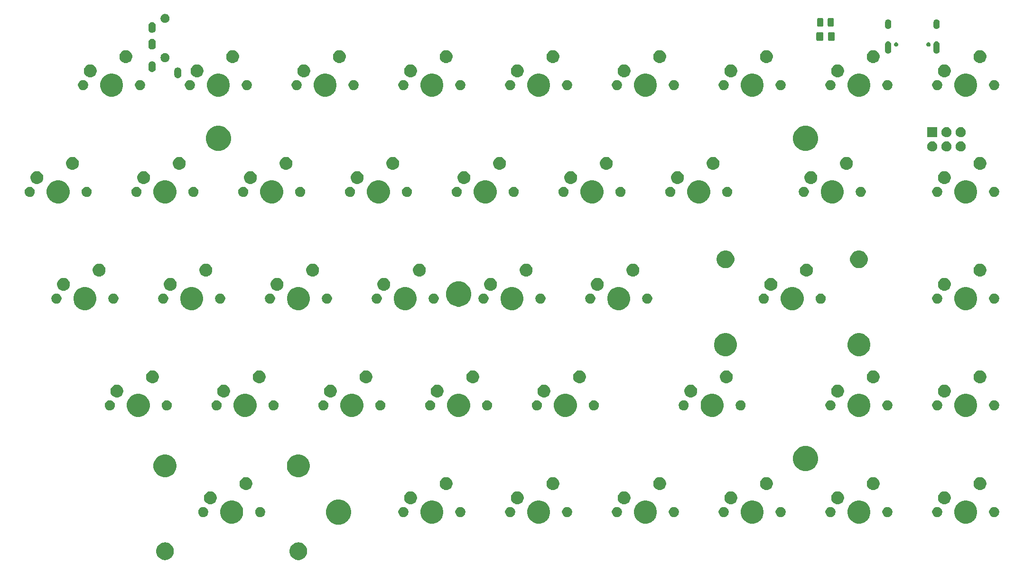
<source format=gts>
G04 #@! TF.GenerationSoftware,KiCad,Pcbnew,(5.1.5)-3*
G04 #@! TF.CreationDate,2020-09-19T13:04:25+02:00*
G04 #@! TF.ProjectId,split65right,73706c69-7436-4357-9269-6768742e6b69,rev?*
G04 #@! TF.SameCoordinates,Original*
G04 #@! TF.FileFunction,Soldermask,Top*
G04 #@! TF.FilePolarity,Negative*
%FSLAX46Y46*%
G04 Gerber Fmt 4.6, Leading zero omitted, Abs format (unit mm)*
G04 Created by KiCad (PCBNEW (5.1.5)-3) date 2020-09-19 13:04:25*
%MOMM*%
%LPD*%
G04 APERTURE LIST*
%ADD10C,0.100000*%
G04 APERTURE END LIST*
D10*
G36*
X255812333Y-125295340D02*
G01*
X256040952Y-125340814D01*
X256327766Y-125459617D01*
X256585892Y-125632091D01*
X256805409Y-125851608D01*
X256977883Y-126109734D01*
X257096686Y-126396548D01*
X257157250Y-126701028D01*
X257157250Y-127011472D01*
X257096686Y-127315952D01*
X256977883Y-127602766D01*
X256805409Y-127860892D01*
X256585892Y-128080409D01*
X256327766Y-128252883D01*
X256040952Y-128371686D01*
X255812333Y-128417160D01*
X255736474Y-128432250D01*
X255426026Y-128432250D01*
X255350167Y-128417160D01*
X255121548Y-128371686D01*
X254834734Y-128252883D01*
X254576608Y-128080409D01*
X254357091Y-127860892D01*
X254184617Y-127602766D01*
X254065814Y-127315952D01*
X254005250Y-127011472D01*
X254005250Y-126701028D01*
X254065814Y-126396548D01*
X254184617Y-126109734D01*
X254357091Y-125851608D01*
X254576608Y-125632091D01*
X254834734Y-125459617D01*
X255121548Y-125340814D01*
X255350167Y-125295340D01*
X255426026Y-125280250D01*
X255736474Y-125280250D01*
X255812333Y-125295340D01*
G37*
G36*
X232012333Y-125295340D02*
G01*
X232240952Y-125340814D01*
X232527766Y-125459617D01*
X232785892Y-125632091D01*
X233005409Y-125851608D01*
X233177883Y-126109734D01*
X233296686Y-126396548D01*
X233357250Y-126701028D01*
X233357250Y-127011472D01*
X233296686Y-127315952D01*
X233177883Y-127602766D01*
X233005409Y-127860892D01*
X232785892Y-128080409D01*
X232527766Y-128252883D01*
X232240952Y-128371686D01*
X232012333Y-128417160D01*
X231936474Y-128432250D01*
X231626026Y-128432250D01*
X231550167Y-128417160D01*
X231321548Y-128371686D01*
X231034734Y-128252883D01*
X230776608Y-128080409D01*
X230557091Y-127860892D01*
X230384617Y-127602766D01*
X230265814Y-127315952D01*
X230205250Y-127011472D01*
X230205250Y-126701028D01*
X230265814Y-126396548D01*
X230384617Y-126109734D01*
X230557091Y-125851608D01*
X230776608Y-125632091D01*
X231034734Y-125459617D01*
X231321548Y-125340814D01*
X231550167Y-125295340D01*
X231626026Y-125280250D01*
X231936474Y-125280250D01*
X232012333Y-125295340D01*
G37*
G36*
X263007130Y-117616026D02*
G01*
X263387843Y-117691754D01*
X263797499Y-117861439D01*
X264166179Y-118107784D01*
X264479716Y-118421321D01*
X264726061Y-118790001D01*
X264895746Y-119199657D01*
X264982250Y-119634546D01*
X264982250Y-120077954D01*
X264895746Y-120512843D01*
X264726061Y-120922499D01*
X264479716Y-121291179D01*
X264166179Y-121604716D01*
X263797499Y-121851061D01*
X263387843Y-122020746D01*
X263007130Y-122096474D01*
X262952955Y-122107250D01*
X262509545Y-122107250D01*
X262455370Y-122096474D01*
X262074657Y-122020746D01*
X261665001Y-121851061D01*
X261296321Y-121604716D01*
X260982784Y-121291179D01*
X260736439Y-120922499D01*
X260566754Y-120512843D01*
X260480250Y-120077954D01*
X260480250Y-119634546D01*
X260566754Y-119199657D01*
X260736439Y-118790001D01*
X260982784Y-118421321D01*
X261296321Y-118107784D01*
X261665001Y-117861439D01*
X262074657Y-117691754D01*
X262455370Y-117616026D01*
X262509545Y-117605250D01*
X262952955Y-117605250D01*
X263007130Y-117616026D01*
G37*
G36*
X337148254Y-117884068D02*
G01*
X337521511Y-118038676D01*
X337521513Y-118038677D01*
X337857436Y-118263134D01*
X338143116Y-118548814D01*
X338315291Y-118806491D01*
X338367574Y-118884739D01*
X338522182Y-119257996D01*
X338601000Y-119654243D01*
X338601000Y-120058257D01*
X338522182Y-120454504D01*
X338392595Y-120767354D01*
X338367573Y-120827763D01*
X338143116Y-121163686D01*
X337857436Y-121449366D01*
X337521513Y-121673823D01*
X337521512Y-121673824D01*
X337521511Y-121673824D01*
X337148254Y-121828432D01*
X336752007Y-121907250D01*
X336347993Y-121907250D01*
X335951746Y-121828432D01*
X335578489Y-121673824D01*
X335578488Y-121673824D01*
X335578487Y-121673823D01*
X335242564Y-121449366D01*
X334956884Y-121163686D01*
X334732427Y-120827763D01*
X334707405Y-120767354D01*
X334577818Y-120454504D01*
X334499000Y-120058257D01*
X334499000Y-119654243D01*
X334577818Y-119257996D01*
X334732426Y-118884739D01*
X334784710Y-118806491D01*
X334956884Y-118548814D01*
X335242564Y-118263134D01*
X335578487Y-118038677D01*
X335578489Y-118038676D01*
X335951746Y-117884068D01*
X336347993Y-117805250D01*
X336752007Y-117805250D01*
X337148254Y-117884068D01*
G37*
G36*
X356198254Y-117884068D02*
G01*
X356571511Y-118038676D01*
X356571513Y-118038677D01*
X356907436Y-118263134D01*
X357193116Y-118548814D01*
X357365291Y-118806491D01*
X357417574Y-118884739D01*
X357572182Y-119257996D01*
X357651000Y-119654243D01*
X357651000Y-120058257D01*
X357572182Y-120454504D01*
X357442595Y-120767354D01*
X357417573Y-120827763D01*
X357193116Y-121163686D01*
X356907436Y-121449366D01*
X356571513Y-121673823D01*
X356571512Y-121673824D01*
X356571511Y-121673824D01*
X356198254Y-121828432D01*
X355802007Y-121907250D01*
X355397993Y-121907250D01*
X355001746Y-121828432D01*
X354628489Y-121673824D01*
X354628488Y-121673824D01*
X354628487Y-121673823D01*
X354292564Y-121449366D01*
X354006884Y-121163686D01*
X353782427Y-120827763D01*
X353757405Y-120767354D01*
X353627818Y-120454504D01*
X353549000Y-120058257D01*
X353549000Y-119654243D01*
X353627818Y-119257996D01*
X353782426Y-118884739D01*
X353834710Y-118806491D01*
X354006884Y-118548814D01*
X354292564Y-118263134D01*
X354628487Y-118038677D01*
X354628489Y-118038676D01*
X355001746Y-117884068D01*
X355397993Y-117805250D01*
X355802007Y-117805250D01*
X356198254Y-117884068D01*
G37*
G36*
X279998254Y-117884068D02*
G01*
X280371511Y-118038676D01*
X280371513Y-118038677D01*
X280707436Y-118263134D01*
X280993116Y-118548814D01*
X281165291Y-118806491D01*
X281217574Y-118884739D01*
X281372182Y-119257996D01*
X281451000Y-119654243D01*
X281451000Y-120058257D01*
X281372182Y-120454504D01*
X281242595Y-120767354D01*
X281217573Y-120827763D01*
X280993116Y-121163686D01*
X280707436Y-121449366D01*
X280371513Y-121673823D01*
X280371512Y-121673824D01*
X280371511Y-121673824D01*
X279998254Y-121828432D01*
X279602007Y-121907250D01*
X279197993Y-121907250D01*
X278801746Y-121828432D01*
X278428489Y-121673824D01*
X278428488Y-121673824D01*
X278428487Y-121673823D01*
X278092564Y-121449366D01*
X277806884Y-121163686D01*
X277582427Y-120827763D01*
X277557405Y-120767354D01*
X277427818Y-120454504D01*
X277349000Y-120058257D01*
X277349000Y-119654243D01*
X277427818Y-119257996D01*
X277582426Y-118884739D01*
X277634710Y-118806491D01*
X277806884Y-118548814D01*
X278092564Y-118263134D01*
X278428487Y-118038677D01*
X278428489Y-118038676D01*
X278801746Y-117884068D01*
X279197993Y-117805250D01*
X279602007Y-117805250D01*
X279998254Y-117884068D01*
G37*
G36*
X299048254Y-117884068D02*
G01*
X299421511Y-118038676D01*
X299421513Y-118038677D01*
X299757436Y-118263134D01*
X300043116Y-118548814D01*
X300215291Y-118806491D01*
X300267574Y-118884739D01*
X300422182Y-119257996D01*
X300501000Y-119654243D01*
X300501000Y-120058257D01*
X300422182Y-120454504D01*
X300292595Y-120767354D01*
X300267573Y-120827763D01*
X300043116Y-121163686D01*
X299757436Y-121449366D01*
X299421513Y-121673823D01*
X299421512Y-121673824D01*
X299421511Y-121673824D01*
X299048254Y-121828432D01*
X298652007Y-121907250D01*
X298247993Y-121907250D01*
X297851746Y-121828432D01*
X297478489Y-121673824D01*
X297478488Y-121673824D01*
X297478487Y-121673823D01*
X297142564Y-121449366D01*
X296856884Y-121163686D01*
X296632427Y-120827763D01*
X296607405Y-120767354D01*
X296477818Y-120454504D01*
X296399000Y-120058257D01*
X296399000Y-119654243D01*
X296477818Y-119257996D01*
X296632426Y-118884739D01*
X296684710Y-118806491D01*
X296856884Y-118548814D01*
X297142564Y-118263134D01*
X297478487Y-118038677D01*
X297478489Y-118038676D01*
X297851746Y-117884068D01*
X298247993Y-117805250D01*
X298652007Y-117805250D01*
X299048254Y-117884068D01*
G37*
G36*
X318098254Y-117884068D02*
G01*
X318471511Y-118038676D01*
X318471513Y-118038677D01*
X318807436Y-118263134D01*
X319093116Y-118548814D01*
X319265291Y-118806491D01*
X319317574Y-118884739D01*
X319472182Y-119257996D01*
X319551000Y-119654243D01*
X319551000Y-120058257D01*
X319472182Y-120454504D01*
X319342595Y-120767354D01*
X319317573Y-120827763D01*
X319093116Y-121163686D01*
X318807436Y-121449366D01*
X318471513Y-121673823D01*
X318471512Y-121673824D01*
X318471511Y-121673824D01*
X318098254Y-121828432D01*
X317702007Y-121907250D01*
X317297993Y-121907250D01*
X316901746Y-121828432D01*
X316528489Y-121673824D01*
X316528488Y-121673824D01*
X316528487Y-121673823D01*
X316192564Y-121449366D01*
X315906884Y-121163686D01*
X315682427Y-120827763D01*
X315657405Y-120767354D01*
X315527818Y-120454504D01*
X315449000Y-120058257D01*
X315449000Y-119654243D01*
X315527818Y-119257996D01*
X315682426Y-118884739D01*
X315734710Y-118806491D01*
X315906884Y-118548814D01*
X316192564Y-118263134D01*
X316528487Y-118038677D01*
X316528489Y-118038676D01*
X316901746Y-117884068D01*
X317297993Y-117805250D01*
X317702007Y-117805250D01*
X318098254Y-117884068D01*
G37*
G36*
X375248254Y-117884068D02*
G01*
X375621511Y-118038676D01*
X375621513Y-118038677D01*
X375957436Y-118263134D01*
X376243116Y-118548814D01*
X376415291Y-118806491D01*
X376467574Y-118884739D01*
X376622182Y-119257996D01*
X376701000Y-119654243D01*
X376701000Y-120058257D01*
X376622182Y-120454504D01*
X376492595Y-120767354D01*
X376467573Y-120827763D01*
X376243116Y-121163686D01*
X375957436Y-121449366D01*
X375621513Y-121673823D01*
X375621512Y-121673824D01*
X375621511Y-121673824D01*
X375248254Y-121828432D01*
X374852007Y-121907250D01*
X374447993Y-121907250D01*
X374051746Y-121828432D01*
X373678489Y-121673824D01*
X373678488Y-121673824D01*
X373678487Y-121673823D01*
X373342564Y-121449366D01*
X373056884Y-121163686D01*
X372832427Y-120827763D01*
X372807405Y-120767354D01*
X372677818Y-120454504D01*
X372599000Y-120058257D01*
X372599000Y-119654243D01*
X372677818Y-119257996D01*
X372832426Y-118884739D01*
X372884710Y-118806491D01*
X373056884Y-118548814D01*
X373342564Y-118263134D01*
X373678487Y-118038677D01*
X373678489Y-118038676D01*
X374051746Y-117884068D01*
X374447993Y-117805250D01*
X374852007Y-117805250D01*
X375248254Y-117884068D01*
G37*
G36*
X244279504Y-117884068D02*
G01*
X244652761Y-118038676D01*
X244652763Y-118038677D01*
X244988686Y-118263134D01*
X245274366Y-118548814D01*
X245446541Y-118806491D01*
X245498824Y-118884739D01*
X245653432Y-119257996D01*
X245732250Y-119654243D01*
X245732250Y-120058257D01*
X245653432Y-120454504D01*
X245523845Y-120767354D01*
X245498823Y-120827763D01*
X245274366Y-121163686D01*
X244988686Y-121449366D01*
X244652763Y-121673823D01*
X244652762Y-121673824D01*
X244652761Y-121673824D01*
X244279504Y-121828432D01*
X243883257Y-121907250D01*
X243479243Y-121907250D01*
X243082996Y-121828432D01*
X242709739Y-121673824D01*
X242709738Y-121673824D01*
X242709737Y-121673823D01*
X242373814Y-121449366D01*
X242088134Y-121163686D01*
X241863677Y-120827763D01*
X241838655Y-120767354D01*
X241709068Y-120454504D01*
X241630250Y-120058257D01*
X241630250Y-119654243D01*
X241709068Y-119257996D01*
X241863676Y-118884739D01*
X241915960Y-118806491D01*
X242088134Y-118548814D01*
X242373814Y-118263134D01*
X242709737Y-118038677D01*
X242709739Y-118038676D01*
X243082996Y-117884068D01*
X243479243Y-117805250D01*
X243883257Y-117805250D01*
X244279504Y-117884068D01*
G37*
G36*
X293483512Y-118960177D02*
G01*
X293632812Y-118989874D01*
X293796784Y-119057794D01*
X293944354Y-119156397D01*
X294069853Y-119281896D01*
X294168456Y-119429466D01*
X294236376Y-119593438D01*
X294271000Y-119767509D01*
X294271000Y-119944991D01*
X294236376Y-120119062D01*
X294168456Y-120283034D01*
X294069853Y-120430604D01*
X293944354Y-120556103D01*
X293796784Y-120654706D01*
X293632812Y-120722626D01*
X293483512Y-120752323D01*
X293458742Y-120757250D01*
X293281258Y-120757250D01*
X293256488Y-120752323D01*
X293107188Y-120722626D01*
X292943216Y-120654706D01*
X292795646Y-120556103D01*
X292670147Y-120430604D01*
X292571544Y-120283034D01*
X292503624Y-120119062D01*
X292469000Y-119944991D01*
X292469000Y-119767509D01*
X292503624Y-119593438D01*
X292571544Y-119429466D01*
X292670147Y-119281896D01*
X292795646Y-119156397D01*
X292943216Y-119057794D01*
X293107188Y-118989874D01*
X293256488Y-118960177D01*
X293281258Y-118955250D01*
X293458742Y-118955250D01*
X293483512Y-118960177D01*
G37*
G36*
X369683512Y-118960177D02*
G01*
X369832812Y-118989874D01*
X369996784Y-119057794D01*
X370144354Y-119156397D01*
X370269853Y-119281896D01*
X370368456Y-119429466D01*
X370436376Y-119593438D01*
X370471000Y-119767509D01*
X370471000Y-119944991D01*
X370436376Y-120119062D01*
X370368456Y-120283034D01*
X370269853Y-120430604D01*
X370144354Y-120556103D01*
X369996784Y-120654706D01*
X369832812Y-120722626D01*
X369683512Y-120752323D01*
X369658742Y-120757250D01*
X369481258Y-120757250D01*
X369456488Y-120752323D01*
X369307188Y-120722626D01*
X369143216Y-120654706D01*
X368995646Y-120556103D01*
X368870147Y-120430604D01*
X368771544Y-120283034D01*
X368703624Y-120119062D01*
X368669000Y-119944991D01*
X368669000Y-119767509D01*
X368703624Y-119593438D01*
X368771544Y-119429466D01*
X368870147Y-119281896D01*
X368995646Y-119156397D01*
X369143216Y-119057794D01*
X369307188Y-118989874D01*
X369456488Y-118960177D01*
X369481258Y-118955250D01*
X369658742Y-118955250D01*
X369683512Y-118960177D01*
G37*
G36*
X379843512Y-118960177D02*
G01*
X379992812Y-118989874D01*
X380156784Y-119057794D01*
X380304354Y-119156397D01*
X380429853Y-119281896D01*
X380528456Y-119429466D01*
X380596376Y-119593438D01*
X380631000Y-119767509D01*
X380631000Y-119944991D01*
X380596376Y-120119062D01*
X380528456Y-120283034D01*
X380429853Y-120430604D01*
X380304354Y-120556103D01*
X380156784Y-120654706D01*
X379992812Y-120722626D01*
X379843512Y-120752323D01*
X379818742Y-120757250D01*
X379641258Y-120757250D01*
X379616488Y-120752323D01*
X379467188Y-120722626D01*
X379303216Y-120654706D01*
X379155646Y-120556103D01*
X379030147Y-120430604D01*
X378931544Y-120283034D01*
X378863624Y-120119062D01*
X378829000Y-119944991D01*
X378829000Y-119767509D01*
X378863624Y-119593438D01*
X378931544Y-119429466D01*
X379030147Y-119281896D01*
X379155646Y-119156397D01*
X379303216Y-119057794D01*
X379467188Y-118989874D01*
X379616488Y-118960177D01*
X379641258Y-118955250D01*
X379818742Y-118955250D01*
X379843512Y-118960177D01*
G37*
G36*
X350633512Y-118960177D02*
G01*
X350782812Y-118989874D01*
X350946784Y-119057794D01*
X351094354Y-119156397D01*
X351219853Y-119281896D01*
X351318456Y-119429466D01*
X351386376Y-119593438D01*
X351421000Y-119767509D01*
X351421000Y-119944991D01*
X351386376Y-120119062D01*
X351318456Y-120283034D01*
X351219853Y-120430604D01*
X351094354Y-120556103D01*
X350946784Y-120654706D01*
X350782812Y-120722626D01*
X350633512Y-120752323D01*
X350608742Y-120757250D01*
X350431258Y-120757250D01*
X350406488Y-120752323D01*
X350257188Y-120722626D01*
X350093216Y-120654706D01*
X349945646Y-120556103D01*
X349820147Y-120430604D01*
X349721544Y-120283034D01*
X349653624Y-120119062D01*
X349619000Y-119944991D01*
X349619000Y-119767509D01*
X349653624Y-119593438D01*
X349721544Y-119429466D01*
X349820147Y-119281896D01*
X349945646Y-119156397D01*
X350093216Y-119057794D01*
X350257188Y-118989874D01*
X350406488Y-118960177D01*
X350431258Y-118955250D01*
X350608742Y-118955250D01*
X350633512Y-118960177D01*
G37*
G36*
X360793512Y-118960177D02*
G01*
X360942812Y-118989874D01*
X361106784Y-119057794D01*
X361254354Y-119156397D01*
X361379853Y-119281896D01*
X361478456Y-119429466D01*
X361546376Y-119593438D01*
X361581000Y-119767509D01*
X361581000Y-119944991D01*
X361546376Y-120119062D01*
X361478456Y-120283034D01*
X361379853Y-120430604D01*
X361254354Y-120556103D01*
X361106784Y-120654706D01*
X360942812Y-120722626D01*
X360793512Y-120752323D01*
X360768742Y-120757250D01*
X360591258Y-120757250D01*
X360566488Y-120752323D01*
X360417188Y-120722626D01*
X360253216Y-120654706D01*
X360105646Y-120556103D01*
X359980147Y-120430604D01*
X359881544Y-120283034D01*
X359813624Y-120119062D01*
X359779000Y-119944991D01*
X359779000Y-119767509D01*
X359813624Y-119593438D01*
X359881544Y-119429466D01*
X359980147Y-119281896D01*
X360105646Y-119156397D01*
X360253216Y-119057794D01*
X360417188Y-118989874D01*
X360566488Y-118960177D01*
X360591258Y-118955250D01*
X360768742Y-118955250D01*
X360793512Y-118960177D01*
G37*
G36*
X238714762Y-118960177D02*
G01*
X238864062Y-118989874D01*
X239028034Y-119057794D01*
X239175604Y-119156397D01*
X239301103Y-119281896D01*
X239399706Y-119429466D01*
X239467626Y-119593438D01*
X239502250Y-119767509D01*
X239502250Y-119944991D01*
X239467626Y-120119062D01*
X239399706Y-120283034D01*
X239301103Y-120430604D01*
X239175604Y-120556103D01*
X239028034Y-120654706D01*
X238864062Y-120722626D01*
X238714762Y-120752323D01*
X238689992Y-120757250D01*
X238512508Y-120757250D01*
X238487738Y-120752323D01*
X238338438Y-120722626D01*
X238174466Y-120654706D01*
X238026896Y-120556103D01*
X237901397Y-120430604D01*
X237802794Y-120283034D01*
X237734874Y-120119062D01*
X237700250Y-119944991D01*
X237700250Y-119767509D01*
X237734874Y-119593438D01*
X237802794Y-119429466D01*
X237901397Y-119281896D01*
X238026896Y-119156397D01*
X238174466Y-119057794D01*
X238338438Y-118989874D01*
X238487738Y-118960177D01*
X238512508Y-118955250D01*
X238689992Y-118955250D01*
X238714762Y-118960177D01*
G37*
G36*
X331583512Y-118960177D02*
G01*
X331732812Y-118989874D01*
X331896784Y-119057794D01*
X332044354Y-119156397D01*
X332169853Y-119281896D01*
X332268456Y-119429466D01*
X332336376Y-119593438D01*
X332371000Y-119767509D01*
X332371000Y-119944991D01*
X332336376Y-120119062D01*
X332268456Y-120283034D01*
X332169853Y-120430604D01*
X332044354Y-120556103D01*
X331896784Y-120654706D01*
X331732812Y-120722626D01*
X331583512Y-120752323D01*
X331558742Y-120757250D01*
X331381258Y-120757250D01*
X331356488Y-120752323D01*
X331207188Y-120722626D01*
X331043216Y-120654706D01*
X330895646Y-120556103D01*
X330770147Y-120430604D01*
X330671544Y-120283034D01*
X330603624Y-120119062D01*
X330569000Y-119944991D01*
X330569000Y-119767509D01*
X330603624Y-119593438D01*
X330671544Y-119429466D01*
X330770147Y-119281896D01*
X330895646Y-119156397D01*
X331043216Y-119057794D01*
X331207188Y-118989874D01*
X331356488Y-118960177D01*
X331381258Y-118955250D01*
X331558742Y-118955250D01*
X331583512Y-118960177D01*
G37*
G36*
X341743512Y-118960177D02*
G01*
X341892812Y-118989874D01*
X342056784Y-119057794D01*
X342204354Y-119156397D01*
X342329853Y-119281896D01*
X342428456Y-119429466D01*
X342496376Y-119593438D01*
X342531000Y-119767509D01*
X342531000Y-119944991D01*
X342496376Y-120119062D01*
X342428456Y-120283034D01*
X342329853Y-120430604D01*
X342204354Y-120556103D01*
X342056784Y-120654706D01*
X341892812Y-120722626D01*
X341743512Y-120752323D01*
X341718742Y-120757250D01*
X341541258Y-120757250D01*
X341516488Y-120752323D01*
X341367188Y-120722626D01*
X341203216Y-120654706D01*
X341055646Y-120556103D01*
X340930147Y-120430604D01*
X340831544Y-120283034D01*
X340763624Y-120119062D01*
X340729000Y-119944991D01*
X340729000Y-119767509D01*
X340763624Y-119593438D01*
X340831544Y-119429466D01*
X340930147Y-119281896D01*
X341055646Y-119156397D01*
X341203216Y-119057794D01*
X341367188Y-118989874D01*
X341516488Y-118960177D01*
X341541258Y-118955250D01*
X341718742Y-118955250D01*
X341743512Y-118960177D01*
G37*
G36*
X248874762Y-118960177D02*
G01*
X249024062Y-118989874D01*
X249188034Y-119057794D01*
X249335604Y-119156397D01*
X249461103Y-119281896D01*
X249559706Y-119429466D01*
X249627626Y-119593438D01*
X249662250Y-119767509D01*
X249662250Y-119944991D01*
X249627626Y-120119062D01*
X249559706Y-120283034D01*
X249461103Y-120430604D01*
X249335604Y-120556103D01*
X249188034Y-120654706D01*
X249024062Y-120722626D01*
X248874762Y-120752323D01*
X248849992Y-120757250D01*
X248672508Y-120757250D01*
X248647738Y-120752323D01*
X248498438Y-120722626D01*
X248334466Y-120654706D01*
X248186896Y-120556103D01*
X248061397Y-120430604D01*
X247962794Y-120283034D01*
X247894874Y-120119062D01*
X247860250Y-119944991D01*
X247860250Y-119767509D01*
X247894874Y-119593438D01*
X247962794Y-119429466D01*
X248061397Y-119281896D01*
X248186896Y-119156397D01*
X248334466Y-119057794D01*
X248498438Y-118989874D01*
X248647738Y-118960177D01*
X248672508Y-118955250D01*
X248849992Y-118955250D01*
X248874762Y-118960177D01*
G37*
G36*
X312533512Y-118960177D02*
G01*
X312682812Y-118989874D01*
X312846784Y-119057794D01*
X312994354Y-119156397D01*
X313119853Y-119281896D01*
X313218456Y-119429466D01*
X313286376Y-119593438D01*
X313321000Y-119767509D01*
X313321000Y-119944991D01*
X313286376Y-120119062D01*
X313218456Y-120283034D01*
X313119853Y-120430604D01*
X312994354Y-120556103D01*
X312846784Y-120654706D01*
X312682812Y-120722626D01*
X312533512Y-120752323D01*
X312508742Y-120757250D01*
X312331258Y-120757250D01*
X312306488Y-120752323D01*
X312157188Y-120722626D01*
X311993216Y-120654706D01*
X311845646Y-120556103D01*
X311720147Y-120430604D01*
X311621544Y-120283034D01*
X311553624Y-120119062D01*
X311519000Y-119944991D01*
X311519000Y-119767509D01*
X311553624Y-119593438D01*
X311621544Y-119429466D01*
X311720147Y-119281896D01*
X311845646Y-119156397D01*
X311993216Y-119057794D01*
X312157188Y-118989874D01*
X312306488Y-118960177D01*
X312331258Y-118955250D01*
X312508742Y-118955250D01*
X312533512Y-118960177D01*
G37*
G36*
X303643512Y-118960177D02*
G01*
X303792812Y-118989874D01*
X303956784Y-119057794D01*
X304104354Y-119156397D01*
X304229853Y-119281896D01*
X304328456Y-119429466D01*
X304396376Y-119593438D01*
X304431000Y-119767509D01*
X304431000Y-119944991D01*
X304396376Y-120119062D01*
X304328456Y-120283034D01*
X304229853Y-120430604D01*
X304104354Y-120556103D01*
X303956784Y-120654706D01*
X303792812Y-120722626D01*
X303643512Y-120752323D01*
X303618742Y-120757250D01*
X303441258Y-120757250D01*
X303416488Y-120752323D01*
X303267188Y-120722626D01*
X303103216Y-120654706D01*
X302955646Y-120556103D01*
X302830147Y-120430604D01*
X302731544Y-120283034D01*
X302663624Y-120119062D01*
X302629000Y-119944991D01*
X302629000Y-119767509D01*
X302663624Y-119593438D01*
X302731544Y-119429466D01*
X302830147Y-119281896D01*
X302955646Y-119156397D01*
X303103216Y-119057794D01*
X303267188Y-118989874D01*
X303416488Y-118960177D01*
X303441258Y-118955250D01*
X303618742Y-118955250D01*
X303643512Y-118960177D01*
G37*
G36*
X274433512Y-118960177D02*
G01*
X274582812Y-118989874D01*
X274746784Y-119057794D01*
X274894354Y-119156397D01*
X275019853Y-119281896D01*
X275118456Y-119429466D01*
X275186376Y-119593438D01*
X275221000Y-119767509D01*
X275221000Y-119944991D01*
X275186376Y-120119062D01*
X275118456Y-120283034D01*
X275019853Y-120430604D01*
X274894354Y-120556103D01*
X274746784Y-120654706D01*
X274582812Y-120722626D01*
X274433512Y-120752323D01*
X274408742Y-120757250D01*
X274231258Y-120757250D01*
X274206488Y-120752323D01*
X274057188Y-120722626D01*
X273893216Y-120654706D01*
X273745646Y-120556103D01*
X273620147Y-120430604D01*
X273521544Y-120283034D01*
X273453624Y-120119062D01*
X273419000Y-119944991D01*
X273419000Y-119767509D01*
X273453624Y-119593438D01*
X273521544Y-119429466D01*
X273620147Y-119281896D01*
X273745646Y-119156397D01*
X273893216Y-119057794D01*
X274057188Y-118989874D01*
X274206488Y-118960177D01*
X274231258Y-118955250D01*
X274408742Y-118955250D01*
X274433512Y-118960177D01*
G37*
G36*
X284593512Y-118960177D02*
G01*
X284742812Y-118989874D01*
X284906784Y-119057794D01*
X285054354Y-119156397D01*
X285179853Y-119281896D01*
X285278456Y-119429466D01*
X285346376Y-119593438D01*
X285381000Y-119767509D01*
X285381000Y-119944991D01*
X285346376Y-120119062D01*
X285278456Y-120283034D01*
X285179853Y-120430604D01*
X285054354Y-120556103D01*
X284906784Y-120654706D01*
X284742812Y-120722626D01*
X284593512Y-120752323D01*
X284568742Y-120757250D01*
X284391258Y-120757250D01*
X284366488Y-120752323D01*
X284217188Y-120722626D01*
X284053216Y-120654706D01*
X283905646Y-120556103D01*
X283780147Y-120430604D01*
X283681544Y-120283034D01*
X283613624Y-120119062D01*
X283579000Y-119944991D01*
X283579000Y-119767509D01*
X283613624Y-119593438D01*
X283681544Y-119429466D01*
X283780147Y-119281896D01*
X283905646Y-119156397D01*
X284053216Y-119057794D01*
X284217188Y-118989874D01*
X284366488Y-118960177D01*
X284391258Y-118955250D01*
X284568742Y-118955250D01*
X284593512Y-118960177D01*
G37*
G36*
X322693512Y-118960177D02*
G01*
X322842812Y-118989874D01*
X323006784Y-119057794D01*
X323154354Y-119156397D01*
X323279853Y-119281896D01*
X323378456Y-119429466D01*
X323446376Y-119593438D01*
X323481000Y-119767509D01*
X323481000Y-119944991D01*
X323446376Y-120119062D01*
X323378456Y-120283034D01*
X323279853Y-120430604D01*
X323154354Y-120556103D01*
X323006784Y-120654706D01*
X322842812Y-120722626D01*
X322693512Y-120752323D01*
X322668742Y-120757250D01*
X322491258Y-120757250D01*
X322466488Y-120752323D01*
X322317188Y-120722626D01*
X322153216Y-120654706D01*
X322005646Y-120556103D01*
X321880147Y-120430604D01*
X321781544Y-120283034D01*
X321713624Y-120119062D01*
X321679000Y-119944991D01*
X321679000Y-119767509D01*
X321713624Y-119593438D01*
X321781544Y-119429466D01*
X321880147Y-119281896D01*
X322005646Y-119156397D01*
X322153216Y-119057794D01*
X322317188Y-118989874D01*
X322466488Y-118960177D01*
X322491258Y-118955250D01*
X322668742Y-118955250D01*
X322693512Y-118960177D01*
G37*
G36*
X352014549Y-116187366D02*
G01*
X352125734Y-116209482D01*
X352335203Y-116296247D01*
X352523720Y-116422210D01*
X352684040Y-116582530D01*
X352810003Y-116771047D01*
X352896768Y-116980516D01*
X352941000Y-117202886D01*
X352941000Y-117429614D01*
X352896768Y-117651984D01*
X352810003Y-117861453D01*
X352684040Y-118049970D01*
X352523720Y-118210290D01*
X352335203Y-118336253D01*
X352125734Y-118423018D01*
X352071016Y-118433902D01*
X351903365Y-118467250D01*
X351676635Y-118467250D01*
X351508984Y-118433902D01*
X351454266Y-118423018D01*
X351244797Y-118336253D01*
X351056280Y-118210290D01*
X350895960Y-118049970D01*
X350769997Y-117861453D01*
X350683232Y-117651984D01*
X350639000Y-117429614D01*
X350639000Y-117202886D01*
X350683232Y-116980516D01*
X350769997Y-116771047D01*
X350895960Y-116582530D01*
X351056280Y-116422210D01*
X351244797Y-116296247D01*
X351454266Y-116209482D01*
X351565451Y-116187366D01*
X351676635Y-116165250D01*
X351903365Y-116165250D01*
X352014549Y-116187366D01*
G37*
G36*
X332964549Y-116187366D02*
G01*
X333075734Y-116209482D01*
X333285203Y-116296247D01*
X333473720Y-116422210D01*
X333634040Y-116582530D01*
X333760003Y-116771047D01*
X333846768Y-116980516D01*
X333891000Y-117202886D01*
X333891000Y-117429614D01*
X333846768Y-117651984D01*
X333760003Y-117861453D01*
X333634040Y-118049970D01*
X333473720Y-118210290D01*
X333285203Y-118336253D01*
X333075734Y-118423018D01*
X333021016Y-118433902D01*
X332853365Y-118467250D01*
X332626635Y-118467250D01*
X332458984Y-118433902D01*
X332404266Y-118423018D01*
X332194797Y-118336253D01*
X332006280Y-118210290D01*
X331845960Y-118049970D01*
X331719997Y-117861453D01*
X331633232Y-117651984D01*
X331589000Y-117429614D01*
X331589000Y-117202886D01*
X331633232Y-116980516D01*
X331719997Y-116771047D01*
X331845960Y-116582530D01*
X332006280Y-116422210D01*
X332194797Y-116296247D01*
X332404266Y-116209482D01*
X332515451Y-116187366D01*
X332626635Y-116165250D01*
X332853365Y-116165250D01*
X332964549Y-116187366D01*
G37*
G36*
X371064549Y-116187366D02*
G01*
X371175734Y-116209482D01*
X371385203Y-116296247D01*
X371573720Y-116422210D01*
X371734040Y-116582530D01*
X371860003Y-116771047D01*
X371946768Y-116980516D01*
X371991000Y-117202886D01*
X371991000Y-117429614D01*
X371946768Y-117651984D01*
X371860003Y-117861453D01*
X371734040Y-118049970D01*
X371573720Y-118210290D01*
X371385203Y-118336253D01*
X371175734Y-118423018D01*
X371121016Y-118433902D01*
X370953365Y-118467250D01*
X370726635Y-118467250D01*
X370558984Y-118433902D01*
X370504266Y-118423018D01*
X370294797Y-118336253D01*
X370106280Y-118210290D01*
X369945960Y-118049970D01*
X369819997Y-117861453D01*
X369733232Y-117651984D01*
X369689000Y-117429614D01*
X369689000Y-117202886D01*
X369733232Y-116980516D01*
X369819997Y-116771047D01*
X369945960Y-116582530D01*
X370106280Y-116422210D01*
X370294797Y-116296247D01*
X370504266Y-116209482D01*
X370615451Y-116187366D01*
X370726635Y-116165250D01*
X370953365Y-116165250D01*
X371064549Y-116187366D01*
G37*
G36*
X275814549Y-116187366D02*
G01*
X275925734Y-116209482D01*
X276135203Y-116296247D01*
X276323720Y-116422210D01*
X276484040Y-116582530D01*
X276610003Y-116771047D01*
X276696768Y-116980516D01*
X276741000Y-117202886D01*
X276741000Y-117429614D01*
X276696768Y-117651984D01*
X276610003Y-117861453D01*
X276484040Y-118049970D01*
X276323720Y-118210290D01*
X276135203Y-118336253D01*
X275925734Y-118423018D01*
X275871016Y-118433902D01*
X275703365Y-118467250D01*
X275476635Y-118467250D01*
X275308984Y-118433902D01*
X275254266Y-118423018D01*
X275044797Y-118336253D01*
X274856280Y-118210290D01*
X274695960Y-118049970D01*
X274569997Y-117861453D01*
X274483232Y-117651984D01*
X274439000Y-117429614D01*
X274439000Y-117202886D01*
X274483232Y-116980516D01*
X274569997Y-116771047D01*
X274695960Y-116582530D01*
X274856280Y-116422210D01*
X275044797Y-116296247D01*
X275254266Y-116209482D01*
X275365451Y-116187366D01*
X275476635Y-116165250D01*
X275703365Y-116165250D01*
X275814549Y-116187366D01*
G37*
G36*
X313914549Y-116187366D02*
G01*
X314025734Y-116209482D01*
X314235203Y-116296247D01*
X314423720Y-116422210D01*
X314584040Y-116582530D01*
X314710003Y-116771047D01*
X314796768Y-116980516D01*
X314841000Y-117202886D01*
X314841000Y-117429614D01*
X314796768Y-117651984D01*
X314710003Y-117861453D01*
X314584040Y-118049970D01*
X314423720Y-118210290D01*
X314235203Y-118336253D01*
X314025734Y-118423018D01*
X313971016Y-118433902D01*
X313803365Y-118467250D01*
X313576635Y-118467250D01*
X313408984Y-118433902D01*
X313354266Y-118423018D01*
X313144797Y-118336253D01*
X312956280Y-118210290D01*
X312795960Y-118049970D01*
X312669997Y-117861453D01*
X312583232Y-117651984D01*
X312539000Y-117429614D01*
X312539000Y-117202886D01*
X312583232Y-116980516D01*
X312669997Y-116771047D01*
X312795960Y-116582530D01*
X312956280Y-116422210D01*
X313144797Y-116296247D01*
X313354266Y-116209482D01*
X313465451Y-116187366D01*
X313576635Y-116165250D01*
X313803365Y-116165250D01*
X313914549Y-116187366D01*
G37*
G36*
X240095799Y-116187366D02*
G01*
X240206984Y-116209482D01*
X240416453Y-116296247D01*
X240604970Y-116422210D01*
X240765290Y-116582530D01*
X240891253Y-116771047D01*
X240978018Y-116980516D01*
X241022250Y-117202886D01*
X241022250Y-117429614D01*
X240978018Y-117651984D01*
X240891253Y-117861453D01*
X240765290Y-118049970D01*
X240604970Y-118210290D01*
X240416453Y-118336253D01*
X240206984Y-118423018D01*
X240152266Y-118433902D01*
X239984615Y-118467250D01*
X239757885Y-118467250D01*
X239590234Y-118433902D01*
X239535516Y-118423018D01*
X239326047Y-118336253D01*
X239137530Y-118210290D01*
X238977210Y-118049970D01*
X238851247Y-117861453D01*
X238764482Y-117651984D01*
X238720250Y-117429614D01*
X238720250Y-117202886D01*
X238764482Y-116980516D01*
X238851247Y-116771047D01*
X238977210Y-116582530D01*
X239137530Y-116422210D01*
X239326047Y-116296247D01*
X239535516Y-116209482D01*
X239646701Y-116187366D01*
X239757885Y-116165250D01*
X239984615Y-116165250D01*
X240095799Y-116187366D01*
G37*
G36*
X294864549Y-116187366D02*
G01*
X294975734Y-116209482D01*
X295185203Y-116296247D01*
X295373720Y-116422210D01*
X295534040Y-116582530D01*
X295660003Y-116771047D01*
X295746768Y-116980516D01*
X295791000Y-117202886D01*
X295791000Y-117429614D01*
X295746768Y-117651984D01*
X295660003Y-117861453D01*
X295534040Y-118049970D01*
X295373720Y-118210290D01*
X295185203Y-118336253D01*
X294975734Y-118423018D01*
X294921016Y-118433902D01*
X294753365Y-118467250D01*
X294526635Y-118467250D01*
X294358984Y-118433902D01*
X294304266Y-118423018D01*
X294094797Y-118336253D01*
X293906280Y-118210290D01*
X293745960Y-118049970D01*
X293619997Y-117861453D01*
X293533232Y-117651984D01*
X293489000Y-117429614D01*
X293489000Y-117202886D01*
X293533232Y-116980516D01*
X293619997Y-116771047D01*
X293745960Y-116582530D01*
X293906280Y-116422210D01*
X294094797Y-116296247D01*
X294304266Y-116209482D01*
X294415451Y-116187366D01*
X294526635Y-116165250D01*
X294753365Y-116165250D01*
X294864549Y-116187366D01*
G37*
G36*
X320264549Y-113647366D02*
G01*
X320375734Y-113669482D01*
X320585203Y-113756247D01*
X320773720Y-113882210D01*
X320934040Y-114042530D01*
X321060003Y-114231047D01*
X321146768Y-114440516D01*
X321191000Y-114662886D01*
X321191000Y-114889614D01*
X321146768Y-115111984D01*
X321060003Y-115321453D01*
X320934040Y-115509970D01*
X320773720Y-115670290D01*
X320585203Y-115796253D01*
X320375734Y-115883018D01*
X320264549Y-115905134D01*
X320153365Y-115927250D01*
X319926635Y-115927250D01*
X319815451Y-115905134D01*
X319704266Y-115883018D01*
X319494797Y-115796253D01*
X319306280Y-115670290D01*
X319145960Y-115509970D01*
X319019997Y-115321453D01*
X318933232Y-115111984D01*
X318889000Y-114889614D01*
X318889000Y-114662886D01*
X318933232Y-114440516D01*
X319019997Y-114231047D01*
X319145960Y-114042530D01*
X319306280Y-113882210D01*
X319494797Y-113756247D01*
X319704266Y-113669482D01*
X319815451Y-113647366D01*
X319926635Y-113625250D01*
X320153365Y-113625250D01*
X320264549Y-113647366D01*
G37*
G36*
X377414549Y-113647366D02*
G01*
X377525734Y-113669482D01*
X377735203Y-113756247D01*
X377923720Y-113882210D01*
X378084040Y-114042530D01*
X378210003Y-114231047D01*
X378296768Y-114440516D01*
X378341000Y-114662886D01*
X378341000Y-114889614D01*
X378296768Y-115111984D01*
X378210003Y-115321453D01*
X378084040Y-115509970D01*
X377923720Y-115670290D01*
X377735203Y-115796253D01*
X377525734Y-115883018D01*
X377414549Y-115905134D01*
X377303365Y-115927250D01*
X377076635Y-115927250D01*
X376965451Y-115905134D01*
X376854266Y-115883018D01*
X376644797Y-115796253D01*
X376456280Y-115670290D01*
X376295960Y-115509970D01*
X376169997Y-115321453D01*
X376083232Y-115111984D01*
X376039000Y-114889614D01*
X376039000Y-114662886D01*
X376083232Y-114440516D01*
X376169997Y-114231047D01*
X376295960Y-114042530D01*
X376456280Y-113882210D01*
X376644797Y-113756247D01*
X376854266Y-113669482D01*
X376965451Y-113647366D01*
X377076635Y-113625250D01*
X377303365Y-113625250D01*
X377414549Y-113647366D01*
G37*
G36*
X282164549Y-113647366D02*
G01*
X282275734Y-113669482D01*
X282485203Y-113756247D01*
X282673720Y-113882210D01*
X282834040Y-114042530D01*
X282960003Y-114231047D01*
X283046768Y-114440516D01*
X283091000Y-114662886D01*
X283091000Y-114889614D01*
X283046768Y-115111984D01*
X282960003Y-115321453D01*
X282834040Y-115509970D01*
X282673720Y-115670290D01*
X282485203Y-115796253D01*
X282275734Y-115883018D01*
X282164549Y-115905134D01*
X282053365Y-115927250D01*
X281826635Y-115927250D01*
X281715451Y-115905134D01*
X281604266Y-115883018D01*
X281394797Y-115796253D01*
X281206280Y-115670290D01*
X281045960Y-115509970D01*
X280919997Y-115321453D01*
X280833232Y-115111984D01*
X280789000Y-114889614D01*
X280789000Y-114662886D01*
X280833232Y-114440516D01*
X280919997Y-114231047D01*
X281045960Y-114042530D01*
X281206280Y-113882210D01*
X281394797Y-113756247D01*
X281604266Y-113669482D01*
X281715451Y-113647366D01*
X281826635Y-113625250D01*
X282053365Y-113625250D01*
X282164549Y-113647366D01*
G37*
G36*
X339314549Y-113647366D02*
G01*
X339425734Y-113669482D01*
X339635203Y-113756247D01*
X339823720Y-113882210D01*
X339984040Y-114042530D01*
X340110003Y-114231047D01*
X340196768Y-114440516D01*
X340241000Y-114662886D01*
X340241000Y-114889614D01*
X340196768Y-115111984D01*
X340110003Y-115321453D01*
X339984040Y-115509970D01*
X339823720Y-115670290D01*
X339635203Y-115796253D01*
X339425734Y-115883018D01*
X339314549Y-115905134D01*
X339203365Y-115927250D01*
X338976635Y-115927250D01*
X338865451Y-115905134D01*
X338754266Y-115883018D01*
X338544797Y-115796253D01*
X338356280Y-115670290D01*
X338195960Y-115509970D01*
X338069997Y-115321453D01*
X337983232Y-115111984D01*
X337939000Y-114889614D01*
X337939000Y-114662886D01*
X337983232Y-114440516D01*
X338069997Y-114231047D01*
X338195960Y-114042530D01*
X338356280Y-113882210D01*
X338544797Y-113756247D01*
X338754266Y-113669482D01*
X338865451Y-113647366D01*
X338976635Y-113625250D01*
X339203365Y-113625250D01*
X339314549Y-113647366D01*
G37*
G36*
X246445799Y-113647366D02*
G01*
X246556984Y-113669482D01*
X246766453Y-113756247D01*
X246954970Y-113882210D01*
X247115290Y-114042530D01*
X247241253Y-114231047D01*
X247328018Y-114440516D01*
X247372250Y-114662886D01*
X247372250Y-114889614D01*
X247328018Y-115111984D01*
X247241253Y-115321453D01*
X247115290Y-115509970D01*
X246954970Y-115670290D01*
X246766453Y-115796253D01*
X246556984Y-115883018D01*
X246445799Y-115905134D01*
X246334615Y-115927250D01*
X246107885Y-115927250D01*
X245996701Y-115905134D01*
X245885516Y-115883018D01*
X245676047Y-115796253D01*
X245487530Y-115670290D01*
X245327210Y-115509970D01*
X245201247Y-115321453D01*
X245114482Y-115111984D01*
X245070250Y-114889614D01*
X245070250Y-114662886D01*
X245114482Y-114440516D01*
X245201247Y-114231047D01*
X245327210Y-114042530D01*
X245487530Y-113882210D01*
X245676047Y-113756247D01*
X245885516Y-113669482D01*
X245996701Y-113647366D01*
X246107885Y-113625250D01*
X246334615Y-113625250D01*
X246445799Y-113647366D01*
G37*
G36*
X358364549Y-113647366D02*
G01*
X358475734Y-113669482D01*
X358685203Y-113756247D01*
X358873720Y-113882210D01*
X359034040Y-114042530D01*
X359160003Y-114231047D01*
X359246768Y-114440516D01*
X359291000Y-114662886D01*
X359291000Y-114889614D01*
X359246768Y-115111984D01*
X359160003Y-115321453D01*
X359034040Y-115509970D01*
X358873720Y-115670290D01*
X358685203Y-115796253D01*
X358475734Y-115883018D01*
X358364549Y-115905134D01*
X358253365Y-115927250D01*
X358026635Y-115927250D01*
X357915451Y-115905134D01*
X357804266Y-115883018D01*
X357594797Y-115796253D01*
X357406280Y-115670290D01*
X357245960Y-115509970D01*
X357119997Y-115321453D01*
X357033232Y-115111984D01*
X356989000Y-114889614D01*
X356989000Y-114662886D01*
X357033232Y-114440516D01*
X357119997Y-114231047D01*
X357245960Y-114042530D01*
X357406280Y-113882210D01*
X357594797Y-113756247D01*
X357804266Y-113669482D01*
X357915451Y-113647366D01*
X358026635Y-113625250D01*
X358253365Y-113625250D01*
X358364549Y-113647366D01*
G37*
G36*
X301214549Y-113647366D02*
G01*
X301325734Y-113669482D01*
X301535203Y-113756247D01*
X301723720Y-113882210D01*
X301884040Y-114042530D01*
X302010003Y-114231047D01*
X302096768Y-114440516D01*
X302141000Y-114662886D01*
X302141000Y-114889614D01*
X302096768Y-115111984D01*
X302010003Y-115321453D01*
X301884040Y-115509970D01*
X301723720Y-115670290D01*
X301535203Y-115796253D01*
X301325734Y-115883018D01*
X301214549Y-115905134D01*
X301103365Y-115927250D01*
X300876635Y-115927250D01*
X300765451Y-115905134D01*
X300654266Y-115883018D01*
X300444797Y-115796253D01*
X300256280Y-115670290D01*
X300095960Y-115509970D01*
X299969997Y-115321453D01*
X299883232Y-115111984D01*
X299839000Y-114889614D01*
X299839000Y-114662886D01*
X299883232Y-114440516D01*
X299969997Y-114231047D01*
X300095960Y-114042530D01*
X300256280Y-113882210D01*
X300444797Y-113756247D01*
X300654266Y-113669482D01*
X300765451Y-113647366D01*
X300876635Y-113625250D01*
X301103365Y-113625250D01*
X301214549Y-113647366D01*
G37*
G36*
X232379504Y-109644068D02*
G01*
X232752761Y-109798676D01*
X232752763Y-109798677D01*
X233088686Y-110023134D01*
X233374366Y-110308814D01*
X233560159Y-110586872D01*
X233598824Y-110644739D01*
X233753432Y-111017996D01*
X233832250Y-111414243D01*
X233832250Y-111818257D01*
X233753432Y-112214504D01*
X233690332Y-112366840D01*
X233598823Y-112587763D01*
X233374366Y-112923686D01*
X233088686Y-113209366D01*
X232752763Y-113433823D01*
X232752762Y-113433824D01*
X232752761Y-113433824D01*
X232379504Y-113588432D01*
X231983257Y-113667250D01*
X231579243Y-113667250D01*
X231182996Y-113588432D01*
X230809739Y-113433824D01*
X230809738Y-113433824D01*
X230809737Y-113433823D01*
X230473814Y-113209366D01*
X230188134Y-112923686D01*
X229963677Y-112587763D01*
X229872168Y-112366840D01*
X229809068Y-112214504D01*
X229730250Y-111818257D01*
X229730250Y-111414243D01*
X229809068Y-111017996D01*
X229963676Y-110644739D01*
X230002342Y-110586872D01*
X230188134Y-110308814D01*
X230473814Y-110023134D01*
X230809737Y-109798677D01*
X230809739Y-109798676D01*
X231182996Y-109644068D01*
X231579243Y-109565250D01*
X231983257Y-109565250D01*
X232379504Y-109644068D01*
G37*
G36*
X256179504Y-109644068D02*
G01*
X256552761Y-109798676D01*
X256552763Y-109798677D01*
X256888686Y-110023134D01*
X257174366Y-110308814D01*
X257360159Y-110586872D01*
X257398824Y-110644739D01*
X257553432Y-111017996D01*
X257632250Y-111414243D01*
X257632250Y-111818257D01*
X257553432Y-112214504D01*
X257490332Y-112366840D01*
X257398823Y-112587763D01*
X257174366Y-112923686D01*
X256888686Y-113209366D01*
X256552763Y-113433823D01*
X256552762Y-113433824D01*
X256552761Y-113433824D01*
X256179504Y-113588432D01*
X255783257Y-113667250D01*
X255379243Y-113667250D01*
X254982996Y-113588432D01*
X254609739Y-113433824D01*
X254609738Y-113433824D01*
X254609737Y-113433823D01*
X254273814Y-113209366D01*
X253988134Y-112923686D01*
X253763677Y-112587763D01*
X253672168Y-112366840D01*
X253609068Y-112214504D01*
X253530250Y-111818257D01*
X253530250Y-111414243D01*
X253609068Y-111017996D01*
X253763676Y-110644739D01*
X253802342Y-110586872D01*
X253988134Y-110308814D01*
X254273814Y-110023134D01*
X254609737Y-109798677D01*
X254609739Y-109798676D01*
X254982996Y-109644068D01*
X255379243Y-109565250D01*
X255783257Y-109565250D01*
X256179504Y-109644068D01*
G37*
G36*
X346350880Y-108091026D02*
G01*
X346731593Y-108166754D01*
X347141249Y-108336439D01*
X347509929Y-108582784D01*
X347823466Y-108896321D01*
X348069811Y-109265001D01*
X348239496Y-109674657D01*
X348326000Y-110109546D01*
X348326000Y-110552954D01*
X348239496Y-110987843D01*
X348069811Y-111397499D01*
X347823466Y-111766179D01*
X347509929Y-112079716D01*
X347141249Y-112326061D01*
X346731593Y-112495746D01*
X346350880Y-112571474D01*
X346296705Y-112582250D01*
X345853295Y-112582250D01*
X345799120Y-112571474D01*
X345418407Y-112495746D01*
X345008751Y-112326061D01*
X344640071Y-112079716D01*
X344326534Y-111766179D01*
X344080189Y-111397499D01*
X343910504Y-110987843D01*
X343824000Y-110552954D01*
X343824000Y-110109546D01*
X343910504Y-109674657D01*
X344080189Y-109265001D01*
X344326534Y-108896321D01*
X344640071Y-108582784D01*
X345008751Y-108336439D01*
X345418407Y-108166754D01*
X345799120Y-108091026D01*
X345853295Y-108080250D01*
X346296705Y-108080250D01*
X346350880Y-108091026D01*
G37*
G36*
X330004504Y-98834068D02*
G01*
X330377761Y-98988676D01*
X330377763Y-98988677D01*
X330713686Y-99213134D01*
X330999366Y-99498814D01*
X331223824Y-99834739D01*
X331378432Y-100207996D01*
X331457250Y-100604243D01*
X331457250Y-101008257D01*
X331378432Y-101404504D01*
X331223824Y-101777761D01*
X331223823Y-101777763D01*
X330999366Y-102113686D01*
X330713686Y-102399366D01*
X330377763Y-102623823D01*
X330377762Y-102623824D01*
X330377761Y-102623824D01*
X330004504Y-102778432D01*
X329608257Y-102857250D01*
X329204243Y-102857250D01*
X328807996Y-102778432D01*
X328434739Y-102623824D01*
X328434738Y-102623824D01*
X328434737Y-102623823D01*
X328098814Y-102399366D01*
X327813134Y-102113686D01*
X327588677Y-101777763D01*
X327588676Y-101777761D01*
X327434068Y-101404504D01*
X327355250Y-101008257D01*
X327355250Y-100604243D01*
X327434068Y-100207996D01*
X327588676Y-99834739D01*
X327813134Y-99498814D01*
X328098814Y-99213134D01*
X328434737Y-98988677D01*
X328434739Y-98988676D01*
X328807996Y-98834068D01*
X329204243Y-98755250D01*
X329608257Y-98755250D01*
X330004504Y-98834068D01*
G37*
G36*
X265710754Y-98834068D02*
G01*
X266084011Y-98988676D01*
X266084013Y-98988677D01*
X266419936Y-99213134D01*
X266705616Y-99498814D01*
X266930074Y-99834739D01*
X267084682Y-100207996D01*
X267163500Y-100604243D01*
X267163500Y-101008257D01*
X267084682Y-101404504D01*
X266930074Y-101777761D01*
X266930073Y-101777763D01*
X266705616Y-102113686D01*
X266419936Y-102399366D01*
X266084013Y-102623823D01*
X266084012Y-102623824D01*
X266084011Y-102623824D01*
X265710754Y-102778432D01*
X265314507Y-102857250D01*
X264910493Y-102857250D01*
X264514246Y-102778432D01*
X264140989Y-102623824D01*
X264140988Y-102623824D01*
X264140987Y-102623823D01*
X263805064Y-102399366D01*
X263519384Y-102113686D01*
X263294927Y-101777763D01*
X263294926Y-101777761D01*
X263140318Y-101404504D01*
X263061500Y-101008257D01*
X263061500Y-100604243D01*
X263140318Y-100207996D01*
X263294926Y-99834739D01*
X263519384Y-99498814D01*
X263805064Y-99213134D01*
X264140987Y-98988677D01*
X264140989Y-98988676D01*
X264514246Y-98834068D01*
X264910493Y-98755250D01*
X265314507Y-98755250D01*
X265710754Y-98834068D01*
G37*
G36*
X246660754Y-98834068D02*
G01*
X247034011Y-98988676D01*
X247034013Y-98988677D01*
X247369936Y-99213134D01*
X247655616Y-99498814D01*
X247880074Y-99834739D01*
X248034682Y-100207996D01*
X248113500Y-100604243D01*
X248113500Y-101008257D01*
X248034682Y-101404504D01*
X247880074Y-101777761D01*
X247880073Y-101777763D01*
X247655616Y-102113686D01*
X247369936Y-102399366D01*
X247034013Y-102623823D01*
X247034012Y-102623824D01*
X247034011Y-102623824D01*
X246660754Y-102778432D01*
X246264507Y-102857250D01*
X245860493Y-102857250D01*
X245464246Y-102778432D01*
X245090989Y-102623824D01*
X245090988Y-102623824D01*
X245090987Y-102623823D01*
X244755064Y-102399366D01*
X244469384Y-102113686D01*
X244244927Y-101777763D01*
X244244926Y-101777761D01*
X244090318Y-101404504D01*
X244011500Y-101008257D01*
X244011500Y-100604243D01*
X244090318Y-100207996D01*
X244244926Y-99834739D01*
X244469384Y-99498814D01*
X244755064Y-99213134D01*
X245090987Y-98988677D01*
X245090989Y-98988676D01*
X245464246Y-98834068D01*
X245860493Y-98755250D01*
X246264507Y-98755250D01*
X246660754Y-98834068D01*
G37*
G36*
X284760754Y-98834068D02*
G01*
X285134011Y-98988676D01*
X285134013Y-98988677D01*
X285469936Y-99213134D01*
X285755616Y-99498814D01*
X285980074Y-99834739D01*
X286134682Y-100207996D01*
X286213500Y-100604243D01*
X286213500Y-101008257D01*
X286134682Y-101404504D01*
X285980074Y-101777761D01*
X285980073Y-101777763D01*
X285755616Y-102113686D01*
X285469936Y-102399366D01*
X285134013Y-102623823D01*
X285134012Y-102623824D01*
X285134011Y-102623824D01*
X284760754Y-102778432D01*
X284364507Y-102857250D01*
X283960493Y-102857250D01*
X283564246Y-102778432D01*
X283190989Y-102623824D01*
X283190988Y-102623824D01*
X283190987Y-102623823D01*
X282855064Y-102399366D01*
X282569384Y-102113686D01*
X282344927Y-101777763D01*
X282344926Y-101777761D01*
X282190318Y-101404504D01*
X282111500Y-101008257D01*
X282111500Y-100604243D01*
X282190318Y-100207996D01*
X282344926Y-99834739D01*
X282569384Y-99498814D01*
X282855064Y-99213134D01*
X283190987Y-98988677D01*
X283190989Y-98988676D01*
X283564246Y-98834068D01*
X283960493Y-98755250D01*
X284364507Y-98755250D01*
X284760754Y-98834068D01*
G37*
G36*
X303810754Y-98834068D02*
G01*
X304184011Y-98988676D01*
X304184013Y-98988677D01*
X304519936Y-99213134D01*
X304805616Y-99498814D01*
X305030074Y-99834739D01*
X305184682Y-100207996D01*
X305263500Y-100604243D01*
X305263500Y-101008257D01*
X305184682Y-101404504D01*
X305030074Y-101777761D01*
X305030073Y-101777763D01*
X304805616Y-102113686D01*
X304519936Y-102399366D01*
X304184013Y-102623823D01*
X304184012Y-102623824D01*
X304184011Y-102623824D01*
X303810754Y-102778432D01*
X303414507Y-102857250D01*
X303010493Y-102857250D01*
X302614246Y-102778432D01*
X302240989Y-102623824D01*
X302240988Y-102623824D01*
X302240987Y-102623823D01*
X301905064Y-102399366D01*
X301619384Y-102113686D01*
X301394927Y-101777763D01*
X301394926Y-101777761D01*
X301240318Y-101404504D01*
X301161500Y-101008257D01*
X301161500Y-100604243D01*
X301240318Y-100207996D01*
X301394926Y-99834739D01*
X301619384Y-99498814D01*
X301905064Y-99213134D01*
X302240987Y-98988677D01*
X302240989Y-98988676D01*
X302614246Y-98834068D01*
X303010493Y-98755250D01*
X303414507Y-98755250D01*
X303810754Y-98834068D01*
G37*
G36*
X227610754Y-98834068D02*
G01*
X227984011Y-98988676D01*
X227984013Y-98988677D01*
X228319936Y-99213134D01*
X228605616Y-99498814D01*
X228830074Y-99834739D01*
X228984682Y-100207996D01*
X229063500Y-100604243D01*
X229063500Y-101008257D01*
X228984682Y-101404504D01*
X228830074Y-101777761D01*
X228830073Y-101777763D01*
X228605616Y-102113686D01*
X228319936Y-102399366D01*
X227984013Y-102623823D01*
X227984012Y-102623824D01*
X227984011Y-102623824D01*
X227610754Y-102778432D01*
X227214507Y-102857250D01*
X226810493Y-102857250D01*
X226414246Y-102778432D01*
X226040989Y-102623824D01*
X226040988Y-102623824D01*
X226040987Y-102623823D01*
X225705064Y-102399366D01*
X225419384Y-102113686D01*
X225194927Y-101777763D01*
X225194926Y-101777761D01*
X225040318Y-101404504D01*
X224961500Y-101008257D01*
X224961500Y-100604243D01*
X225040318Y-100207996D01*
X225194926Y-99834739D01*
X225419384Y-99498814D01*
X225705064Y-99213134D01*
X226040987Y-98988677D01*
X226040989Y-98988676D01*
X226414246Y-98834068D01*
X226810493Y-98755250D01*
X227214507Y-98755250D01*
X227610754Y-98834068D01*
G37*
G36*
X375248254Y-98834068D02*
G01*
X375621511Y-98988676D01*
X375621513Y-98988677D01*
X375957436Y-99213134D01*
X376243116Y-99498814D01*
X376467574Y-99834739D01*
X376622182Y-100207996D01*
X376701000Y-100604243D01*
X376701000Y-101008257D01*
X376622182Y-101404504D01*
X376467574Y-101777761D01*
X376467573Y-101777763D01*
X376243116Y-102113686D01*
X375957436Y-102399366D01*
X375621513Y-102623823D01*
X375621512Y-102623824D01*
X375621511Y-102623824D01*
X375248254Y-102778432D01*
X374852007Y-102857250D01*
X374447993Y-102857250D01*
X374051746Y-102778432D01*
X373678489Y-102623824D01*
X373678488Y-102623824D01*
X373678487Y-102623823D01*
X373342564Y-102399366D01*
X373056884Y-102113686D01*
X372832427Y-101777763D01*
X372832426Y-101777761D01*
X372677818Y-101404504D01*
X372599000Y-101008257D01*
X372599000Y-100604243D01*
X372677818Y-100207996D01*
X372832426Y-99834739D01*
X373056884Y-99498814D01*
X373342564Y-99213134D01*
X373678487Y-98988677D01*
X373678489Y-98988676D01*
X374051746Y-98834068D01*
X374447993Y-98755250D01*
X374852007Y-98755250D01*
X375248254Y-98834068D01*
G37*
G36*
X356198254Y-98834068D02*
G01*
X356571511Y-98988676D01*
X356571513Y-98988677D01*
X356907436Y-99213134D01*
X357193116Y-99498814D01*
X357417574Y-99834739D01*
X357572182Y-100207996D01*
X357651000Y-100604243D01*
X357651000Y-101008257D01*
X357572182Y-101404504D01*
X357417574Y-101777761D01*
X357417573Y-101777763D01*
X357193116Y-102113686D01*
X356907436Y-102399366D01*
X356571513Y-102623823D01*
X356571512Y-102623824D01*
X356571511Y-102623824D01*
X356198254Y-102778432D01*
X355802007Y-102857250D01*
X355397993Y-102857250D01*
X355001746Y-102778432D01*
X354628489Y-102623824D01*
X354628488Y-102623824D01*
X354628487Y-102623823D01*
X354292564Y-102399366D01*
X354006884Y-102113686D01*
X353782427Y-101777763D01*
X353782426Y-101777761D01*
X353627818Y-101404504D01*
X353549000Y-101008257D01*
X353549000Y-100604243D01*
X353627818Y-100207996D01*
X353782426Y-99834739D01*
X354006884Y-99498814D01*
X354292564Y-99213134D01*
X354628487Y-98988677D01*
X354628489Y-98988676D01*
X355001746Y-98834068D01*
X355397993Y-98755250D01*
X355802007Y-98755250D01*
X356198254Y-98834068D01*
G37*
G36*
X251256012Y-99910177D02*
G01*
X251405312Y-99939874D01*
X251569284Y-100007794D01*
X251716854Y-100106397D01*
X251842353Y-100231896D01*
X251940956Y-100379466D01*
X252008876Y-100543438D01*
X252043500Y-100717509D01*
X252043500Y-100894991D01*
X252008876Y-101069062D01*
X251940956Y-101233034D01*
X251842353Y-101380604D01*
X251716854Y-101506103D01*
X251569284Y-101604706D01*
X251405312Y-101672626D01*
X251256012Y-101702323D01*
X251231242Y-101707250D01*
X251053758Y-101707250D01*
X251028988Y-101702323D01*
X250879688Y-101672626D01*
X250715716Y-101604706D01*
X250568146Y-101506103D01*
X250442647Y-101380604D01*
X250344044Y-101233034D01*
X250276124Y-101069062D01*
X250241500Y-100894991D01*
X250241500Y-100717509D01*
X250276124Y-100543438D01*
X250344044Y-100379466D01*
X250442647Y-100231896D01*
X250568146Y-100106397D01*
X250715716Y-100007794D01*
X250879688Y-99939874D01*
X251028988Y-99910177D01*
X251053758Y-99905250D01*
X251231242Y-99905250D01*
X251256012Y-99910177D01*
G37*
G36*
X241096012Y-99910177D02*
G01*
X241245312Y-99939874D01*
X241409284Y-100007794D01*
X241556854Y-100106397D01*
X241682353Y-100231896D01*
X241780956Y-100379466D01*
X241848876Y-100543438D01*
X241883500Y-100717509D01*
X241883500Y-100894991D01*
X241848876Y-101069062D01*
X241780956Y-101233034D01*
X241682353Y-101380604D01*
X241556854Y-101506103D01*
X241409284Y-101604706D01*
X241245312Y-101672626D01*
X241096012Y-101702323D01*
X241071242Y-101707250D01*
X240893758Y-101707250D01*
X240868988Y-101702323D01*
X240719688Y-101672626D01*
X240555716Y-101604706D01*
X240408146Y-101506103D01*
X240282647Y-101380604D01*
X240184044Y-101233034D01*
X240116124Y-101069062D01*
X240081500Y-100894991D01*
X240081500Y-100717509D01*
X240116124Y-100543438D01*
X240184044Y-100379466D01*
X240282647Y-100231896D01*
X240408146Y-100106397D01*
X240555716Y-100007794D01*
X240719688Y-99939874D01*
X240868988Y-99910177D01*
X240893758Y-99905250D01*
X241071242Y-99905250D01*
X241096012Y-99910177D01*
G37*
G36*
X222046012Y-99910177D02*
G01*
X222195312Y-99939874D01*
X222359284Y-100007794D01*
X222506854Y-100106397D01*
X222632353Y-100231896D01*
X222730956Y-100379466D01*
X222798876Y-100543438D01*
X222833500Y-100717509D01*
X222833500Y-100894991D01*
X222798876Y-101069062D01*
X222730956Y-101233034D01*
X222632353Y-101380604D01*
X222506854Y-101506103D01*
X222359284Y-101604706D01*
X222195312Y-101672626D01*
X222046012Y-101702323D01*
X222021242Y-101707250D01*
X221843758Y-101707250D01*
X221818988Y-101702323D01*
X221669688Y-101672626D01*
X221505716Y-101604706D01*
X221358146Y-101506103D01*
X221232647Y-101380604D01*
X221134044Y-101233034D01*
X221066124Y-101069062D01*
X221031500Y-100894991D01*
X221031500Y-100717509D01*
X221066124Y-100543438D01*
X221134044Y-100379466D01*
X221232647Y-100231896D01*
X221358146Y-100106397D01*
X221505716Y-100007794D01*
X221669688Y-99939874D01*
X221818988Y-99910177D01*
X221843758Y-99905250D01*
X222021242Y-99905250D01*
X222046012Y-99910177D01*
G37*
G36*
X260146012Y-99910177D02*
G01*
X260295312Y-99939874D01*
X260459284Y-100007794D01*
X260606854Y-100106397D01*
X260732353Y-100231896D01*
X260830956Y-100379466D01*
X260898876Y-100543438D01*
X260933500Y-100717509D01*
X260933500Y-100894991D01*
X260898876Y-101069062D01*
X260830956Y-101233034D01*
X260732353Y-101380604D01*
X260606854Y-101506103D01*
X260459284Y-101604706D01*
X260295312Y-101672626D01*
X260146012Y-101702323D01*
X260121242Y-101707250D01*
X259943758Y-101707250D01*
X259918988Y-101702323D01*
X259769688Y-101672626D01*
X259605716Y-101604706D01*
X259458146Y-101506103D01*
X259332647Y-101380604D01*
X259234044Y-101233034D01*
X259166124Y-101069062D01*
X259131500Y-100894991D01*
X259131500Y-100717509D01*
X259166124Y-100543438D01*
X259234044Y-100379466D01*
X259332647Y-100231896D01*
X259458146Y-100106397D01*
X259605716Y-100007794D01*
X259769688Y-99939874D01*
X259918988Y-99910177D01*
X259943758Y-99905250D01*
X260121242Y-99905250D01*
X260146012Y-99910177D01*
G37*
G36*
X232206012Y-99910177D02*
G01*
X232355312Y-99939874D01*
X232519284Y-100007794D01*
X232666854Y-100106397D01*
X232792353Y-100231896D01*
X232890956Y-100379466D01*
X232958876Y-100543438D01*
X232993500Y-100717509D01*
X232993500Y-100894991D01*
X232958876Y-101069062D01*
X232890956Y-101233034D01*
X232792353Y-101380604D01*
X232666854Y-101506103D01*
X232519284Y-101604706D01*
X232355312Y-101672626D01*
X232206012Y-101702323D01*
X232181242Y-101707250D01*
X232003758Y-101707250D01*
X231978988Y-101702323D01*
X231829688Y-101672626D01*
X231665716Y-101604706D01*
X231518146Y-101506103D01*
X231392647Y-101380604D01*
X231294044Y-101233034D01*
X231226124Y-101069062D01*
X231191500Y-100894991D01*
X231191500Y-100717509D01*
X231226124Y-100543438D01*
X231294044Y-100379466D01*
X231392647Y-100231896D01*
X231518146Y-100106397D01*
X231665716Y-100007794D01*
X231829688Y-99939874D01*
X231978988Y-99910177D01*
X232003758Y-99905250D01*
X232181242Y-99905250D01*
X232206012Y-99910177D01*
G37*
G36*
X379843512Y-99910177D02*
G01*
X379992812Y-99939874D01*
X380156784Y-100007794D01*
X380304354Y-100106397D01*
X380429853Y-100231896D01*
X380528456Y-100379466D01*
X380596376Y-100543438D01*
X380631000Y-100717509D01*
X380631000Y-100894991D01*
X380596376Y-101069062D01*
X380528456Y-101233034D01*
X380429853Y-101380604D01*
X380304354Y-101506103D01*
X380156784Y-101604706D01*
X379992812Y-101672626D01*
X379843512Y-101702323D01*
X379818742Y-101707250D01*
X379641258Y-101707250D01*
X379616488Y-101702323D01*
X379467188Y-101672626D01*
X379303216Y-101604706D01*
X379155646Y-101506103D01*
X379030147Y-101380604D01*
X378931544Y-101233034D01*
X378863624Y-101069062D01*
X378829000Y-100894991D01*
X378829000Y-100717509D01*
X378863624Y-100543438D01*
X378931544Y-100379466D01*
X379030147Y-100231896D01*
X379155646Y-100106397D01*
X379303216Y-100007794D01*
X379467188Y-99939874D01*
X379616488Y-99910177D01*
X379641258Y-99905250D01*
X379818742Y-99905250D01*
X379843512Y-99910177D01*
G37*
G36*
X369683512Y-99910177D02*
G01*
X369832812Y-99939874D01*
X369996784Y-100007794D01*
X370144354Y-100106397D01*
X370269853Y-100231896D01*
X370368456Y-100379466D01*
X370436376Y-100543438D01*
X370471000Y-100717509D01*
X370471000Y-100894991D01*
X370436376Y-101069062D01*
X370368456Y-101233034D01*
X370269853Y-101380604D01*
X370144354Y-101506103D01*
X369996784Y-101604706D01*
X369832812Y-101672626D01*
X369683512Y-101702323D01*
X369658742Y-101707250D01*
X369481258Y-101707250D01*
X369456488Y-101702323D01*
X369307188Y-101672626D01*
X369143216Y-101604706D01*
X368995646Y-101506103D01*
X368870147Y-101380604D01*
X368771544Y-101233034D01*
X368703624Y-101069062D01*
X368669000Y-100894991D01*
X368669000Y-100717509D01*
X368703624Y-100543438D01*
X368771544Y-100379466D01*
X368870147Y-100231896D01*
X368995646Y-100106397D01*
X369143216Y-100007794D01*
X369307188Y-99939874D01*
X369456488Y-99910177D01*
X369481258Y-99905250D01*
X369658742Y-99905250D01*
X369683512Y-99910177D01*
G37*
G36*
X360793512Y-99910177D02*
G01*
X360942812Y-99939874D01*
X361106784Y-100007794D01*
X361254354Y-100106397D01*
X361379853Y-100231896D01*
X361478456Y-100379466D01*
X361546376Y-100543438D01*
X361581000Y-100717509D01*
X361581000Y-100894991D01*
X361546376Y-101069062D01*
X361478456Y-101233034D01*
X361379853Y-101380604D01*
X361254354Y-101506103D01*
X361106784Y-101604706D01*
X360942812Y-101672626D01*
X360793512Y-101702323D01*
X360768742Y-101707250D01*
X360591258Y-101707250D01*
X360566488Y-101702323D01*
X360417188Y-101672626D01*
X360253216Y-101604706D01*
X360105646Y-101506103D01*
X359980147Y-101380604D01*
X359881544Y-101233034D01*
X359813624Y-101069062D01*
X359779000Y-100894991D01*
X359779000Y-100717509D01*
X359813624Y-100543438D01*
X359881544Y-100379466D01*
X359980147Y-100231896D01*
X360105646Y-100106397D01*
X360253216Y-100007794D01*
X360417188Y-99939874D01*
X360566488Y-99910177D01*
X360591258Y-99905250D01*
X360768742Y-99905250D01*
X360793512Y-99910177D01*
G37*
G36*
X298246012Y-99910177D02*
G01*
X298395312Y-99939874D01*
X298559284Y-100007794D01*
X298706854Y-100106397D01*
X298832353Y-100231896D01*
X298930956Y-100379466D01*
X298998876Y-100543438D01*
X299033500Y-100717509D01*
X299033500Y-100894991D01*
X298998876Y-101069062D01*
X298930956Y-101233034D01*
X298832353Y-101380604D01*
X298706854Y-101506103D01*
X298559284Y-101604706D01*
X298395312Y-101672626D01*
X298246012Y-101702323D01*
X298221242Y-101707250D01*
X298043758Y-101707250D01*
X298018988Y-101702323D01*
X297869688Y-101672626D01*
X297705716Y-101604706D01*
X297558146Y-101506103D01*
X297432647Y-101380604D01*
X297334044Y-101233034D01*
X297266124Y-101069062D01*
X297231500Y-100894991D01*
X297231500Y-100717509D01*
X297266124Y-100543438D01*
X297334044Y-100379466D01*
X297432647Y-100231896D01*
X297558146Y-100106397D01*
X297705716Y-100007794D01*
X297869688Y-99939874D01*
X298018988Y-99910177D01*
X298043758Y-99905250D01*
X298221242Y-99905250D01*
X298246012Y-99910177D01*
G37*
G36*
X289356012Y-99910177D02*
G01*
X289505312Y-99939874D01*
X289669284Y-100007794D01*
X289816854Y-100106397D01*
X289942353Y-100231896D01*
X290040956Y-100379466D01*
X290108876Y-100543438D01*
X290143500Y-100717509D01*
X290143500Y-100894991D01*
X290108876Y-101069062D01*
X290040956Y-101233034D01*
X289942353Y-101380604D01*
X289816854Y-101506103D01*
X289669284Y-101604706D01*
X289505312Y-101672626D01*
X289356012Y-101702323D01*
X289331242Y-101707250D01*
X289153758Y-101707250D01*
X289128988Y-101702323D01*
X288979688Y-101672626D01*
X288815716Y-101604706D01*
X288668146Y-101506103D01*
X288542647Y-101380604D01*
X288444044Y-101233034D01*
X288376124Y-101069062D01*
X288341500Y-100894991D01*
X288341500Y-100717509D01*
X288376124Y-100543438D01*
X288444044Y-100379466D01*
X288542647Y-100231896D01*
X288668146Y-100106397D01*
X288815716Y-100007794D01*
X288979688Y-99939874D01*
X289128988Y-99910177D01*
X289153758Y-99905250D01*
X289331242Y-99905250D01*
X289356012Y-99910177D01*
G37*
G36*
X308406012Y-99910177D02*
G01*
X308555312Y-99939874D01*
X308719284Y-100007794D01*
X308866854Y-100106397D01*
X308992353Y-100231896D01*
X309090956Y-100379466D01*
X309158876Y-100543438D01*
X309193500Y-100717509D01*
X309193500Y-100894991D01*
X309158876Y-101069062D01*
X309090956Y-101233034D01*
X308992353Y-101380604D01*
X308866854Y-101506103D01*
X308719284Y-101604706D01*
X308555312Y-101672626D01*
X308406012Y-101702323D01*
X308381242Y-101707250D01*
X308203758Y-101707250D01*
X308178988Y-101702323D01*
X308029688Y-101672626D01*
X307865716Y-101604706D01*
X307718146Y-101506103D01*
X307592647Y-101380604D01*
X307494044Y-101233034D01*
X307426124Y-101069062D01*
X307391500Y-100894991D01*
X307391500Y-100717509D01*
X307426124Y-100543438D01*
X307494044Y-100379466D01*
X307592647Y-100231896D01*
X307718146Y-100106397D01*
X307865716Y-100007794D01*
X308029688Y-99939874D01*
X308178988Y-99910177D01*
X308203758Y-99905250D01*
X308381242Y-99905250D01*
X308406012Y-99910177D01*
G37*
G36*
X334599762Y-99910177D02*
G01*
X334749062Y-99939874D01*
X334913034Y-100007794D01*
X335060604Y-100106397D01*
X335186103Y-100231896D01*
X335284706Y-100379466D01*
X335352626Y-100543438D01*
X335387250Y-100717509D01*
X335387250Y-100894991D01*
X335352626Y-101069062D01*
X335284706Y-101233034D01*
X335186103Y-101380604D01*
X335060604Y-101506103D01*
X334913034Y-101604706D01*
X334749062Y-101672626D01*
X334599762Y-101702323D01*
X334574992Y-101707250D01*
X334397508Y-101707250D01*
X334372738Y-101702323D01*
X334223438Y-101672626D01*
X334059466Y-101604706D01*
X333911896Y-101506103D01*
X333786397Y-101380604D01*
X333687794Y-101233034D01*
X333619874Y-101069062D01*
X333585250Y-100894991D01*
X333585250Y-100717509D01*
X333619874Y-100543438D01*
X333687794Y-100379466D01*
X333786397Y-100231896D01*
X333911896Y-100106397D01*
X334059466Y-100007794D01*
X334223438Y-99939874D01*
X334372738Y-99910177D01*
X334397508Y-99905250D01*
X334574992Y-99905250D01*
X334599762Y-99910177D01*
G37*
G36*
X324439762Y-99910177D02*
G01*
X324589062Y-99939874D01*
X324753034Y-100007794D01*
X324900604Y-100106397D01*
X325026103Y-100231896D01*
X325124706Y-100379466D01*
X325192626Y-100543438D01*
X325227250Y-100717509D01*
X325227250Y-100894991D01*
X325192626Y-101069062D01*
X325124706Y-101233034D01*
X325026103Y-101380604D01*
X324900604Y-101506103D01*
X324753034Y-101604706D01*
X324589062Y-101672626D01*
X324439762Y-101702323D01*
X324414992Y-101707250D01*
X324237508Y-101707250D01*
X324212738Y-101702323D01*
X324063438Y-101672626D01*
X323899466Y-101604706D01*
X323751896Y-101506103D01*
X323626397Y-101380604D01*
X323527794Y-101233034D01*
X323459874Y-101069062D01*
X323425250Y-100894991D01*
X323425250Y-100717509D01*
X323459874Y-100543438D01*
X323527794Y-100379466D01*
X323626397Y-100231896D01*
X323751896Y-100106397D01*
X323899466Y-100007794D01*
X324063438Y-99939874D01*
X324212738Y-99910177D01*
X324237508Y-99905250D01*
X324414992Y-99905250D01*
X324439762Y-99910177D01*
G37*
G36*
X279196012Y-99910177D02*
G01*
X279345312Y-99939874D01*
X279509284Y-100007794D01*
X279656854Y-100106397D01*
X279782353Y-100231896D01*
X279880956Y-100379466D01*
X279948876Y-100543438D01*
X279983500Y-100717509D01*
X279983500Y-100894991D01*
X279948876Y-101069062D01*
X279880956Y-101233034D01*
X279782353Y-101380604D01*
X279656854Y-101506103D01*
X279509284Y-101604706D01*
X279345312Y-101672626D01*
X279196012Y-101702323D01*
X279171242Y-101707250D01*
X278993758Y-101707250D01*
X278968988Y-101702323D01*
X278819688Y-101672626D01*
X278655716Y-101604706D01*
X278508146Y-101506103D01*
X278382647Y-101380604D01*
X278284044Y-101233034D01*
X278216124Y-101069062D01*
X278181500Y-100894991D01*
X278181500Y-100717509D01*
X278216124Y-100543438D01*
X278284044Y-100379466D01*
X278382647Y-100231896D01*
X278508146Y-100106397D01*
X278655716Y-100007794D01*
X278819688Y-99939874D01*
X278968988Y-99910177D01*
X278993758Y-99905250D01*
X279171242Y-99905250D01*
X279196012Y-99910177D01*
G37*
G36*
X270306012Y-99910177D02*
G01*
X270455312Y-99939874D01*
X270619284Y-100007794D01*
X270766854Y-100106397D01*
X270892353Y-100231896D01*
X270990956Y-100379466D01*
X271058876Y-100543438D01*
X271093500Y-100717509D01*
X271093500Y-100894991D01*
X271058876Y-101069062D01*
X270990956Y-101233034D01*
X270892353Y-101380604D01*
X270766854Y-101506103D01*
X270619284Y-101604706D01*
X270455312Y-101672626D01*
X270306012Y-101702323D01*
X270281242Y-101707250D01*
X270103758Y-101707250D01*
X270078988Y-101702323D01*
X269929688Y-101672626D01*
X269765716Y-101604706D01*
X269618146Y-101506103D01*
X269492647Y-101380604D01*
X269394044Y-101233034D01*
X269326124Y-101069062D01*
X269291500Y-100894991D01*
X269291500Y-100717509D01*
X269326124Y-100543438D01*
X269394044Y-100379466D01*
X269492647Y-100231896D01*
X269618146Y-100106397D01*
X269765716Y-100007794D01*
X269929688Y-99939874D01*
X270078988Y-99910177D01*
X270103758Y-99905250D01*
X270281242Y-99905250D01*
X270306012Y-99910177D01*
G37*
G36*
X350633512Y-99910177D02*
G01*
X350782812Y-99939874D01*
X350946784Y-100007794D01*
X351094354Y-100106397D01*
X351219853Y-100231896D01*
X351318456Y-100379466D01*
X351386376Y-100543438D01*
X351421000Y-100717509D01*
X351421000Y-100894991D01*
X351386376Y-101069062D01*
X351318456Y-101233034D01*
X351219853Y-101380604D01*
X351094354Y-101506103D01*
X350946784Y-101604706D01*
X350782812Y-101672626D01*
X350633512Y-101702323D01*
X350608742Y-101707250D01*
X350431258Y-101707250D01*
X350406488Y-101702323D01*
X350257188Y-101672626D01*
X350093216Y-101604706D01*
X349945646Y-101506103D01*
X349820147Y-101380604D01*
X349721544Y-101233034D01*
X349653624Y-101069062D01*
X349619000Y-100894991D01*
X349619000Y-100717509D01*
X349653624Y-100543438D01*
X349721544Y-100379466D01*
X349820147Y-100231896D01*
X349945646Y-100106397D01*
X350093216Y-100007794D01*
X350257188Y-99939874D01*
X350406488Y-99910177D01*
X350431258Y-99905250D01*
X350608742Y-99905250D01*
X350633512Y-99910177D01*
G37*
G36*
X223427049Y-97137366D02*
G01*
X223538234Y-97159482D01*
X223747703Y-97246247D01*
X223936220Y-97372210D01*
X224096540Y-97532530D01*
X224222503Y-97721047D01*
X224309268Y-97930516D01*
X224353500Y-98152886D01*
X224353500Y-98379614D01*
X224309268Y-98601984D01*
X224222503Y-98811453D01*
X224096540Y-98999970D01*
X223936220Y-99160290D01*
X223747703Y-99286253D01*
X223538234Y-99373018D01*
X223427049Y-99395134D01*
X223315865Y-99417250D01*
X223089135Y-99417250D01*
X222977951Y-99395134D01*
X222866766Y-99373018D01*
X222657297Y-99286253D01*
X222468780Y-99160290D01*
X222308460Y-98999970D01*
X222182497Y-98811453D01*
X222095732Y-98601984D01*
X222051500Y-98379614D01*
X222051500Y-98152886D01*
X222095732Y-97930516D01*
X222182497Y-97721047D01*
X222308460Y-97532530D01*
X222468780Y-97372210D01*
X222657297Y-97246247D01*
X222866766Y-97159482D01*
X222977951Y-97137366D01*
X223089135Y-97115250D01*
X223315865Y-97115250D01*
X223427049Y-97137366D01*
G37*
G36*
X242477049Y-97137366D02*
G01*
X242588234Y-97159482D01*
X242797703Y-97246247D01*
X242986220Y-97372210D01*
X243146540Y-97532530D01*
X243272503Y-97721047D01*
X243359268Y-97930516D01*
X243403500Y-98152886D01*
X243403500Y-98379614D01*
X243359268Y-98601984D01*
X243272503Y-98811453D01*
X243146540Y-98999970D01*
X242986220Y-99160290D01*
X242797703Y-99286253D01*
X242588234Y-99373018D01*
X242477049Y-99395134D01*
X242365865Y-99417250D01*
X242139135Y-99417250D01*
X242027951Y-99395134D01*
X241916766Y-99373018D01*
X241707297Y-99286253D01*
X241518780Y-99160290D01*
X241358460Y-98999970D01*
X241232497Y-98811453D01*
X241145732Y-98601984D01*
X241101500Y-98379614D01*
X241101500Y-98152886D01*
X241145732Y-97930516D01*
X241232497Y-97721047D01*
X241358460Y-97532530D01*
X241518780Y-97372210D01*
X241707297Y-97246247D01*
X241916766Y-97159482D01*
X242027951Y-97137366D01*
X242139135Y-97115250D01*
X242365865Y-97115250D01*
X242477049Y-97137366D01*
G37*
G36*
X261527049Y-97137366D02*
G01*
X261638234Y-97159482D01*
X261847703Y-97246247D01*
X262036220Y-97372210D01*
X262196540Y-97532530D01*
X262322503Y-97721047D01*
X262409268Y-97930516D01*
X262453500Y-98152886D01*
X262453500Y-98379614D01*
X262409268Y-98601984D01*
X262322503Y-98811453D01*
X262196540Y-98999970D01*
X262036220Y-99160290D01*
X261847703Y-99286253D01*
X261638234Y-99373018D01*
X261527049Y-99395134D01*
X261415865Y-99417250D01*
X261189135Y-99417250D01*
X261077951Y-99395134D01*
X260966766Y-99373018D01*
X260757297Y-99286253D01*
X260568780Y-99160290D01*
X260408460Y-98999970D01*
X260282497Y-98811453D01*
X260195732Y-98601984D01*
X260151500Y-98379614D01*
X260151500Y-98152886D01*
X260195732Y-97930516D01*
X260282497Y-97721047D01*
X260408460Y-97532530D01*
X260568780Y-97372210D01*
X260757297Y-97246247D01*
X260966766Y-97159482D01*
X261077951Y-97137366D01*
X261189135Y-97115250D01*
X261415865Y-97115250D01*
X261527049Y-97137366D01*
G37*
G36*
X280577049Y-97137366D02*
G01*
X280688234Y-97159482D01*
X280897703Y-97246247D01*
X281086220Y-97372210D01*
X281246540Y-97532530D01*
X281372503Y-97721047D01*
X281459268Y-97930516D01*
X281503500Y-98152886D01*
X281503500Y-98379614D01*
X281459268Y-98601984D01*
X281372503Y-98811453D01*
X281246540Y-98999970D01*
X281086220Y-99160290D01*
X280897703Y-99286253D01*
X280688234Y-99373018D01*
X280577049Y-99395134D01*
X280465865Y-99417250D01*
X280239135Y-99417250D01*
X280127951Y-99395134D01*
X280016766Y-99373018D01*
X279807297Y-99286253D01*
X279618780Y-99160290D01*
X279458460Y-98999970D01*
X279332497Y-98811453D01*
X279245732Y-98601984D01*
X279201500Y-98379614D01*
X279201500Y-98152886D01*
X279245732Y-97930516D01*
X279332497Y-97721047D01*
X279458460Y-97532530D01*
X279618780Y-97372210D01*
X279807297Y-97246247D01*
X280016766Y-97159482D01*
X280127951Y-97137366D01*
X280239135Y-97115250D01*
X280465865Y-97115250D01*
X280577049Y-97137366D01*
G37*
G36*
X325820799Y-97137366D02*
G01*
X325931984Y-97159482D01*
X326141453Y-97246247D01*
X326329970Y-97372210D01*
X326490290Y-97532530D01*
X326616253Y-97721047D01*
X326703018Y-97930516D01*
X326747250Y-98152886D01*
X326747250Y-98379614D01*
X326703018Y-98601984D01*
X326616253Y-98811453D01*
X326490290Y-98999970D01*
X326329970Y-99160290D01*
X326141453Y-99286253D01*
X325931984Y-99373018D01*
X325820799Y-99395134D01*
X325709615Y-99417250D01*
X325482885Y-99417250D01*
X325371701Y-99395134D01*
X325260516Y-99373018D01*
X325051047Y-99286253D01*
X324862530Y-99160290D01*
X324702210Y-98999970D01*
X324576247Y-98811453D01*
X324489482Y-98601984D01*
X324445250Y-98379614D01*
X324445250Y-98152886D01*
X324489482Y-97930516D01*
X324576247Y-97721047D01*
X324702210Y-97532530D01*
X324862530Y-97372210D01*
X325051047Y-97246247D01*
X325260516Y-97159482D01*
X325371701Y-97137366D01*
X325482885Y-97115250D01*
X325709615Y-97115250D01*
X325820799Y-97137366D01*
G37*
G36*
X352014549Y-97137366D02*
G01*
X352125734Y-97159482D01*
X352335203Y-97246247D01*
X352523720Y-97372210D01*
X352684040Y-97532530D01*
X352810003Y-97721047D01*
X352896768Y-97930516D01*
X352941000Y-98152886D01*
X352941000Y-98379614D01*
X352896768Y-98601984D01*
X352810003Y-98811453D01*
X352684040Y-98999970D01*
X352523720Y-99160290D01*
X352335203Y-99286253D01*
X352125734Y-99373018D01*
X352014549Y-99395134D01*
X351903365Y-99417250D01*
X351676635Y-99417250D01*
X351565451Y-99395134D01*
X351454266Y-99373018D01*
X351244797Y-99286253D01*
X351056280Y-99160290D01*
X350895960Y-98999970D01*
X350769997Y-98811453D01*
X350683232Y-98601984D01*
X350639000Y-98379614D01*
X350639000Y-98152886D01*
X350683232Y-97930516D01*
X350769997Y-97721047D01*
X350895960Y-97532530D01*
X351056280Y-97372210D01*
X351244797Y-97246247D01*
X351454266Y-97159482D01*
X351565451Y-97137366D01*
X351676635Y-97115250D01*
X351903365Y-97115250D01*
X352014549Y-97137366D01*
G37*
G36*
X371064549Y-97137366D02*
G01*
X371175734Y-97159482D01*
X371385203Y-97246247D01*
X371573720Y-97372210D01*
X371734040Y-97532530D01*
X371860003Y-97721047D01*
X371946768Y-97930516D01*
X371991000Y-98152886D01*
X371991000Y-98379614D01*
X371946768Y-98601984D01*
X371860003Y-98811453D01*
X371734040Y-98999970D01*
X371573720Y-99160290D01*
X371385203Y-99286253D01*
X371175734Y-99373018D01*
X371064549Y-99395134D01*
X370953365Y-99417250D01*
X370726635Y-99417250D01*
X370615451Y-99395134D01*
X370504266Y-99373018D01*
X370294797Y-99286253D01*
X370106280Y-99160290D01*
X369945960Y-98999970D01*
X369819997Y-98811453D01*
X369733232Y-98601984D01*
X369689000Y-98379614D01*
X369689000Y-98152886D01*
X369733232Y-97930516D01*
X369819997Y-97721047D01*
X369945960Y-97532530D01*
X370106280Y-97372210D01*
X370294797Y-97246247D01*
X370504266Y-97159482D01*
X370615451Y-97137366D01*
X370726635Y-97115250D01*
X370953365Y-97115250D01*
X371064549Y-97137366D01*
G37*
G36*
X299627049Y-97137366D02*
G01*
X299738234Y-97159482D01*
X299947703Y-97246247D01*
X300136220Y-97372210D01*
X300296540Y-97532530D01*
X300422503Y-97721047D01*
X300509268Y-97930516D01*
X300553500Y-98152886D01*
X300553500Y-98379614D01*
X300509268Y-98601984D01*
X300422503Y-98811453D01*
X300296540Y-98999970D01*
X300136220Y-99160290D01*
X299947703Y-99286253D01*
X299738234Y-99373018D01*
X299627049Y-99395134D01*
X299515865Y-99417250D01*
X299289135Y-99417250D01*
X299177951Y-99395134D01*
X299066766Y-99373018D01*
X298857297Y-99286253D01*
X298668780Y-99160290D01*
X298508460Y-98999970D01*
X298382497Y-98811453D01*
X298295732Y-98601984D01*
X298251500Y-98379614D01*
X298251500Y-98152886D01*
X298295732Y-97930516D01*
X298382497Y-97721047D01*
X298508460Y-97532530D01*
X298668780Y-97372210D01*
X298857297Y-97246247D01*
X299066766Y-97159482D01*
X299177951Y-97137366D01*
X299289135Y-97115250D01*
X299515865Y-97115250D01*
X299627049Y-97137366D01*
G37*
G36*
X229777049Y-94597366D02*
G01*
X229888234Y-94619482D01*
X230097703Y-94706247D01*
X230286220Y-94832210D01*
X230446540Y-94992530D01*
X230572503Y-95181047D01*
X230659268Y-95390516D01*
X230703500Y-95612886D01*
X230703500Y-95839614D01*
X230659268Y-96061984D01*
X230572503Y-96271453D01*
X230446540Y-96459970D01*
X230286220Y-96620290D01*
X230097703Y-96746253D01*
X229888234Y-96833018D01*
X229777049Y-96855134D01*
X229665865Y-96877250D01*
X229439135Y-96877250D01*
X229327951Y-96855134D01*
X229216766Y-96833018D01*
X229007297Y-96746253D01*
X228818780Y-96620290D01*
X228658460Y-96459970D01*
X228532497Y-96271453D01*
X228445732Y-96061984D01*
X228401500Y-95839614D01*
X228401500Y-95612886D01*
X228445732Y-95390516D01*
X228532497Y-95181047D01*
X228658460Y-94992530D01*
X228818780Y-94832210D01*
X229007297Y-94706247D01*
X229216766Y-94619482D01*
X229327951Y-94597366D01*
X229439135Y-94575250D01*
X229665865Y-94575250D01*
X229777049Y-94597366D01*
G37*
G36*
X286927049Y-94597366D02*
G01*
X287038234Y-94619482D01*
X287247703Y-94706247D01*
X287436220Y-94832210D01*
X287596540Y-94992530D01*
X287722503Y-95181047D01*
X287809268Y-95390516D01*
X287853500Y-95612886D01*
X287853500Y-95839614D01*
X287809268Y-96061984D01*
X287722503Y-96271453D01*
X287596540Y-96459970D01*
X287436220Y-96620290D01*
X287247703Y-96746253D01*
X287038234Y-96833018D01*
X286927049Y-96855134D01*
X286815865Y-96877250D01*
X286589135Y-96877250D01*
X286477951Y-96855134D01*
X286366766Y-96833018D01*
X286157297Y-96746253D01*
X285968780Y-96620290D01*
X285808460Y-96459970D01*
X285682497Y-96271453D01*
X285595732Y-96061984D01*
X285551500Y-95839614D01*
X285551500Y-95612886D01*
X285595732Y-95390516D01*
X285682497Y-95181047D01*
X285808460Y-94992530D01*
X285968780Y-94832210D01*
X286157297Y-94706247D01*
X286366766Y-94619482D01*
X286477951Y-94597366D01*
X286589135Y-94575250D01*
X286815865Y-94575250D01*
X286927049Y-94597366D01*
G37*
G36*
X248827049Y-94597366D02*
G01*
X248938234Y-94619482D01*
X249147703Y-94706247D01*
X249336220Y-94832210D01*
X249496540Y-94992530D01*
X249622503Y-95181047D01*
X249709268Y-95390516D01*
X249753500Y-95612886D01*
X249753500Y-95839614D01*
X249709268Y-96061984D01*
X249622503Y-96271453D01*
X249496540Y-96459970D01*
X249336220Y-96620290D01*
X249147703Y-96746253D01*
X248938234Y-96833018D01*
X248827049Y-96855134D01*
X248715865Y-96877250D01*
X248489135Y-96877250D01*
X248377951Y-96855134D01*
X248266766Y-96833018D01*
X248057297Y-96746253D01*
X247868780Y-96620290D01*
X247708460Y-96459970D01*
X247582497Y-96271453D01*
X247495732Y-96061984D01*
X247451500Y-95839614D01*
X247451500Y-95612886D01*
X247495732Y-95390516D01*
X247582497Y-95181047D01*
X247708460Y-94992530D01*
X247868780Y-94832210D01*
X248057297Y-94706247D01*
X248266766Y-94619482D01*
X248377951Y-94597366D01*
X248489135Y-94575250D01*
X248715865Y-94575250D01*
X248827049Y-94597366D01*
G37*
G36*
X305977049Y-94597366D02*
G01*
X306088234Y-94619482D01*
X306297703Y-94706247D01*
X306486220Y-94832210D01*
X306646540Y-94992530D01*
X306772503Y-95181047D01*
X306859268Y-95390516D01*
X306903500Y-95612886D01*
X306903500Y-95839614D01*
X306859268Y-96061984D01*
X306772503Y-96271453D01*
X306646540Y-96459970D01*
X306486220Y-96620290D01*
X306297703Y-96746253D01*
X306088234Y-96833018D01*
X305977049Y-96855134D01*
X305865865Y-96877250D01*
X305639135Y-96877250D01*
X305527951Y-96855134D01*
X305416766Y-96833018D01*
X305207297Y-96746253D01*
X305018780Y-96620290D01*
X304858460Y-96459970D01*
X304732497Y-96271453D01*
X304645732Y-96061984D01*
X304601500Y-95839614D01*
X304601500Y-95612886D01*
X304645732Y-95390516D01*
X304732497Y-95181047D01*
X304858460Y-94992530D01*
X305018780Y-94832210D01*
X305207297Y-94706247D01*
X305416766Y-94619482D01*
X305527951Y-94597366D01*
X305639135Y-94575250D01*
X305865865Y-94575250D01*
X305977049Y-94597366D01*
G37*
G36*
X267877049Y-94597366D02*
G01*
X267988234Y-94619482D01*
X268197703Y-94706247D01*
X268386220Y-94832210D01*
X268546540Y-94992530D01*
X268672503Y-95181047D01*
X268759268Y-95390516D01*
X268803500Y-95612886D01*
X268803500Y-95839614D01*
X268759268Y-96061984D01*
X268672503Y-96271453D01*
X268546540Y-96459970D01*
X268386220Y-96620290D01*
X268197703Y-96746253D01*
X267988234Y-96833018D01*
X267877049Y-96855134D01*
X267765865Y-96877250D01*
X267539135Y-96877250D01*
X267427951Y-96855134D01*
X267316766Y-96833018D01*
X267107297Y-96746253D01*
X266918780Y-96620290D01*
X266758460Y-96459970D01*
X266632497Y-96271453D01*
X266545732Y-96061984D01*
X266501500Y-95839614D01*
X266501500Y-95612886D01*
X266545732Y-95390516D01*
X266632497Y-95181047D01*
X266758460Y-94992530D01*
X266918780Y-94832210D01*
X267107297Y-94706247D01*
X267316766Y-94619482D01*
X267427951Y-94597366D01*
X267539135Y-94575250D01*
X267765865Y-94575250D01*
X267877049Y-94597366D01*
G37*
G36*
X332170799Y-94597366D02*
G01*
X332281984Y-94619482D01*
X332491453Y-94706247D01*
X332679970Y-94832210D01*
X332840290Y-94992530D01*
X332966253Y-95181047D01*
X333053018Y-95390516D01*
X333097250Y-95612886D01*
X333097250Y-95839614D01*
X333053018Y-96061984D01*
X332966253Y-96271453D01*
X332840290Y-96459970D01*
X332679970Y-96620290D01*
X332491453Y-96746253D01*
X332281984Y-96833018D01*
X332170799Y-96855134D01*
X332059615Y-96877250D01*
X331832885Y-96877250D01*
X331721701Y-96855134D01*
X331610516Y-96833018D01*
X331401047Y-96746253D01*
X331212530Y-96620290D01*
X331052210Y-96459970D01*
X330926247Y-96271453D01*
X330839482Y-96061984D01*
X330795250Y-95839614D01*
X330795250Y-95612886D01*
X330839482Y-95390516D01*
X330926247Y-95181047D01*
X331052210Y-94992530D01*
X331212530Y-94832210D01*
X331401047Y-94706247D01*
X331610516Y-94619482D01*
X331721701Y-94597366D01*
X331832885Y-94575250D01*
X332059615Y-94575250D01*
X332170799Y-94597366D01*
G37*
G36*
X358364549Y-94597366D02*
G01*
X358475734Y-94619482D01*
X358685203Y-94706247D01*
X358873720Y-94832210D01*
X359034040Y-94992530D01*
X359160003Y-95181047D01*
X359246768Y-95390516D01*
X359291000Y-95612886D01*
X359291000Y-95839614D01*
X359246768Y-96061984D01*
X359160003Y-96271453D01*
X359034040Y-96459970D01*
X358873720Y-96620290D01*
X358685203Y-96746253D01*
X358475734Y-96833018D01*
X358364549Y-96855134D01*
X358253365Y-96877250D01*
X358026635Y-96877250D01*
X357915451Y-96855134D01*
X357804266Y-96833018D01*
X357594797Y-96746253D01*
X357406280Y-96620290D01*
X357245960Y-96459970D01*
X357119997Y-96271453D01*
X357033232Y-96061984D01*
X356989000Y-95839614D01*
X356989000Y-95612886D01*
X357033232Y-95390516D01*
X357119997Y-95181047D01*
X357245960Y-94992530D01*
X357406280Y-94832210D01*
X357594797Y-94706247D01*
X357804266Y-94619482D01*
X357915451Y-94597366D01*
X358026635Y-94575250D01*
X358253365Y-94575250D01*
X358364549Y-94597366D01*
G37*
G36*
X377414549Y-94597366D02*
G01*
X377525734Y-94619482D01*
X377735203Y-94706247D01*
X377923720Y-94832210D01*
X378084040Y-94992530D01*
X378210003Y-95181047D01*
X378296768Y-95390516D01*
X378341000Y-95612886D01*
X378341000Y-95839614D01*
X378296768Y-96061984D01*
X378210003Y-96271453D01*
X378084040Y-96459970D01*
X377923720Y-96620290D01*
X377735203Y-96746253D01*
X377525734Y-96833018D01*
X377414549Y-96855134D01*
X377303365Y-96877250D01*
X377076635Y-96877250D01*
X376965451Y-96855134D01*
X376854266Y-96833018D01*
X376644797Y-96746253D01*
X376456280Y-96620290D01*
X376295960Y-96459970D01*
X376169997Y-96271453D01*
X376083232Y-96061984D01*
X376039000Y-95839614D01*
X376039000Y-95612886D01*
X376083232Y-95390516D01*
X376169997Y-95181047D01*
X376295960Y-94992530D01*
X376456280Y-94832210D01*
X376644797Y-94706247D01*
X376854266Y-94619482D01*
X376965451Y-94597366D01*
X377076635Y-94575250D01*
X377303365Y-94575250D01*
X377414549Y-94597366D01*
G37*
G36*
X356192004Y-88024068D02*
G01*
X356565261Y-88178676D01*
X356565263Y-88178677D01*
X356901186Y-88403134D01*
X357186866Y-88688814D01*
X357411324Y-89024739D01*
X357565932Y-89397996D01*
X357644750Y-89794243D01*
X357644750Y-90198257D01*
X357565932Y-90594504D01*
X357411324Y-90967761D01*
X357411323Y-90967763D01*
X357186866Y-91303686D01*
X356901186Y-91589366D01*
X356565263Y-91813823D01*
X356565262Y-91813824D01*
X356565261Y-91813824D01*
X356192004Y-91968432D01*
X355795757Y-92047250D01*
X355391743Y-92047250D01*
X354995496Y-91968432D01*
X354622239Y-91813824D01*
X354622238Y-91813824D01*
X354622237Y-91813823D01*
X354286314Y-91589366D01*
X354000634Y-91303686D01*
X353776177Y-90967763D01*
X353776176Y-90967761D01*
X353621568Y-90594504D01*
X353542750Y-90198257D01*
X353542750Y-89794243D01*
X353621568Y-89397996D01*
X353776176Y-89024739D01*
X354000634Y-88688814D01*
X354286314Y-88403134D01*
X354622237Y-88178677D01*
X354622239Y-88178676D01*
X354995496Y-88024068D01*
X355391743Y-87945250D01*
X355795757Y-87945250D01*
X356192004Y-88024068D01*
G37*
G36*
X332392004Y-88024068D02*
G01*
X332765261Y-88178676D01*
X332765263Y-88178677D01*
X333101186Y-88403134D01*
X333386866Y-88688814D01*
X333611324Y-89024739D01*
X333765932Y-89397996D01*
X333844750Y-89794243D01*
X333844750Y-90198257D01*
X333765932Y-90594504D01*
X333611324Y-90967761D01*
X333611323Y-90967763D01*
X333386866Y-91303686D01*
X333101186Y-91589366D01*
X332765263Y-91813823D01*
X332765262Y-91813824D01*
X332765261Y-91813824D01*
X332392004Y-91968432D01*
X331995757Y-92047250D01*
X331591743Y-92047250D01*
X331195496Y-91968432D01*
X330822239Y-91813824D01*
X330822238Y-91813824D01*
X330822237Y-91813823D01*
X330486314Y-91589366D01*
X330200634Y-91303686D01*
X329976177Y-90967763D01*
X329976176Y-90967761D01*
X329821568Y-90594504D01*
X329742750Y-90198257D01*
X329742750Y-89794243D01*
X329821568Y-89397996D01*
X329976176Y-89024739D01*
X330200634Y-88688814D01*
X330486314Y-88403134D01*
X330822237Y-88178677D01*
X330822239Y-88178676D01*
X331195496Y-88024068D01*
X331591743Y-87945250D01*
X331995757Y-87945250D01*
X332392004Y-88024068D01*
G37*
G36*
X237135754Y-79784068D02*
G01*
X237446398Y-79912741D01*
X237509013Y-79938677D01*
X237844936Y-80163134D01*
X238130616Y-80448814D01*
X238325713Y-80740796D01*
X238355074Y-80784739D01*
X238509682Y-81157996D01*
X238588500Y-81554243D01*
X238588500Y-81958257D01*
X238509682Y-82354504D01*
X238362031Y-82710966D01*
X238355073Y-82727763D01*
X238130616Y-83063686D01*
X237844936Y-83349366D01*
X237509013Y-83573823D01*
X237509012Y-83573824D01*
X237509011Y-83573824D01*
X237135754Y-83728432D01*
X236739507Y-83807250D01*
X236335493Y-83807250D01*
X235939246Y-83728432D01*
X235565989Y-83573824D01*
X235565988Y-83573824D01*
X235565987Y-83573823D01*
X235230064Y-83349366D01*
X234944384Y-83063686D01*
X234719927Y-82727763D01*
X234712969Y-82710966D01*
X234565318Y-82354504D01*
X234486500Y-81958257D01*
X234486500Y-81554243D01*
X234565318Y-81157996D01*
X234719926Y-80784739D01*
X234749288Y-80740796D01*
X234944384Y-80448814D01*
X235230064Y-80163134D01*
X235565987Y-79938677D01*
X235628602Y-79912741D01*
X235939246Y-79784068D01*
X236335493Y-79705250D01*
X236739507Y-79705250D01*
X237135754Y-79784068D01*
G37*
G36*
X256185754Y-79784068D02*
G01*
X256496398Y-79912741D01*
X256559013Y-79938677D01*
X256894936Y-80163134D01*
X257180616Y-80448814D01*
X257375713Y-80740796D01*
X257405074Y-80784739D01*
X257559682Y-81157996D01*
X257638500Y-81554243D01*
X257638500Y-81958257D01*
X257559682Y-82354504D01*
X257412031Y-82710966D01*
X257405073Y-82727763D01*
X257180616Y-83063686D01*
X256894936Y-83349366D01*
X256559013Y-83573823D01*
X256559012Y-83573824D01*
X256559011Y-83573824D01*
X256185754Y-83728432D01*
X255789507Y-83807250D01*
X255385493Y-83807250D01*
X254989246Y-83728432D01*
X254615989Y-83573824D01*
X254615988Y-83573824D01*
X254615987Y-83573823D01*
X254280064Y-83349366D01*
X253994384Y-83063686D01*
X253769927Y-82727763D01*
X253762969Y-82710966D01*
X253615318Y-82354504D01*
X253536500Y-81958257D01*
X253536500Y-81554243D01*
X253615318Y-81157996D01*
X253769926Y-80784739D01*
X253799288Y-80740796D01*
X253994384Y-80448814D01*
X254280064Y-80163134D01*
X254615987Y-79938677D01*
X254678602Y-79912741D01*
X254989246Y-79784068D01*
X255385493Y-79705250D01*
X255789507Y-79705250D01*
X256185754Y-79784068D01*
G37*
G36*
X218085754Y-79784068D02*
G01*
X218396398Y-79912741D01*
X218459013Y-79938677D01*
X218794936Y-80163134D01*
X219080616Y-80448814D01*
X219275713Y-80740796D01*
X219305074Y-80784739D01*
X219459682Y-81157996D01*
X219538500Y-81554243D01*
X219538500Y-81958257D01*
X219459682Y-82354504D01*
X219312031Y-82710966D01*
X219305073Y-82727763D01*
X219080616Y-83063686D01*
X218794936Y-83349366D01*
X218459013Y-83573823D01*
X218459012Y-83573824D01*
X218459011Y-83573824D01*
X218085754Y-83728432D01*
X217689507Y-83807250D01*
X217285493Y-83807250D01*
X216889246Y-83728432D01*
X216515989Y-83573824D01*
X216515988Y-83573824D01*
X216515987Y-83573823D01*
X216180064Y-83349366D01*
X215894384Y-83063686D01*
X215669927Y-82727763D01*
X215662969Y-82710966D01*
X215515318Y-82354504D01*
X215436500Y-81958257D01*
X215436500Y-81554243D01*
X215515318Y-81157996D01*
X215669926Y-80784739D01*
X215699288Y-80740796D01*
X215894384Y-80448814D01*
X216180064Y-80163134D01*
X216515987Y-79938677D01*
X216578602Y-79912741D01*
X216889246Y-79784068D01*
X217285493Y-79705250D01*
X217689507Y-79705250D01*
X218085754Y-79784068D01*
G37*
G36*
X275235754Y-79784068D02*
G01*
X275546398Y-79912741D01*
X275609013Y-79938677D01*
X275944936Y-80163134D01*
X276230616Y-80448814D01*
X276425713Y-80740796D01*
X276455074Y-80784739D01*
X276609682Y-81157996D01*
X276688500Y-81554243D01*
X276688500Y-81958257D01*
X276609682Y-82354504D01*
X276462031Y-82710966D01*
X276455073Y-82727763D01*
X276230616Y-83063686D01*
X275944936Y-83349366D01*
X275609013Y-83573823D01*
X275609012Y-83573824D01*
X275609011Y-83573824D01*
X275235754Y-83728432D01*
X274839507Y-83807250D01*
X274435493Y-83807250D01*
X274039246Y-83728432D01*
X273665989Y-83573824D01*
X273665988Y-83573824D01*
X273665987Y-83573823D01*
X273330064Y-83349366D01*
X273044384Y-83063686D01*
X272819927Y-82727763D01*
X272812969Y-82710966D01*
X272665318Y-82354504D01*
X272586500Y-81958257D01*
X272586500Y-81554243D01*
X272665318Y-81157996D01*
X272819926Y-80784739D01*
X272849288Y-80740796D01*
X273044384Y-80448814D01*
X273330064Y-80163134D01*
X273665987Y-79938677D01*
X273728602Y-79912741D01*
X274039246Y-79784068D01*
X274435493Y-79705250D01*
X274839507Y-79705250D01*
X275235754Y-79784068D01*
G37*
G36*
X375248254Y-79784068D02*
G01*
X375558898Y-79912741D01*
X375621513Y-79938677D01*
X375957436Y-80163134D01*
X376243116Y-80448814D01*
X376438213Y-80740796D01*
X376467574Y-80784739D01*
X376622182Y-81157996D01*
X376701000Y-81554243D01*
X376701000Y-81958257D01*
X376622182Y-82354504D01*
X376474531Y-82710966D01*
X376467573Y-82727763D01*
X376243116Y-83063686D01*
X375957436Y-83349366D01*
X375621513Y-83573823D01*
X375621512Y-83573824D01*
X375621511Y-83573824D01*
X375248254Y-83728432D01*
X374852007Y-83807250D01*
X374447993Y-83807250D01*
X374051746Y-83728432D01*
X373678489Y-83573824D01*
X373678488Y-83573824D01*
X373678487Y-83573823D01*
X373342564Y-83349366D01*
X373056884Y-83063686D01*
X372832427Y-82727763D01*
X372825469Y-82710966D01*
X372677818Y-82354504D01*
X372599000Y-81958257D01*
X372599000Y-81554243D01*
X372677818Y-81157996D01*
X372832426Y-80784739D01*
X372861788Y-80740796D01*
X373056884Y-80448814D01*
X373342564Y-80163134D01*
X373678487Y-79938677D01*
X373741102Y-79912741D01*
X374051746Y-79784068D01*
X374447993Y-79705250D01*
X374852007Y-79705250D01*
X375248254Y-79784068D01*
G37*
G36*
X344292004Y-79784068D02*
G01*
X344602648Y-79912741D01*
X344665263Y-79938677D01*
X345001186Y-80163134D01*
X345286866Y-80448814D01*
X345481963Y-80740796D01*
X345511324Y-80784739D01*
X345665932Y-81157996D01*
X345744750Y-81554243D01*
X345744750Y-81958257D01*
X345665932Y-82354504D01*
X345518281Y-82710966D01*
X345511323Y-82727763D01*
X345286866Y-83063686D01*
X345001186Y-83349366D01*
X344665263Y-83573823D01*
X344665262Y-83573824D01*
X344665261Y-83573824D01*
X344292004Y-83728432D01*
X343895757Y-83807250D01*
X343491743Y-83807250D01*
X343095496Y-83728432D01*
X342722239Y-83573824D01*
X342722238Y-83573824D01*
X342722237Y-83573823D01*
X342386314Y-83349366D01*
X342100634Y-83063686D01*
X341876177Y-82727763D01*
X341869219Y-82710966D01*
X341721568Y-82354504D01*
X341642750Y-81958257D01*
X341642750Y-81554243D01*
X341721568Y-81157996D01*
X341876176Y-80784739D01*
X341905538Y-80740796D01*
X342100634Y-80448814D01*
X342386314Y-80163134D01*
X342722237Y-79938677D01*
X342784852Y-79912741D01*
X343095496Y-79784068D01*
X343491743Y-79705250D01*
X343895757Y-79705250D01*
X344292004Y-79784068D01*
G37*
G36*
X313335754Y-79784068D02*
G01*
X313646398Y-79912741D01*
X313709013Y-79938677D01*
X314044936Y-80163134D01*
X314330616Y-80448814D01*
X314525713Y-80740796D01*
X314555074Y-80784739D01*
X314709682Y-81157996D01*
X314788500Y-81554243D01*
X314788500Y-81958257D01*
X314709682Y-82354504D01*
X314562031Y-82710966D01*
X314555073Y-82727763D01*
X314330616Y-83063686D01*
X314044936Y-83349366D01*
X313709013Y-83573823D01*
X313709012Y-83573824D01*
X313709011Y-83573824D01*
X313335754Y-83728432D01*
X312939507Y-83807250D01*
X312535493Y-83807250D01*
X312139246Y-83728432D01*
X311765989Y-83573824D01*
X311765988Y-83573824D01*
X311765987Y-83573823D01*
X311430064Y-83349366D01*
X311144384Y-83063686D01*
X310919927Y-82727763D01*
X310912969Y-82710966D01*
X310765318Y-82354504D01*
X310686500Y-81958257D01*
X310686500Y-81554243D01*
X310765318Y-81157996D01*
X310919926Y-80784739D01*
X310949288Y-80740796D01*
X311144384Y-80448814D01*
X311430064Y-80163134D01*
X311765987Y-79938677D01*
X311828602Y-79912741D01*
X312139246Y-79784068D01*
X312535493Y-79705250D01*
X312939507Y-79705250D01*
X313335754Y-79784068D01*
G37*
G36*
X294285754Y-79784068D02*
G01*
X294596398Y-79912741D01*
X294659013Y-79938677D01*
X294994936Y-80163134D01*
X295280616Y-80448814D01*
X295475713Y-80740796D01*
X295505074Y-80784739D01*
X295659682Y-81157996D01*
X295738500Y-81554243D01*
X295738500Y-81958257D01*
X295659682Y-82354504D01*
X295512031Y-82710966D01*
X295505073Y-82727763D01*
X295280616Y-83063686D01*
X294994936Y-83349366D01*
X294659013Y-83573823D01*
X294659012Y-83573824D01*
X294659011Y-83573824D01*
X294285754Y-83728432D01*
X293889507Y-83807250D01*
X293485493Y-83807250D01*
X293089246Y-83728432D01*
X292715989Y-83573824D01*
X292715988Y-83573824D01*
X292715987Y-83573823D01*
X292380064Y-83349366D01*
X292094384Y-83063686D01*
X291869927Y-82727763D01*
X291862969Y-82710966D01*
X291715318Y-82354504D01*
X291636500Y-81958257D01*
X291636500Y-81554243D01*
X291715318Y-81157996D01*
X291869926Y-80784739D01*
X291899288Y-80740796D01*
X292094384Y-80448814D01*
X292380064Y-80163134D01*
X292715987Y-79938677D01*
X292778602Y-79912741D01*
X293089246Y-79784068D01*
X293485493Y-79705250D01*
X293889507Y-79705250D01*
X294285754Y-79784068D01*
G37*
G36*
X284438380Y-78722276D02*
G01*
X284819093Y-78798004D01*
X285228749Y-78967689D01*
X285597429Y-79214034D01*
X285910966Y-79527571D01*
X286157311Y-79896251D01*
X286326996Y-80305907D01*
X286413500Y-80740796D01*
X286413500Y-81184204D01*
X286326996Y-81619093D01*
X286157311Y-82028749D01*
X285910966Y-82397429D01*
X285597429Y-82710966D01*
X285228749Y-82957311D01*
X284819093Y-83126996D01*
X284438380Y-83202724D01*
X284384205Y-83213500D01*
X283940795Y-83213500D01*
X283886620Y-83202724D01*
X283505907Y-83126996D01*
X283096251Y-82957311D01*
X282727571Y-82710966D01*
X282414034Y-82397429D01*
X282167689Y-82028749D01*
X281998004Y-81619093D01*
X281911500Y-81184204D01*
X281911500Y-80740796D01*
X281998004Y-80305907D01*
X282167689Y-79896251D01*
X282414034Y-79527571D01*
X282727571Y-79214034D01*
X283096251Y-78967689D01*
X283505907Y-78798004D01*
X283886620Y-78722276D01*
X283940795Y-78711500D01*
X284384205Y-78711500D01*
X284438380Y-78722276D01*
G37*
G36*
X348887262Y-80860177D02*
G01*
X349036562Y-80889874D01*
X349200534Y-80957794D01*
X349348104Y-81056397D01*
X349473603Y-81181896D01*
X349572206Y-81329466D01*
X349640126Y-81493438D01*
X349674750Y-81667509D01*
X349674750Y-81844991D01*
X349640126Y-82019062D01*
X349572206Y-82183034D01*
X349473603Y-82330604D01*
X349348104Y-82456103D01*
X349200534Y-82554706D01*
X349036562Y-82622626D01*
X348888910Y-82651995D01*
X348862492Y-82657250D01*
X348685008Y-82657250D01*
X348658590Y-82651995D01*
X348510938Y-82622626D01*
X348346966Y-82554706D01*
X348199396Y-82456103D01*
X348073897Y-82330604D01*
X347975294Y-82183034D01*
X347907374Y-82019062D01*
X347872750Y-81844991D01*
X347872750Y-81667509D01*
X347907374Y-81493438D01*
X347975294Y-81329466D01*
X348073897Y-81181896D01*
X348199396Y-81056397D01*
X348346966Y-80957794D01*
X348510938Y-80889874D01*
X348660238Y-80860177D01*
X348685008Y-80855250D01*
X348862492Y-80855250D01*
X348887262Y-80860177D01*
G37*
G36*
X269671012Y-80860177D02*
G01*
X269820312Y-80889874D01*
X269984284Y-80957794D01*
X270131854Y-81056397D01*
X270257353Y-81181896D01*
X270355956Y-81329466D01*
X270423876Y-81493438D01*
X270458500Y-81667509D01*
X270458500Y-81844991D01*
X270423876Y-82019062D01*
X270355956Y-82183034D01*
X270257353Y-82330604D01*
X270131854Y-82456103D01*
X269984284Y-82554706D01*
X269820312Y-82622626D01*
X269672660Y-82651995D01*
X269646242Y-82657250D01*
X269468758Y-82657250D01*
X269442340Y-82651995D01*
X269294688Y-82622626D01*
X269130716Y-82554706D01*
X268983146Y-82456103D01*
X268857647Y-82330604D01*
X268759044Y-82183034D01*
X268691124Y-82019062D01*
X268656500Y-81844991D01*
X268656500Y-81667509D01*
X268691124Y-81493438D01*
X268759044Y-81329466D01*
X268857647Y-81181896D01*
X268983146Y-81056397D01*
X269130716Y-80957794D01*
X269294688Y-80889874D01*
X269443988Y-80860177D01*
X269468758Y-80855250D01*
X269646242Y-80855250D01*
X269671012Y-80860177D01*
G37*
G36*
X379843512Y-80860177D02*
G01*
X379992812Y-80889874D01*
X380156784Y-80957794D01*
X380304354Y-81056397D01*
X380429853Y-81181896D01*
X380528456Y-81329466D01*
X380596376Y-81493438D01*
X380631000Y-81667509D01*
X380631000Y-81844991D01*
X380596376Y-82019062D01*
X380528456Y-82183034D01*
X380429853Y-82330604D01*
X380304354Y-82456103D01*
X380156784Y-82554706D01*
X379992812Y-82622626D01*
X379845160Y-82651995D01*
X379818742Y-82657250D01*
X379641258Y-82657250D01*
X379614840Y-82651995D01*
X379467188Y-82622626D01*
X379303216Y-82554706D01*
X379155646Y-82456103D01*
X379030147Y-82330604D01*
X378931544Y-82183034D01*
X378863624Y-82019062D01*
X378829000Y-81844991D01*
X378829000Y-81667509D01*
X378863624Y-81493438D01*
X378931544Y-81329466D01*
X379030147Y-81181896D01*
X379155646Y-81056397D01*
X379303216Y-80957794D01*
X379467188Y-80889874D01*
X379616488Y-80860177D01*
X379641258Y-80855250D01*
X379818742Y-80855250D01*
X379843512Y-80860177D01*
G37*
G36*
X369683512Y-80860177D02*
G01*
X369832812Y-80889874D01*
X369996784Y-80957794D01*
X370144354Y-81056397D01*
X370269853Y-81181896D01*
X370368456Y-81329466D01*
X370436376Y-81493438D01*
X370471000Y-81667509D01*
X370471000Y-81844991D01*
X370436376Y-82019062D01*
X370368456Y-82183034D01*
X370269853Y-82330604D01*
X370144354Y-82456103D01*
X369996784Y-82554706D01*
X369832812Y-82622626D01*
X369685160Y-82651995D01*
X369658742Y-82657250D01*
X369481258Y-82657250D01*
X369454840Y-82651995D01*
X369307188Y-82622626D01*
X369143216Y-82554706D01*
X368995646Y-82456103D01*
X368870147Y-82330604D01*
X368771544Y-82183034D01*
X368703624Y-82019062D01*
X368669000Y-81844991D01*
X368669000Y-81667509D01*
X368703624Y-81493438D01*
X368771544Y-81329466D01*
X368870147Y-81181896D01*
X368995646Y-81056397D01*
X369143216Y-80957794D01*
X369307188Y-80889874D01*
X369456488Y-80860177D01*
X369481258Y-80855250D01*
X369658742Y-80855250D01*
X369683512Y-80860177D01*
G37*
G36*
X222681012Y-80860177D02*
G01*
X222830312Y-80889874D01*
X222994284Y-80957794D01*
X223141854Y-81056397D01*
X223267353Y-81181896D01*
X223365956Y-81329466D01*
X223433876Y-81493438D01*
X223468500Y-81667509D01*
X223468500Y-81844991D01*
X223433876Y-82019062D01*
X223365956Y-82183034D01*
X223267353Y-82330604D01*
X223141854Y-82456103D01*
X222994284Y-82554706D01*
X222830312Y-82622626D01*
X222682660Y-82651995D01*
X222656242Y-82657250D01*
X222478758Y-82657250D01*
X222452340Y-82651995D01*
X222304688Y-82622626D01*
X222140716Y-82554706D01*
X221993146Y-82456103D01*
X221867647Y-82330604D01*
X221769044Y-82183034D01*
X221701124Y-82019062D01*
X221666500Y-81844991D01*
X221666500Y-81667509D01*
X221701124Y-81493438D01*
X221769044Y-81329466D01*
X221867647Y-81181896D01*
X221993146Y-81056397D01*
X222140716Y-80957794D01*
X222304688Y-80889874D01*
X222453988Y-80860177D01*
X222478758Y-80855250D01*
X222656242Y-80855250D01*
X222681012Y-80860177D01*
G37*
G36*
X338727262Y-80860177D02*
G01*
X338876562Y-80889874D01*
X339040534Y-80957794D01*
X339188104Y-81056397D01*
X339313603Y-81181896D01*
X339412206Y-81329466D01*
X339480126Y-81493438D01*
X339514750Y-81667509D01*
X339514750Y-81844991D01*
X339480126Y-82019062D01*
X339412206Y-82183034D01*
X339313603Y-82330604D01*
X339188104Y-82456103D01*
X339040534Y-82554706D01*
X338876562Y-82622626D01*
X338728910Y-82651995D01*
X338702492Y-82657250D01*
X338525008Y-82657250D01*
X338498590Y-82651995D01*
X338350938Y-82622626D01*
X338186966Y-82554706D01*
X338039396Y-82456103D01*
X337913897Y-82330604D01*
X337815294Y-82183034D01*
X337747374Y-82019062D01*
X337712750Y-81844991D01*
X337712750Y-81667509D01*
X337747374Y-81493438D01*
X337815294Y-81329466D01*
X337913897Y-81181896D01*
X338039396Y-81056397D01*
X338186966Y-80957794D01*
X338350938Y-80889874D01*
X338500238Y-80860177D01*
X338525008Y-80855250D01*
X338702492Y-80855250D01*
X338727262Y-80860177D01*
G37*
G36*
X298881012Y-80860177D02*
G01*
X299030312Y-80889874D01*
X299194284Y-80957794D01*
X299341854Y-81056397D01*
X299467353Y-81181896D01*
X299565956Y-81329466D01*
X299633876Y-81493438D01*
X299668500Y-81667509D01*
X299668500Y-81844991D01*
X299633876Y-82019062D01*
X299565956Y-82183034D01*
X299467353Y-82330604D01*
X299341854Y-82456103D01*
X299194284Y-82554706D01*
X299030312Y-82622626D01*
X298882660Y-82651995D01*
X298856242Y-82657250D01*
X298678758Y-82657250D01*
X298652340Y-82651995D01*
X298504688Y-82622626D01*
X298340716Y-82554706D01*
X298193146Y-82456103D01*
X298067647Y-82330604D01*
X297969044Y-82183034D01*
X297901124Y-82019062D01*
X297866500Y-81844991D01*
X297866500Y-81667509D01*
X297901124Y-81493438D01*
X297969044Y-81329466D01*
X298067647Y-81181896D01*
X298193146Y-81056397D01*
X298340716Y-80957794D01*
X298504688Y-80889874D01*
X298653988Y-80860177D01*
X298678758Y-80855250D01*
X298856242Y-80855250D01*
X298881012Y-80860177D01*
G37*
G36*
X231571012Y-80860177D02*
G01*
X231720312Y-80889874D01*
X231884284Y-80957794D01*
X232031854Y-81056397D01*
X232157353Y-81181896D01*
X232255956Y-81329466D01*
X232323876Y-81493438D01*
X232358500Y-81667509D01*
X232358500Y-81844991D01*
X232323876Y-82019062D01*
X232255956Y-82183034D01*
X232157353Y-82330604D01*
X232031854Y-82456103D01*
X231884284Y-82554706D01*
X231720312Y-82622626D01*
X231572660Y-82651995D01*
X231546242Y-82657250D01*
X231368758Y-82657250D01*
X231342340Y-82651995D01*
X231194688Y-82622626D01*
X231030716Y-82554706D01*
X230883146Y-82456103D01*
X230757647Y-82330604D01*
X230659044Y-82183034D01*
X230591124Y-82019062D01*
X230556500Y-81844991D01*
X230556500Y-81667509D01*
X230591124Y-81493438D01*
X230659044Y-81329466D01*
X230757647Y-81181896D01*
X230883146Y-81056397D01*
X231030716Y-80957794D01*
X231194688Y-80889874D01*
X231343988Y-80860177D01*
X231368758Y-80855250D01*
X231546242Y-80855250D01*
X231571012Y-80860177D01*
G37*
G36*
X250621012Y-80860177D02*
G01*
X250770312Y-80889874D01*
X250934284Y-80957794D01*
X251081854Y-81056397D01*
X251207353Y-81181896D01*
X251305956Y-81329466D01*
X251373876Y-81493438D01*
X251408500Y-81667509D01*
X251408500Y-81844991D01*
X251373876Y-82019062D01*
X251305956Y-82183034D01*
X251207353Y-82330604D01*
X251081854Y-82456103D01*
X250934284Y-82554706D01*
X250770312Y-82622626D01*
X250622660Y-82651995D01*
X250596242Y-82657250D01*
X250418758Y-82657250D01*
X250392340Y-82651995D01*
X250244688Y-82622626D01*
X250080716Y-82554706D01*
X249933146Y-82456103D01*
X249807647Y-82330604D01*
X249709044Y-82183034D01*
X249641124Y-82019062D01*
X249606500Y-81844991D01*
X249606500Y-81667509D01*
X249641124Y-81493438D01*
X249709044Y-81329466D01*
X249807647Y-81181896D01*
X249933146Y-81056397D01*
X250080716Y-80957794D01*
X250244688Y-80889874D01*
X250393988Y-80860177D01*
X250418758Y-80855250D01*
X250596242Y-80855250D01*
X250621012Y-80860177D01*
G37*
G36*
X317931012Y-80860177D02*
G01*
X318080312Y-80889874D01*
X318244284Y-80957794D01*
X318391854Y-81056397D01*
X318517353Y-81181896D01*
X318615956Y-81329466D01*
X318683876Y-81493438D01*
X318718500Y-81667509D01*
X318718500Y-81844991D01*
X318683876Y-82019062D01*
X318615956Y-82183034D01*
X318517353Y-82330604D01*
X318391854Y-82456103D01*
X318244284Y-82554706D01*
X318080312Y-82622626D01*
X317932660Y-82651995D01*
X317906242Y-82657250D01*
X317728758Y-82657250D01*
X317702340Y-82651995D01*
X317554688Y-82622626D01*
X317390716Y-82554706D01*
X317243146Y-82456103D01*
X317117647Y-82330604D01*
X317019044Y-82183034D01*
X316951124Y-82019062D01*
X316916500Y-81844991D01*
X316916500Y-81667509D01*
X316951124Y-81493438D01*
X317019044Y-81329466D01*
X317117647Y-81181896D01*
X317243146Y-81056397D01*
X317390716Y-80957794D01*
X317554688Y-80889874D01*
X317703988Y-80860177D01*
X317728758Y-80855250D01*
X317906242Y-80855250D01*
X317931012Y-80860177D01*
G37*
G36*
X307771012Y-80860177D02*
G01*
X307920312Y-80889874D01*
X308084284Y-80957794D01*
X308231854Y-81056397D01*
X308357353Y-81181896D01*
X308455956Y-81329466D01*
X308523876Y-81493438D01*
X308558500Y-81667509D01*
X308558500Y-81844991D01*
X308523876Y-82019062D01*
X308455956Y-82183034D01*
X308357353Y-82330604D01*
X308231854Y-82456103D01*
X308084284Y-82554706D01*
X307920312Y-82622626D01*
X307772660Y-82651995D01*
X307746242Y-82657250D01*
X307568758Y-82657250D01*
X307542340Y-82651995D01*
X307394688Y-82622626D01*
X307230716Y-82554706D01*
X307083146Y-82456103D01*
X306957647Y-82330604D01*
X306859044Y-82183034D01*
X306791124Y-82019062D01*
X306756500Y-81844991D01*
X306756500Y-81667509D01*
X306791124Y-81493438D01*
X306859044Y-81329466D01*
X306957647Y-81181896D01*
X307083146Y-81056397D01*
X307230716Y-80957794D01*
X307394688Y-80889874D01*
X307543988Y-80860177D01*
X307568758Y-80855250D01*
X307746242Y-80855250D01*
X307771012Y-80860177D01*
G37*
G36*
X212521012Y-80860177D02*
G01*
X212670312Y-80889874D01*
X212834284Y-80957794D01*
X212981854Y-81056397D01*
X213107353Y-81181896D01*
X213205956Y-81329466D01*
X213273876Y-81493438D01*
X213308500Y-81667509D01*
X213308500Y-81844991D01*
X213273876Y-82019062D01*
X213205956Y-82183034D01*
X213107353Y-82330604D01*
X212981854Y-82456103D01*
X212834284Y-82554706D01*
X212670312Y-82622626D01*
X212522660Y-82651995D01*
X212496242Y-82657250D01*
X212318758Y-82657250D01*
X212292340Y-82651995D01*
X212144688Y-82622626D01*
X211980716Y-82554706D01*
X211833146Y-82456103D01*
X211707647Y-82330604D01*
X211609044Y-82183034D01*
X211541124Y-82019062D01*
X211506500Y-81844991D01*
X211506500Y-81667509D01*
X211541124Y-81493438D01*
X211609044Y-81329466D01*
X211707647Y-81181896D01*
X211833146Y-81056397D01*
X211980716Y-80957794D01*
X212144688Y-80889874D01*
X212293988Y-80860177D01*
X212318758Y-80855250D01*
X212496242Y-80855250D01*
X212521012Y-80860177D01*
G37*
G36*
X241731012Y-80860177D02*
G01*
X241880312Y-80889874D01*
X242044284Y-80957794D01*
X242191854Y-81056397D01*
X242317353Y-81181896D01*
X242415956Y-81329466D01*
X242483876Y-81493438D01*
X242518500Y-81667509D01*
X242518500Y-81844991D01*
X242483876Y-82019062D01*
X242415956Y-82183034D01*
X242317353Y-82330604D01*
X242191854Y-82456103D01*
X242044284Y-82554706D01*
X241880312Y-82622626D01*
X241732660Y-82651995D01*
X241706242Y-82657250D01*
X241528758Y-82657250D01*
X241502340Y-82651995D01*
X241354688Y-82622626D01*
X241190716Y-82554706D01*
X241043146Y-82456103D01*
X240917647Y-82330604D01*
X240819044Y-82183034D01*
X240751124Y-82019062D01*
X240716500Y-81844991D01*
X240716500Y-81667509D01*
X240751124Y-81493438D01*
X240819044Y-81329466D01*
X240917647Y-81181896D01*
X241043146Y-81056397D01*
X241190716Y-80957794D01*
X241354688Y-80889874D01*
X241503988Y-80860177D01*
X241528758Y-80855250D01*
X241706242Y-80855250D01*
X241731012Y-80860177D01*
G37*
G36*
X279831012Y-80860177D02*
G01*
X279980312Y-80889874D01*
X280144284Y-80957794D01*
X280291854Y-81056397D01*
X280417353Y-81181896D01*
X280515956Y-81329466D01*
X280583876Y-81493438D01*
X280618500Y-81667509D01*
X280618500Y-81844991D01*
X280583876Y-82019062D01*
X280515956Y-82183034D01*
X280417353Y-82330604D01*
X280291854Y-82456103D01*
X280144284Y-82554706D01*
X279980312Y-82622626D01*
X279832660Y-82651995D01*
X279806242Y-82657250D01*
X279628758Y-82657250D01*
X279602340Y-82651995D01*
X279454688Y-82622626D01*
X279290716Y-82554706D01*
X279143146Y-82456103D01*
X279017647Y-82330604D01*
X278919044Y-82183034D01*
X278851124Y-82019062D01*
X278816500Y-81844991D01*
X278816500Y-81667509D01*
X278851124Y-81493438D01*
X278919044Y-81329466D01*
X279017647Y-81181896D01*
X279143146Y-81056397D01*
X279290716Y-80957794D01*
X279454688Y-80889874D01*
X279603988Y-80860177D01*
X279628758Y-80855250D01*
X279806242Y-80855250D01*
X279831012Y-80860177D01*
G37*
G36*
X288721012Y-80860177D02*
G01*
X288870312Y-80889874D01*
X289034284Y-80957794D01*
X289181854Y-81056397D01*
X289307353Y-81181896D01*
X289405956Y-81329466D01*
X289473876Y-81493438D01*
X289508500Y-81667509D01*
X289508500Y-81844991D01*
X289473876Y-82019062D01*
X289405956Y-82183034D01*
X289307353Y-82330604D01*
X289181854Y-82456103D01*
X289034284Y-82554706D01*
X288870312Y-82622626D01*
X288722660Y-82651995D01*
X288696242Y-82657250D01*
X288518758Y-82657250D01*
X288492340Y-82651995D01*
X288344688Y-82622626D01*
X288180716Y-82554706D01*
X288033146Y-82456103D01*
X287907647Y-82330604D01*
X287809044Y-82183034D01*
X287741124Y-82019062D01*
X287706500Y-81844991D01*
X287706500Y-81667509D01*
X287741124Y-81493438D01*
X287809044Y-81329466D01*
X287907647Y-81181896D01*
X288033146Y-81056397D01*
X288180716Y-80957794D01*
X288344688Y-80889874D01*
X288493988Y-80860177D01*
X288518758Y-80855250D01*
X288696242Y-80855250D01*
X288721012Y-80860177D01*
G37*
G36*
X260781012Y-80860177D02*
G01*
X260930312Y-80889874D01*
X261094284Y-80957794D01*
X261241854Y-81056397D01*
X261367353Y-81181896D01*
X261465956Y-81329466D01*
X261533876Y-81493438D01*
X261568500Y-81667509D01*
X261568500Y-81844991D01*
X261533876Y-82019062D01*
X261465956Y-82183034D01*
X261367353Y-82330604D01*
X261241854Y-82456103D01*
X261094284Y-82554706D01*
X260930312Y-82622626D01*
X260782660Y-82651995D01*
X260756242Y-82657250D01*
X260578758Y-82657250D01*
X260552340Y-82651995D01*
X260404688Y-82622626D01*
X260240716Y-82554706D01*
X260093146Y-82456103D01*
X259967647Y-82330604D01*
X259869044Y-82183034D01*
X259801124Y-82019062D01*
X259766500Y-81844991D01*
X259766500Y-81667509D01*
X259801124Y-81493438D01*
X259869044Y-81329466D01*
X259967647Y-81181896D01*
X260093146Y-81056397D01*
X260240716Y-80957794D01*
X260404688Y-80889874D01*
X260553988Y-80860177D01*
X260578758Y-80855250D01*
X260756242Y-80855250D01*
X260781012Y-80860177D01*
G37*
G36*
X309152049Y-78087366D02*
G01*
X309263234Y-78109482D01*
X309472703Y-78196247D01*
X309661220Y-78322210D01*
X309821540Y-78482530D01*
X309947503Y-78671047D01*
X309947504Y-78671049D01*
X310034268Y-78880517D01*
X310069349Y-79056878D01*
X310078500Y-79102886D01*
X310078500Y-79329614D01*
X310034268Y-79551984D01*
X309947503Y-79761453D01*
X309821540Y-79949970D01*
X309661220Y-80110290D01*
X309472703Y-80236253D01*
X309263234Y-80323018D01*
X309152049Y-80345134D01*
X309040865Y-80367250D01*
X308814135Y-80367250D01*
X308702951Y-80345134D01*
X308591766Y-80323018D01*
X308382297Y-80236253D01*
X308193780Y-80110290D01*
X308033460Y-79949970D01*
X307907497Y-79761453D01*
X307820732Y-79551984D01*
X307776500Y-79329614D01*
X307776500Y-79102886D01*
X307785652Y-79056878D01*
X307820732Y-78880517D01*
X307907496Y-78671049D01*
X307907497Y-78671047D01*
X308033460Y-78482530D01*
X308193780Y-78322210D01*
X308382297Y-78196247D01*
X308591766Y-78109482D01*
X308702951Y-78087366D01*
X308814135Y-78065250D01*
X309040865Y-78065250D01*
X309152049Y-78087366D01*
G37*
G36*
X340108299Y-78087366D02*
G01*
X340219484Y-78109482D01*
X340428953Y-78196247D01*
X340617470Y-78322210D01*
X340777790Y-78482530D01*
X340903753Y-78671047D01*
X340903754Y-78671049D01*
X340990518Y-78880517D01*
X341025599Y-79056878D01*
X341034750Y-79102886D01*
X341034750Y-79329614D01*
X340990518Y-79551984D01*
X340903753Y-79761453D01*
X340777790Y-79949970D01*
X340617470Y-80110290D01*
X340428953Y-80236253D01*
X340219484Y-80323018D01*
X340108299Y-80345134D01*
X339997115Y-80367250D01*
X339770385Y-80367250D01*
X339659201Y-80345134D01*
X339548016Y-80323018D01*
X339338547Y-80236253D01*
X339150030Y-80110290D01*
X338989710Y-79949970D01*
X338863747Y-79761453D01*
X338776982Y-79551984D01*
X338732750Y-79329614D01*
X338732750Y-79102886D01*
X338741902Y-79056878D01*
X338776982Y-78880517D01*
X338863746Y-78671049D01*
X338863747Y-78671047D01*
X338989710Y-78482530D01*
X339150030Y-78322210D01*
X339338547Y-78196247D01*
X339548016Y-78109482D01*
X339659201Y-78087366D01*
X339770385Y-78065250D01*
X339997115Y-78065250D01*
X340108299Y-78087366D01*
G37*
G36*
X252002049Y-78087366D02*
G01*
X252113234Y-78109482D01*
X252322703Y-78196247D01*
X252511220Y-78322210D01*
X252671540Y-78482530D01*
X252797503Y-78671047D01*
X252797504Y-78671049D01*
X252884268Y-78880517D01*
X252919349Y-79056878D01*
X252928500Y-79102886D01*
X252928500Y-79329614D01*
X252884268Y-79551984D01*
X252797503Y-79761453D01*
X252671540Y-79949970D01*
X252511220Y-80110290D01*
X252322703Y-80236253D01*
X252113234Y-80323018D01*
X252002049Y-80345134D01*
X251890865Y-80367250D01*
X251664135Y-80367250D01*
X251552951Y-80345134D01*
X251441766Y-80323018D01*
X251232297Y-80236253D01*
X251043780Y-80110290D01*
X250883460Y-79949970D01*
X250757497Y-79761453D01*
X250670732Y-79551984D01*
X250626500Y-79329614D01*
X250626500Y-79102886D01*
X250635652Y-79056878D01*
X250670732Y-78880517D01*
X250757496Y-78671049D01*
X250757497Y-78671047D01*
X250883460Y-78482530D01*
X251043780Y-78322210D01*
X251232297Y-78196247D01*
X251441766Y-78109482D01*
X251552951Y-78087366D01*
X251664135Y-78065250D01*
X251890865Y-78065250D01*
X252002049Y-78087366D01*
G37*
G36*
X290102049Y-78087366D02*
G01*
X290213234Y-78109482D01*
X290422703Y-78196247D01*
X290611220Y-78322210D01*
X290771540Y-78482530D01*
X290897503Y-78671047D01*
X290897504Y-78671049D01*
X290984268Y-78880517D01*
X291019349Y-79056878D01*
X291028500Y-79102886D01*
X291028500Y-79329614D01*
X290984268Y-79551984D01*
X290897503Y-79761453D01*
X290771540Y-79949970D01*
X290611220Y-80110290D01*
X290422703Y-80236253D01*
X290213234Y-80323018D01*
X290102049Y-80345134D01*
X289990865Y-80367250D01*
X289764135Y-80367250D01*
X289652951Y-80345134D01*
X289541766Y-80323018D01*
X289332297Y-80236253D01*
X289143780Y-80110290D01*
X288983460Y-79949970D01*
X288857497Y-79761453D01*
X288770732Y-79551984D01*
X288726500Y-79329614D01*
X288726500Y-79102886D01*
X288735652Y-79056878D01*
X288770732Y-78880517D01*
X288857496Y-78671049D01*
X288857497Y-78671047D01*
X288983460Y-78482530D01*
X289143780Y-78322210D01*
X289332297Y-78196247D01*
X289541766Y-78109482D01*
X289652951Y-78087366D01*
X289764135Y-78065250D01*
X289990865Y-78065250D01*
X290102049Y-78087366D01*
G37*
G36*
X213902049Y-78087366D02*
G01*
X214013234Y-78109482D01*
X214222703Y-78196247D01*
X214411220Y-78322210D01*
X214571540Y-78482530D01*
X214697503Y-78671047D01*
X214697504Y-78671049D01*
X214784268Y-78880517D01*
X214819349Y-79056878D01*
X214828500Y-79102886D01*
X214828500Y-79329614D01*
X214784268Y-79551984D01*
X214697503Y-79761453D01*
X214571540Y-79949970D01*
X214411220Y-80110290D01*
X214222703Y-80236253D01*
X214013234Y-80323018D01*
X213902049Y-80345134D01*
X213790865Y-80367250D01*
X213564135Y-80367250D01*
X213452951Y-80345134D01*
X213341766Y-80323018D01*
X213132297Y-80236253D01*
X212943780Y-80110290D01*
X212783460Y-79949970D01*
X212657497Y-79761453D01*
X212570732Y-79551984D01*
X212526500Y-79329614D01*
X212526500Y-79102886D01*
X212535652Y-79056878D01*
X212570732Y-78880517D01*
X212657496Y-78671049D01*
X212657497Y-78671047D01*
X212783460Y-78482530D01*
X212943780Y-78322210D01*
X213132297Y-78196247D01*
X213341766Y-78109482D01*
X213452951Y-78087366D01*
X213564135Y-78065250D01*
X213790865Y-78065250D01*
X213902049Y-78087366D01*
G37*
G36*
X271052049Y-78087366D02*
G01*
X271163234Y-78109482D01*
X271372703Y-78196247D01*
X271561220Y-78322210D01*
X271721540Y-78482530D01*
X271847503Y-78671047D01*
X271847504Y-78671049D01*
X271934268Y-78880517D01*
X271969349Y-79056878D01*
X271978500Y-79102886D01*
X271978500Y-79329614D01*
X271934268Y-79551984D01*
X271847503Y-79761453D01*
X271721540Y-79949970D01*
X271561220Y-80110290D01*
X271372703Y-80236253D01*
X271163234Y-80323018D01*
X271052049Y-80345134D01*
X270940865Y-80367250D01*
X270714135Y-80367250D01*
X270602951Y-80345134D01*
X270491766Y-80323018D01*
X270282297Y-80236253D01*
X270093780Y-80110290D01*
X269933460Y-79949970D01*
X269807497Y-79761453D01*
X269720732Y-79551984D01*
X269676500Y-79329614D01*
X269676500Y-79102886D01*
X269685652Y-79056878D01*
X269720732Y-78880517D01*
X269807496Y-78671049D01*
X269807497Y-78671047D01*
X269933460Y-78482530D01*
X270093780Y-78322210D01*
X270282297Y-78196247D01*
X270491766Y-78109482D01*
X270602951Y-78087366D01*
X270714135Y-78065250D01*
X270940865Y-78065250D01*
X271052049Y-78087366D01*
G37*
G36*
X371064549Y-78087366D02*
G01*
X371175734Y-78109482D01*
X371385203Y-78196247D01*
X371573720Y-78322210D01*
X371734040Y-78482530D01*
X371860003Y-78671047D01*
X371860004Y-78671049D01*
X371946768Y-78880517D01*
X371981849Y-79056878D01*
X371991000Y-79102886D01*
X371991000Y-79329614D01*
X371946768Y-79551984D01*
X371860003Y-79761453D01*
X371734040Y-79949970D01*
X371573720Y-80110290D01*
X371385203Y-80236253D01*
X371175734Y-80323018D01*
X371064549Y-80345134D01*
X370953365Y-80367250D01*
X370726635Y-80367250D01*
X370615451Y-80345134D01*
X370504266Y-80323018D01*
X370294797Y-80236253D01*
X370106280Y-80110290D01*
X369945960Y-79949970D01*
X369819997Y-79761453D01*
X369733232Y-79551984D01*
X369689000Y-79329614D01*
X369689000Y-79102886D01*
X369698152Y-79056878D01*
X369733232Y-78880517D01*
X369819996Y-78671049D01*
X369819997Y-78671047D01*
X369945960Y-78482530D01*
X370106280Y-78322210D01*
X370294797Y-78196247D01*
X370504266Y-78109482D01*
X370615451Y-78087366D01*
X370726635Y-78065250D01*
X370953365Y-78065250D01*
X371064549Y-78087366D01*
G37*
G36*
X232952049Y-78087366D02*
G01*
X233063234Y-78109482D01*
X233272703Y-78196247D01*
X233461220Y-78322210D01*
X233621540Y-78482530D01*
X233747503Y-78671047D01*
X233747504Y-78671049D01*
X233834268Y-78880517D01*
X233869349Y-79056878D01*
X233878500Y-79102886D01*
X233878500Y-79329614D01*
X233834268Y-79551984D01*
X233747503Y-79761453D01*
X233621540Y-79949970D01*
X233461220Y-80110290D01*
X233272703Y-80236253D01*
X233063234Y-80323018D01*
X232952049Y-80345134D01*
X232840865Y-80367250D01*
X232614135Y-80367250D01*
X232502951Y-80345134D01*
X232391766Y-80323018D01*
X232182297Y-80236253D01*
X231993780Y-80110290D01*
X231833460Y-79949970D01*
X231707497Y-79761453D01*
X231620732Y-79551984D01*
X231576500Y-79329614D01*
X231576500Y-79102886D01*
X231585652Y-79056878D01*
X231620732Y-78880517D01*
X231707496Y-78671049D01*
X231707497Y-78671047D01*
X231833460Y-78482530D01*
X231993780Y-78322210D01*
X232182297Y-78196247D01*
X232391766Y-78109482D01*
X232502951Y-78087366D01*
X232614135Y-78065250D01*
X232840865Y-78065250D01*
X232952049Y-78087366D01*
G37*
G36*
X377414549Y-75547366D02*
G01*
X377525734Y-75569482D01*
X377735203Y-75656247D01*
X377923720Y-75782210D01*
X378084040Y-75942530D01*
X378210003Y-76131047D01*
X378296768Y-76340516D01*
X378341000Y-76562886D01*
X378341000Y-76789614D01*
X378296768Y-77011984D01*
X378210003Y-77221453D01*
X378084040Y-77409970D01*
X377923720Y-77570290D01*
X377735203Y-77696253D01*
X377525734Y-77783018D01*
X377414549Y-77805134D01*
X377303365Y-77827250D01*
X377076635Y-77827250D01*
X376965451Y-77805134D01*
X376854266Y-77783018D01*
X376644797Y-77696253D01*
X376456280Y-77570290D01*
X376295960Y-77409970D01*
X376169997Y-77221453D01*
X376083232Y-77011984D01*
X376039000Y-76789614D01*
X376039000Y-76562886D01*
X376083232Y-76340516D01*
X376169997Y-76131047D01*
X376295960Y-75942530D01*
X376456280Y-75782210D01*
X376644797Y-75656247D01*
X376854266Y-75569482D01*
X376965451Y-75547366D01*
X377076635Y-75525250D01*
X377303365Y-75525250D01*
X377414549Y-75547366D01*
G37*
G36*
X315502049Y-75547366D02*
G01*
X315613234Y-75569482D01*
X315822703Y-75656247D01*
X316011220Y-75782210D01*
X316171540Y-75942530D01*
X316297503Y-76131047D01*
X316384268Y-76340516D01*
X316428500Y-76562886D01*
X316428500Y-76789614D01*
X316384268Y-77011984D01*
X316297503Y-77221453D01*
X316171540Y-77409970D01*
X316011220Y-77570290D01*
X315822703Y-77696253D01*
X315613234Y-77783018D01*
X315502049Y-77805134D01*
X315390865Y-77827250D01*
X315164135Y-77827250D01*
X315052951Y-77805134D01*
X314941766Y-77783018D01*
X314732297Y-77696253D01*
X314543780Y-77570290D01*
X314383460Y-77409970D01*
X314257497Y-77221453D01*
X314170732Y-77011984D01*
X314126500Y-76789614D01*
X314126500Y-76562886D01*
X314170732Y-76340516D01*
X314257497Y-76131047D01*
X314383460Y-75942530D01*
X314543780Y-75782210D01*
X314732297Y-75656247D01*
X314941766Y-75569482D01*
X315052951Y-75547366D01*
X315164135Y-75525250D01*
X315390865Y-75525250D01*
X315502049Y-75547366D01*
G37*
G36*
X277402049Y-75547366D02*
G01*
X277513234Y-75569482D01*
X277722703Y-75656247D01*
X277911220Y-75782210D01*
X278071540Y-75942530D01*
X278197503Y-76131047D01*
X278284268Y-76340516D01*
X278328500Y-76562886D01*
X278328500Y-76789614D01*
X278284268Y-77011984D01*
X278197503Y-77221453D01*
X278071540Y-77409970D01*
X277911220Y-77570290D01*
X277722703Y-77696253D01*
X277513234Y-77783018D01*
X277402049Y-77805134D01*
X277290865Y-77827250D01*
X277064135Y-77827250D01*
X276952951Y-77805134D01*
X276841766Y-77783018D01*
X276632297Y-77696253D01*
X276443780Y-77570290D01*
X276283460Y-77409970D01*
X276157497Y-77221453D01*
X276070732Y-77011984D01*
X276026500Y-76789614D01*
X276026500Y-76562886D01*
X276070732Y-76340516D01*
X276157497Y-76131047D01*
X276283460Y-75942530D01*
X276443780Y-75782210D01*
X276632297Y-75656247D01*
X276841766Y-75569482D01*
X276952951Y-75547366D01*
X277064135Y-75525250D01*
X277290865Y-75525250D01*
X277402049Y-75547366D01*
G37*
G36*
X258352049Y-75547366D02*
G01*
X258463234Y-75569482D01*
X258672703Y-75656247D01*
X258861220Y-75782210D01*
X259021540Y-75942530D01*
X259147503Y-76131047D01*
X259234268Y-76340516D01*
X259278500Y-76562886D01*
X259278500Y-76789614D01*
X259234268Y-77011984D01*
X259147503Y-77221453D01*
X259021540Y-77409970D01*
X258861220Y-77570290D01*
X258672703Y-77696253D01*
X258463234Y-77783018D01*
X258352049Y-77805134D01*
X258240865Y-77827250D01*
X258014135Y-77827250D01*
X257902951Y-77805134D01*
X257791766Y-77783018D01*
X257582297Y-77696253D01*
X257393780Y-77570290D01*
X257233460Y-77409970D01*
X257107497Y-77221453D01*
X257020732Y-77011984D01*
X256976500Y-76789614D01*
X256976500Y-76562886D01*
X257020732Y-76340516D01*
X257107497Y-76131047D01*
X257233460Y-75942530D01*
X257393780Y-75782210D01*
X257582297Y-75656247D01*
X257791766Y-75569482D01*
X257902951Y-75547366D01*
X258014135Y-75525250D01*
X258240865Y-75525250D01*
X258352049Y-75547366D01*
G37*
G36*
X296452049Y-75547366D02*
G01*
X296563234Y-75569482D01*
X296772703Y-75656247D01*
X296961220Y-75782210D01*
X297121540Y-75942530D01*
X297247503Y-76131047D01*
X297334268Y-76340516D01*
X297378500Y-76562886D01*
X297378500Y-76789614D01*
X297334268Y-77011984D01*
X297247503Y-77221453D01*
X297121540Y-77409970D01*
X296961220Y-77570290D01*
X296772703Y-77696253D01*
X296563234Y-77783018D01*
X296452049Y-77805134D01*
X296340865Y-77827250D01*
X296114135Y-77827250D01*
X296002951Y-77805134D01*
X295891766Y-77783018D01*
X295682297Y-77696253D01*
X295493780Y-77570290D01*
X295333460Y-77409970D01*
X295207497Y-77221453D01*
X295120732Y-77011984D01*
X295076500Y-76789614D01*
X295076500Y-76562886D01*
X295120732Y-76340516D01*
X295207497Y-76131047D01*
X295333460Y-75942530D01*
X295493780Y-75782210D01*
X295682297Y-75656247D01*
X295891766Y-75569482D01*
X296002951Y-75547366D01*
X296114135Y-75525250D01*
X296340865Y-75525250D01*
X296452049Y-75547366D01*
G37*
G36*
X346458299Y-75547366D02*
G01*
X346569484Y-75569482D01*
X346778953Y-75656247D01*
X346967470Y-75782210D01*
X347127790Y-75942530D01*
X347253753Y-76131047D01*
X347340518Y-76340516D01*
X347384750Y-76562886D01*
X347384750Y-76789614D01*
X347340518Y-77011984D01*
X347253753Y-77221453D01*
X347127790Y-77409970D01*
X346967470Y-77570290D01*
X346778953Y-77696253D01*
X346569484Y-77783018D01*
X346458299Y-77805134D01*
X346347115Y-77827250D01*
X346120385Y-77827250D01*
X346009201Y-77805134D01*
X345898016Y-77783018D01*
X345688547Y-77696253D01*
X345500030Y-77570290D01*
X345339710Y-77409970D01*
X345213747Y-77221453D01*
X345126982Y-77011984D01*
X345082750Y-76789614D01*
X345082750Y-76562886D01*
X345126982Y-76340516D01*
X345213747Y-76131047D01*
X345339710Y-75942530D01*
X345500030Y-75782210D01*
X345688547Y-75656247D01*
X345898016Y-75569482D01*
X346009201Y-75547366D01*
X346120385Y-75525250D01*
X346347115Y-75525250D01*
X346458299Y-75547366D01*
G37*
G36*
X220252049Y-75547366D02*
G01*
X220363234Y-75569482D01*
X220572703Y-75656247D01*
X220761220Y-75782210D01*
X220921540Y-75942530D01*
X221047503Y-76131047D01*
X221134268Y-76340516D01*
X221178500Y-76562886D01*
X221178500Y-76789614D01*
X221134268Y-77011984D01*
X221047503Y-77221453D01*
X220921540Y-77409970D01*
X220761220Y-77570290D01*
X220572703Y-77696253D01*
X220363234Y-77783018D01*
X220252049Y-77805134D01*
X220140865Y-77827250D01*
X219914135Y-77827250D01*
X219802951Y-77805134D01*
X219691766Y-77783018D01*
X219482297Y-77696253D01*
X219293780Y-77570290D01*
X219133460Y-77409970D01*
X219007497Y-77221453D01*
X218920732Y-77011984D01*
X218876500Y-76789614D01*
X218876500Y-76562886D01*
X218920732Y-76340516D01*
X219007497Y-76131047D01*
X219133460Y-75942530D01*
X219293780Y-75782210D01*
X219482297Y-75656247D01*
X219691766Y-75569482D01*
X219802951Y-75547366D01*
X219914135Y-75525250D01*
X220140865Y-75525250D01*
X220252049Y-75547366D01*
G37*
G36*
X239302049Y-75547366D02*
G01*
X239413234Y-75569482D01*
X239622703Y-75656247D01*
X239811220Y-75782210D01*
X239971540Y-75942530D01*
X240097503Y-76131047D01*
X240184268Y-76340516D01*
X240228500Y-76562886D01*
X240228500Y-76789614D01*
X240184268Y-77011984D01*
X240097503Y-77221453D01*
X239971540Y-77409970D01*
X239811220Y-77570290D01*
X239622703Y-77696253D01*
X239413234Y-77783018D01*
X239302049Y-77805134D01*
X239190865Y-77827250D01*
X238964135Y-77827250D01*
X238852951Y-77805134D01*
X238741766Y-77783018D01*
X238532297Y-77696253D01*
X238343780Y-77570290D01*
X238183460Y-77409970D01*
X238057497Y-77221453D01*
X237970732Y-77011984D01*
X237926500Y-76789614D01*
X237926500Y-76562886D01*
X237970732Y-76340516D01*
X238057497Y-76131047D01*
X238183460Y-75942530D01*
X238343780Y-75782210D01*
X238532297Y-75656247D01*
X238741766Y-75569482D01*
X238852951Y-75547366D01*
X238964135Y-75525250D01*
X239190865Y-75525250D01*
X239302049Y-75547366D01*
G37*
G36*
X355824833Y-73195340D02*
G01*
X356053452Y-73240814D01*
X356340266Y-73359617D01*
X356598392Y-73532091D01*
X356817909Y-73751608D01*
X356990383Y-74009734D01*
X357109186Y-74296548D01*
X357169750Y-74601028D01*
X357169750Y-74911472D01*
X357109186Y-75215952D01*
X356990383Y-75502766D01*
X356817909Y-75760892D01*
X356598392Y-75980409D01*
X356340266Y-76152883D01*
X356053452Y-76271686D01*
X355824833Y-76317160D01*
X355748974Y-76332250D01*
X355438526Y-76332250D01*
X355362667Y-76317160D01*
X355134048Y-76271686D01*
X354847234Y-76152883D01*
X354589108Y-75980409D01*
X354369591Y-75760892D01*
X354197117Y-75502766D01*
X354078314Y-75215952D01*
X354017750Y-74911472D01*
X354017750Y-74601028D01*
X354078314Y-74296548D01*
X354197117Y-74009734D01*
X354369591Y-73751608D01*
X354589108Y-73532091D01*
X354847234Y-73359617D01*
X355134048Y-73240814D01*
X355362667Y-73195340D01*
X355438526Y-73180250D01*
X355748974Y-73180250D01*
X355824833Y-73195340D01*
G37*
G36*
X332024833Y-73195340D02*
G01*
X332253452Y-73240814D01*
X332540266Y-73359617D01*
X332798392Y-73532091D01*
X333017909Y-73751608D01*
X333190383Y-74009734D01*
X333309186Y-74296548D01*
X333369750Y-74601028D01*
X333369750Y-74911472D01*
X333309186Y-75215952D01*
X333190383Y-75502766D01*
X333017909Y-75760892D01*
X332798392Y-75980409D01*
X332540266Y-76152883D01*
X332253452Y-76271686D01*
X332024833Y-76317160D01*
X331948974Y-76332250D01*
X331638526Y-76332250D01*
X331562667Y-76317160D01*
X331334048Y-76271686D01*
X331047234Y-76152883D01*
X330789108Y-75980409D01*
X330569591Y-75760892D01*
X330397117Y-75502766D01*
X330278314Y-75215952D01*
X330217750Y-74911472D01*
X330217750Y-74601028D01*
X330278314Y-74296548D01*
X330397117Y-74009734D01*
X330569591Y-73751608D01*
X330789108Y-73532091D01*
X331047234Y-73359617D01*
X331334048Y-73240814D01*
X331562667Y-73195340D01*
X331638526Y-73180250D01*
X331948974Y-73180250D01*
X332024833Y-73195340D01*
G37*
G36*
X270473254Y-60734068D02*
G01*
X270846511Y-60888676D01*
X270846513Y-60888677D01*
X271182436Y-61113134D01*
X271468116Y-61398814D01*
X271692574Y-61734739D01*
X271847182Y-62107996D01*
X271926000Y-62504243D01*
X271926000Y-62908257D01*
X271847182Y-63304504D01*
X271692574Y-63677761D01*
X271692573Y-63677763D01*
X271468116Y-64013686D01*
X271182436Y-64299366D01*
X270846513Y-64523823D01*
X270846512Y-64523824D01*
X270846511Y-64523824D01*
X270473254Y-64678432D01*
X270077007Y-64757250D01*
X269672993Y-64757250D01*
X269276746Y-64678432D01*
X268903489Y-64523824D01*
X268903488Y-64523824D01*
X268903487Y-64523823D01*
X268567564Y-64299366D01*
X268281884Y-64013686D01*
X268057427Y-63677763D01*
X268057426Y-63677761D01*
X267902818Y-63304504D01*
X267824000Y-62908257D01*
X267824000Y-62504243D01*
X267902818Y-62107996D01*
X268057426Y-61734739D01*
X268281884Y-61398814D01*
X268567564Y-61113134D01*
X268903487Y-60888677D01*
X268903489Y-60888676D01*
X269276746Y-60734068D01*
X269672993Y-60655250D01*
X270077007Y-60655250D01*
X270473254Y-60734068D01*
G37*
G36*
X375248254Y-60734068D02*
G01*
X375621511Y-60888676D01*
X375621513Y-60888677D01*
X375957436Y-61113134D01*
X376243116Y-61398814D01*
X376467574Y-61734739D01*
X376622182Y-62107996D01*
X376701000Y-62504243D01*
X376701000Y-62908257D01*
X376622182Y-63304504D01*
X376467574Y-63677761D01*
X376467573Y-63677763D01*
X376243116Y-64013686D01*
X375957436Y-64299366D01*
X375621513Y-64523823D01*
X375621512Y-64523824D01*
X375621511Y-64523824D01*
X375248254Y-64678432D01*
X374852007Y-64757250D01*
X374447993Y-64757250D01*
X374051746Y-64678432D01*
X373678489Y-64523824D01*
X373678488Y-64523824D01*
X373678487Y-64523823D01*
X373342564Y-64299366D01*
X373056884Y-64013686D01*
X372832427Y-63677763D01*
X372832426Y-63677761D01*
X372677818Y-63304504D01*
X372599000Y-62908257D01*
X372599000Y-62504243D01*
X372677818Y-62107996D01*
X372832426Y-61734739D01*
X373056884Y-61398814D01*
X373342564Y-61113134D01*
X373678487Y-60888677D01*
X373678489Y-60888676D01*
X374051746Y-60734068D01*
X374447993Y-60655250D01*
X374852007Y-60655250D01*
X375248254Y-60734068D01*
G37*
G36*
X351435754Y-60734068D02*
G01*
X351809011Y-60888676D01*
X351809013Y-60888677D01*
X352144936Y-61113134D01*
X352430616Y-61398814D01*
X352655074Y-61734739D01*
X352809682Y-62107996D01*
X352888500Y-62504243D01*
X352888500Y-62908257D01*
X352809682Y-63304504D01*
X352655074Y-63677761D01*
X352655073Y-63677763D01*
X352430616Y-64013686D01*
X352144936Y-64299366D01*
X351809013Y-64523823D01*
X351809012Y-64523824D01*
X351809011Y-64523824D01*
X351435754Y-64678432D01*
X351039507Y-64757250D01*
X350635493Y-64757250D01*
X350239246Y-64678432D01*
X349865989Y-64523824D01*
X349865988Y-64523824D01*
X349865987Y-64523823D01*
X349530064Y-64299366D01*
X349244384Y-64013686D01*
X349019927Y-63677763D01*
X349019926Y-63677761D01*
X348865318Y-63304504D01*
X348786500Y-62908257D01*
X348786500Y-62504243D01*
X348865318Y-62107996D01*
X349019926Y-61734739D01*
X349244384Y-61398814D01*
X349530064Y-61113134D01*
X349865987Y-60888677D01*
X349865989Y-60888676D01*
X350239246Y-60734068D01*
X350635493Y-60655250D01*
X351039507Y-60655250D01*
X351435754Y-60734068D01*
G37*
G36*
X251423254Y-60734068D02*
G01*
X251796511Y-60888676D01*
X251796513Y-60888677D01*
X252132436Y-61113134D01*
X252418116Y-61398814D01*
X252642574Y-61734739D01*
X252797182Y-62107996D01*
X252876000Y-62504243D01*
X252876000Y-62908257D01*
X252797182Y-63304504D01*
X252642574Y-63677761D01*
X252642573Y-63677763D01*
X252418116Y-64013686D01*
X252132436Y-64299366D01*
X251796513Y-64523823D01*
X251796512Y-64523824D01*
X251796511Y-64523824D01*
X251423254Y-64678432D01*
X251027007Y-64757250D01*
X250622993Y-64757250D01*
X250226746Y-64678432D01*
X249853489Y-64523824D01*
X249853488Y-64523824D01*
X249853487Y-64523823D01*
X249517564Y-64299366D01*
X249231884Y-64013686D01*
X249007427Y-63677763D01*
X249007426Y-63677761D01*
X248852818Y-63304504D01*
X248774000Y-62908257D01*
X248774000Y-62504243D01*
X248852818Y-62107996D01*
X249007426Y-61734739D01*
X249231884Y-61398814D01*
X249517564Y-61113134D01*
X249853487Y-60888677D01*
X249853489Y-60888676D01*
X250226746Y-60734068D01*
X250622993Y-60655250D01*
X251027007Y-60655250D01*
X251423254Y-60734068D01*
G37*
G36*
X232373254Y-60734068D02*
G01*
X232746511Y-60888676D01*
X232746513Y-60888677D01*
X233082436Y-61113134D01*
X233368116Y-61398814D01*
X233592574Y-61734739D01*
X233747182Y-62107996D01*
X233826000Y-62504243D01*
X233826000Y-62908257D01*
X233747182Y-63304504D01*
X233592574Y-63677761D01*
X233592573Y-63677763D01*
X233368116Y-64013686D01*
X233082436Y-64299366D01*
X232746513Y-64523823D01*
X232746512Y-64523824D01*
X232746511Y-64523824D01*
X232373254Y-64678432D01*
X231977007Y-64757250D01*
X231572993Y-64757250D01*
X231176746Y-64678432D01*
X230803489Y-64523824D01*
X230803488Y-64523824D01*
X230803487Y-64523823D01*
X230467564Y-64299366D01*
X230181884Y-64013686D01*
X229957427Y-63677763D01*
X229957426Y-63677761D01*
X229802818Y-63304504D01*
X229724000Y-62908257D01*
X229724000Y-62504243D01*
X229802818Y-62107996D01*
X229957426Y-61734739D01*
X230181884Y-61398814D01*
X230467564Y-61113134D01*
X230803487Y-60888677D01*
X230803489Y-60888676D01*
X231176746Y-60734068D01*
X231572993Y-60655250D01*
X231977007Y-60655250D01*
X232373254Y-60734068D01*
G37*
G36*
X213323254Y-60734068D02*
G01*
X213696511Y-60888676D01*
X213696513Y-60888677D01*
X214032436Y-61113134D01*
X214318116Y-61398814D01*
X214542574Y-61734739D01*
X214697182Y-62107996D01*
X214776000Y-62504243D01*
X214776000Y-62908257D01*
X214697182Y-63304504D01*
X214542574Y-63677761D01*
X214542573Y-63677763D01*
X214318116Y-64013686D01*
X214032436Y-64299366D01*
X213696513Y-64523823D01*
X213696512Y-64523824D01*
X213696511Y-64523824D01*
X213323254Y-64678432D01*
X212927007Y-64757250D01*
X212522993Y-64757250D01*
X212126746Y-64678432D01*
X211753489Y-64523824D01*
X211753488Y-64523824D01*
X211753487Y-64523823D01*
X211417564Y-64299366D01*
X211131884Y-64013686D01*
X210907427Y-63677763D01*
X210907426Y-63677761D01*
X210752818Y-63304504D01*
X210674000Y-62908257D01*
X210674000Y-62504243D01*
X210752818Y-62107996D01*
X210907426Y-61734739D01*
X211131884Y-61398814D01*
X211417564Y-61113134D01*
X211753487Y-60888677D01*
X211753489Y-60888676D01*
X212126746Y-60734068D01*
X212522993Y-60655250D01*
X212927007Y-60655250D01*
X213323254Y-60734068D01*
G37*
G36*
X308573254Y-60734068D02*
G01*
X308946511Y-60888676D01*
X308946513Y-60888677D01*
X309282436Y-61113134D01*
X309568116Y-61398814D01*
X309792574Y-61734739D01*
X309947182Y-62107996D01*
X310026000Y-62504243D01*
X310026000Y-62908257D01*
X309947182Y-63304504D01*
X309792574Y-63677761D01*
X309792573Y-63677763D01*
X309568116Y-64013686D01*
X309282436Y-64299366D01*
X308946513Y-64523823D01*
X308946512Y-64523824D01*
X308946511Y-64523824D01*
X308573254Y-64678432D01*
X308177007Y-64757250D01*
X307772993Y-64757250D01*
X307376746Y-64678432D01*
X307003489Y-64523824D01*
X307003488Y-64523824D01*
X307003487Y-64523823D01*
X306667564Y-64299366D01*
X306381884Y-64013686D01*
X306157427Y-63677763D01*
X306157426Y-63677761D01*
X306002818Y-63304504D01*
X305924000Y-62908257D01*
X305924000Y-62504243D01*
X306002818Y-62107996D01*
X306157426Y-61734739D01*
X306381884Y-61398814D01*
X306667564Y-61113134D01*
X307003487Y-60888677D01*
X307003489Y-60888676D01*
X307376746Y-60734068D01*
X307772993Y-60655250D01*
X308177007Y-60655250D01*
X308573254Y-60734068D01*
G37*
G36*
X327623254Y-60734068D02*
G01*
X327996511Y-60888676D01*
X327996513Y-60888677D01*
X328332436Y-61113134D01*
X328618116Y-61398814D01*
X328842574Y-61734739D01*
X328997182Y-62107996D01*
X329076000Y-62504243D01*
X329076000Y-62908257D01*
X328997182Y-63304504D01*
X328842574Y-63677761D01*
X328842573Y-63677763D01*
X328618116Y-64013686D01*
X328332436Y-64299366D01*
X327996513Y-64523823D01*
X327996512Y-64523824D01*
X327996511Y-64523824D01*
X327623254Y-64678432D01*
X327227007Y-64757250D01*
X326822993Y-64757250D01*
X326426746Y-64678432D01*
X326053489Y-64523824D01*
X326053488Y-64523824D01*
X326053487Y-64523823D01*
X325717564Y-64299366D01*
X325431884Y-64013686D01*
X325207427Y-63677763D01*
X325207426Y-63677761D01*
X325052818Y-63304504D01*
X324974000Y-62908257D01*
X324974000Y-62504243D01*
X325052818Y-62107996D01*
X325207426Y-61734739D01*
X325431884Y-61398814D01*
X325717564Y-61113134D01*
X326053487Y-60888677D01*
X326053489Y-60888676D01*
X326426746Y-60734068D01*
X326822993Y-60655250D01*
X327227007Y-60655250D01*
X327623254Y-60734068D01*
G37*
G36*
X289523254Y-60734068D02*
G01*
X289896511Y-60888676D01*
X289896513Y-60888677D01*
X290232436Y-61113134D01*
X290518116Y-61398814D01*
X290742574Y-61734739D01*
X290897182Y-62107996D01*
X290976000Y-62504243D01*
X290976000Y-62908257D01*
X290897182Y-63304504D01*
X290742574Y-63677761D01*
X290742573Y-63677763D01*
X290518116Y-64013686D01*
X290232436Y-64299366D01*
X289896513Y-64523823D01*
X289896512Y-64523824D01*
X289896511Y-64523824D01*
X289523254Y-64678432D01*
X289127007Y-64757250D01*
X288722993Y-64757250D01*
X288326746Y-64678432D01*
X287953489Y-64523824D01*
X287953488Y-64523824D01*
X287953487Y-64523823D01*
X287617564Y-64299366D01*
X287331884Y-64013686D01*
X287107427Y-63677763D01*
X287107426Y-63677761D01*
X286952818Y-63304504D01*
X286874000Y-62908257D01*
X286874000Y-62504243D01*
X286952818Y-62107996D01*
X287107426Y-61734739D01*
X287331884Y-61398814D01*
X287617564Y-61113134D01*
X287953487Y-60888677D01*
X287953489Y-60888676D01*
X288326746Y-60734068D01*
X288722993Y-60655250D01*
X289127007Y-60655250D01*
X289523254Y-60734068D01*
G37*
G36*
X303008512Y-61810177D02*
G01*
X303157812Y-61839874D01*
X303321784Y-61907794D01*
X303469354Y-62006397D01*
X303594853Y-62131896D01*
X303693456Y-62279466D01*
X303761376Y-62443438D01*
X303796000Y-62617509D01*
X303796000Y-62794991D01*
X303761376Y-62969062D01*
X303693456Y-63133034D01*
X303594853Y-63280604D01*
X303469354Y-63406103D01*
X303321784Y-63504706D01*
X303157812Y-63572626D01*
X303008512Y-63602323D01*
X302983742Y-63607250D01*
X302806258Y-63607250D01*
X302781488Y-63602323D01*
X302632188Y-63572626D01*
X302468216Y-63504706D01*
X302320646Y-63406103D01*
X302195147Y-63280604D01*
X302096544Y-63133034D01*
X302028624Y-62969062D01*
X301994000Y-62794991D01*
X301994000Y-62617509D01*
X302028624Y-62443438D01*
X302096544Y-62279466D01*
X302195147Y-62131896D01*
X302320646Y-62006397D01*
X302468216Y-61907794D01*
X302632188Y-61839874D01*
X302781488Y-61810177D01*
X302806258Y-61805250D01*
X302983742Y-61805250D01*
X303008512Y-61810177D01*
G37*
G36*
X313168512Y-61810177D02*
G01*
X313317812Y-61839874D01*
X313481784Y-61907794D01*
X313629354Y-62006397D01*
X313754853Y-62131896D01*
X313853456Y-62279466D01*
X313921376Y-62443438D01*
X313956000Y-62617509D01*
X313956000Y-62794991D01*
X313921376Y-62969062D01*
X313853456Y-63133034D01*
X313754853Y-63280604D01*
X313629354Y-63406103D01*
X313481784Y-63504706D01*
X313317812Y-63572626D01*
X313168512Y-63602323D01*
X313143742Y-63607250D01*
X312966258Y-63607250D01*
X312941488Y-63602323D01*
X312792188Y-63572626D01*
X312628216Y-63504706D01*
X312480646Y-63406103D01*
X312355147Y-63280604D01*
X312256544Y-63133034D01*
X312188624Y-62969062D01*
X312154000Y-62794991D01*
X312154000Y-62617509D01*
X312188624Y-62443438D01*
X312256544Y-62279466D01*
X312355147Y-62131896D01*
X312480646Y-62006397D01*
X312628216Y-61907794D01*
X312792188Y-61839874D01*
X312941488Y-61810177D01*
X312966258Y-61805250D01*
X313143742Y-61805250D01*
X313168512Y-61810177D01*
G37*
G36*
X294118512Y-61810177D02*
G01*
X294267812Y-61839874D01*
X294431784Y-61907794D01*
X294579354Y-62006397D01*
X294704853Y-62131896D01*
X294803456Y-62279466D01*
X294871376Y-62443438D01*
X294906000Y-62617509D01*
X294906000Y-62794991D01*
X294871376Y-62969062D01*
X294803456Y-63133034D01*
X294704853Y-63280604D01*
X294579354Y-63406103D01*
X294431784Y-63504706D01*
X294267812Y-63572626D01*
X294118512Y-63602323D01*
X294093742Y-63607250D01*
X293916258Y-63607250D01*
X293891488Y-63602323D01*
X293742188Y-63572626D01*
X293578216Y-63504706D01*
X293430646Y-63406103D01*
X293305147Y-63280604D01*
X293206544Y-63133034D01*
X293138624Y-62969062D01*
X293104000Y-62794991D01*
X293104000Y-62617509D01*
X293138624Y-62443438D01*
X293206544Y-62279466D01*
X293305147Y-62131896D01*
X293430646Y-62006397D01*
X293578216Y-61907794D01*
X293742188Y-61839874D01*
X293891488Y-61810177D01*
X293916258Y-61805250D01*
X294093742Y-61805250D01*
X294118512Y-61810177D01*
G37*
G36*
X264908512Y-61810177D02*
G01*
X265057812Y-61839874D01*
X265221784Y-61907794D01*
X265369354Y-62006397D01*
X265494853Y-62131896D01*
X265593456Y-62279466D01*
X265661376Y-62443438D01*
X265696000Y-62617509D01*
X265696000Y-62794991D01*
X265661376Y-62969062D01*
X265593456Y-63133034D01*
X265494853Y-63280604D01*
X265369354Y-63406103D01*
X265221784Y-63504706D01*
X265057812Y-63572626D01*
X264908512Y-63602323D01*
X264883742Y-63607250D01*
X264706258Y-63607250D01*
X264681488Y-63602323D01*
X264532188Y-63572626D01*
X264368216Y-63504706D01*
X264220646Y-63406103D01*
X264095147Y-63280604D01*
X263996544Y-63133034D01*
X263928624Y-62969062D01*
X263894000Y-62794991D01*
X263894000Y-62617509D01*
X263928624Y-62443438D01*
X263996544Y-62279466D01*
X264095147Y-62131896D01*
X264220646Y-62006397D01*
X264368216Y-61907794D01*
X264532188Y-61839874D01*
X264681488Y-61810177D01*
X264706258Y-61805250D01*
X264883742Y-61805250D01*
X264908512Y-61810177D01*
G37*
G36*
X275068512Y-61810177D02*
G01*
X275217812Y-61839874D01*
X275381784Y-61907794D01*
X275529354Y-62006397D01*
X275654853Y-62131896D01*
X275753456Y-62279466D01*
X275821376Y-62443438D01*
X275856000Y-62617509D01*
X275856000Y-62794991D01*
X275821376Y-62969062D01*
X275753456Y-63133034D01*
X275654853Y-63280604D01*
X275529354Y-63406103D01*
X275381784Y-63504706D01*
X275217812Y-63572626D01*
X275068512Y-63602323D01*
X275043742Y-63607250D01*
X274866258Y-63607250D01*
X274841488Y-63602323D01*
X274692188Y-63572626D01*
X274528216Y-63504706D01*
X274380646Y-63406103D01*
X274255147Y-63280604D01*
X274156544Y-63133034D01*
X274088624Y-62969062D01*
X274054000Y-62794991D01*
X274054000Y-62617509D01*
X274088624Y-62443438D01*
X274156544Y-62279466D01*
X274255147Y-62131896D01*
X274380646Y-62006397D01*
X274528216Y-61907794D01*
X274692188Y-61839874D01*
X274841488Y-61810177D01*
X274866258Y-61805250D01*
X275043742Y-61805250D01*
X275068512Y-61810177D01*
G37*
G36*
X245858512Y-61810177D02*
G01*
X246007812Y-61839874D01*
X246171784Y-61907794D01*
X246319354Y-62006397D01*
X246444853Y-62131896D01*
X246543456Y-62279466D01*
X246611376Y-62443438D01*
X246646000Y-62617509D01*
X246646000Y-62794991D01*
X246611376Y-62969062D01*
X246543456Y-63133034D01*
X246444853Y-63280604D01*
X246319354Y-63406103D01*
X246171784Y-63504706D01*
X246007812Y-63572626D01*
X245858512Y-63602323D01*
X245833742Y-63607250D01*
X245656258Y-63607250D01*
X245631488Y-63602323D01*
X245482188Y-63572626D01*
X245318216Y-63504706D01*
X245170646Y-63406103D01*
X245045147Y-63280604D01*
X244946544Y-63133034D01*
X244878624Y-62969062D01*
X244844000Y-62794991D01*
X244844000Y-62617509D01*
X244878624Y-62443438D01*
X244946544Y-62279466D01*
X245045147Y-62131896D01*
X245170646Y-62006397D01*
X245318216Y-61907794D01*
X245482188Y-61839874D01*
X245631488Y-61810177D01*
X245656258Y-61805250D01*
X245833742Y-61805250D01*
X245858512Y-61810177D01*
G37*
G36*
X256018512Y-61810177D02*
G01*
X256167812Y-61839874D01*
X256331784Y-61907794D01*
X256479354Y-62006397D01*
X256604853Y-62131896D01*
X256703456Y-62279466D01*
X256771376Y-62443438D01*
X256806000Y-62617509D01*
X256806000Y-62794991D01*
X256771376Y-62969062D01*
X256703456Y-63133034D01*
X256604853Y-63280604D01*
X256479354Y-63406103D01*
X256331784Y-63504706D01*
X256167812Y-63572626D01*
X256018512Y-63602323D01*
X255993742Y-63607250D01*
X255816258Y-63607250D01*
X255791488Y-63602323D01*
X255642188Y-63572626D01*
X255478216Y-63504706D01*
X255330646Y-63406103D01*
X255205147Y-63280604D01*
X255106544Y-63133034D01*
X255038624Y-62969062D01*
X255004000Y-62794991D01*
X255004000Y-62617509D01*
X255038624Y-62443438D01*
X255106544Y-62279466D01*
X255205147Y-62131896D01*
X255330646Y-62006397D01*
X255478216Y-61907794D01*
X255642188Y-61839874D01*
X255791488Y-61810177D01*
X255816258Y-61805250D01*
X255993742Y-61805250D01*
X256018512Y-61810177D01*
G37*
G36*
X226808512Y-61810177D02*
G01*
X226957812Y-61839874D01*
X227121784Y-61907794D01*
X227269354Y-62006397D01*
X227394853Y-62131896D01*
X227493456Y-62279466D01*
X227561376Y-62443438D01*
X227596000Y-62617509D01*
X227596000Y-62794991D01*
X227561376Y-62969062D01*
X227493456Y-63133034D01*
X227394853Y-63280604D01*
X227269354Y-63406103D01*
X227121784Y-63504706D01*
X226957812Y-63572626D01*
X226808512Y-63602323D01*
X226783742Y-63607250D01*
X226606258Y-63607250D01*
X226581488Y-63602323D01*
X226432188Y-63572626D01*
X226268216Y-63504706D01*
X226120646Y-63406103D01*
X225995147Y-63280604D01*
X225896544Y-63133034D01*
X225828624Y-62969062D01*
X225794000Y-62794991D01*
X225794000Y-62617509D01*
X225828624Y-62443438D01*
X225896544Y-62279466D01*
X225995147Y-62131896D01*
X226120646Y-62006397D01*
X226268216Y-61907794D01*
X226432188Y-61839874D01*
X226581488Y-61810177D01*
X226606258Y-61805250D01*
X226783742Y-61805250D01*
X226808512Y-61810177D01*
G37*
G36*
X236968512Y-61810177D02*
G01*
X237117812Y-61839874D01*
X237281784Y-61907794D01*
X237429354Y-62006397D01*
X237554853Y-62131896D01*
X237653456Y-62279466D01*
X237721376Y-62443438D01*
X237756000Y-62617509D01*
X237756000Y-62794991D01*
X237721376Y-62969062D01*
X237653456Y-63133034D01*
X237554853Y-63280604D01*
X237429354Y-63406103D01*
X237281784Y-63504706D01*
X237117812Y-63572626D01*
X236968512Y-63602323D01*
X236943742Y-63607250D01*
X236766258Y-63607250D01*
X236741488Y-63602323D01*
X236592188Y-63572626D01*
X236428216Y-63504706D01*
X236280646Y-63406103D01*
X236155147Y-63280604D01*
X236056544Y-63133034D01*
X235988624Y-62969062D01*
X235954000Y-62794991D01*
X235954000Y-62617509D01*
X235988624Y-62443438D01*
X236056544Y-62279466D01*
X236155147Y-62131896D01*
X236280646Y-62006397D01*
X236428216Y-61907794D01*
X236592188Y-61839874D01*
X236741488Y-61810177D01*
X236766258Y-61805250D01*
X236943742Y-61805250D01*
X236968512Y-61810177D01*
G37*
G36*
X217918512Y-61810177D02*
G01*
X218067812Y-61839874D01*
X218231784Y-61907794D01*
X218379354Y-62006397D01*
X218504853Y-62131896D01*
X218603456Y-62279466D01*
X218671376Y-62443438D01*
X218706000Y-62617509D01*
X218706000Y-62794991D01*
X218671376Y-62969062D01*
X218603456Y-63133034D01*
X218504853Y-63280604D01*
X218379354Y-63406103D01*
X218231784Y-63504706D01*
X218067812Y-63572626D01*
X217918512Y-63602323D01*
X217893742Y-63607250D01*
X217716258Y-63607250D01*
X217691488Y-63602323D01*
X217542188Y-63572626D01*
X217378216Y-63504706D01*
X217230646Y-63406103D01*
X217105147Y-63280604D01*
X217006544Y-63133034D01*
X216938624Y-62969062D01*
X216904000Y-62794991D01*
X216904000Y-62617509D01*
X216938624Y-62443438D01*
X217006544Y-62279466D01*
X217105147Y-62131896D01*
X217230646Y-62006397D01*
X217378216Y-61907794D01*
X217542188Y-61839874D01*
X217691488Y-61810177D01*
X217716258Y-61805250D01*
X217893742Y-61805250D01*
X217918512Y-61810177D01*
G37*
G36*
X207758512Y-61810177D02*
G01*
X207907812Y-61839874D01*
X208071784Y-61907794D01*
X208219354Y-62006397D01*
X208344853Y-62131896D01*
X208443456Y-62279466D01*
X208511376Y-62443438D01*
X208546000Y-62617509D01*
X208546000Y-62794991D01*
X208511376Y-62969062D01*
X208443456Y-63133034D01*
X208344853Y-63280604D01*
X208219354Y-63406103D01*
X208071784Y-63504706D01*
X207907812Y-63572626D01*
X207758512Y-63602323D01*
X207733742Y-63607250D01*
X207556258Y-63607250D01*
X207531488Y-63602323D01*
X207382188Y-63572626D01*
X207218216Y-63504706D01*
X207070646Y-63406103D01*
X206945147Y-63280604D01*
X206846544Y-63133034D01*
X206778624Y-62969062D01*
X206744000Y-62794991D01*
X206744000Y-62617509D01*
X206778624Y-62443438D01*
X206846544Y-62279466D01*
X206945147Y-62131896D01*
X207070646Y-62006397D01*
X207218216Y-61907794D01*
X207382188Y-61839874D01*
X207531488Y-61810177D01*
X207556258Y-61805250D01*
X207733742Y-61805250D01*
X207758512Y-61810177D01*
G37*
G36*
X356031012Y-61810177D02*
G01*
X356180312Y-61839874D01*
X356344284Y-61907794D01*
X356491854Y-62006397D01*
X356617353Y-62131896D01*
X356715956Y-62279466D01*
X356783876Y-62443438D01*
X356818500Y-62617509D01*
X356818500Y-62794991D01*
X356783876Y-62969062D01*
X356715956Y-63133034D01*
X356617353Y-63280604D01*
X356491854Y-63406103D01*
X356344284Y-63504706D01*
X356180312Y-63572626D01*
X356031012Y-63602323D01*
X356006242Y-63607250D01*
X355828758Y-63607250D01*
X355803988Y-63602323D01*
X355654688Y-63572626D01*
X355490716Y-63504706D01*
X355343146Y-63406103D01*
X355217647Y-63280604D01*
X355119044Y-63133034D01*
X355051124Y-62969062D01*
X355016500Y-62794991D01*
X355016500Y-62617509D01*
X355051124Y-62443438D01*
X355119044Y-62279466D01*
X355217647Y-62131896D01*
X355343146Y-62006397D01*
X355490716Y-61907794D01*
X355654688Y-61839874D01*
X355803988Y-61810177D01*
X355828758Y-61805250D01*
X356006242Y-61805250D01*
X356031012Y-61810177D01*
G37*
G36*
X345871012Y-61810177D02*
G01*
X346020312Y-61839874D01*
X346184284Y-61907794D01*
X346331854Y-62006397D01*
X346457353Y-62131896D01*
X346555956Y-62279466D01*
X346623876Y-62443438D01*
X346658500Y-62617509D01*
X346658500Y-62794991D01*
X346623876Y-62969062D01*
X346555956Y-63133034D01*
X346457353Y-63280604D01*
X346331854Y-63406103D01*
X346184284Y-63504706D01*
X346020312Y-63572626D01*
X345871012Y-63602323D01*
X345846242Y-63607250D01*
X345668758Y-63607250D01*
X345643988Y-63602323D01*
X345494688Y-63572626D01*
X345330716Y-63504706D01*
X345183146Y-63406103D01*
X345057647Y-63280604D01*
X344959044Y-63133034D01*
X344891124Y-62969062D01*
X344856500Y-62794991D01*
X344856500Y-62617509D01*
X344891124Y-62443438D01*
X344959044Y-62279466D01*
X345057647Y-62131896D01*
X345183146Y-62006397D01*
X345330716Y-61907794D01*
X345494688Y-61839874D01*
X345643988Y-61810177D01*
X345668758Y-61805250D01*
X345846242Y-61805250D01*
X345871012Y-61810177D01*
G37*
G36*
X369683512Y-61810177D02*
G01*
X369832812Y-61839874D01*
X369996784Y-61907794D01*
X370144354Y-62006397D01*
X370269853Y-62131896D01*
X370368456Y-62279466D01*
X370436376Y-62443438D01*
X370471000Y-62617509D01*
X370471000Y-62794991D01*
X370436376Y-62969062D01*
X370368456Y-63133034D01*
X370269853Y-63280604D01*
X370144354Y-63406103D01*
X369996784Y-63504706D01*
X369832812Y-63572626D01*
X369683512Y-63602323D01*
X369658742Y-63607250D01*
X369481258Y-63607250D01*
X369456488Y-63602323D01*
X369307188Y-63572626D01*
X369143216Y-63504706D01*
X368995646Y-63406103D01*
X368870147Y-63280604D01*
X368771544Y-63133034D01*
X368703624Y-62969062D01*
X368669000Y-62794991D01*
X368669000Y-62617509D01*
X368703624Y-62443438D01*
X368771544Y-62279466D01*
X368870147Y-62131896D01*
X368995646Y-62006397D01*
X369143216Y-61907794D01*
X369307188Y-61839874D01*
X369456488Y-61810177D01*
X369481258Y-61805250D01*
X369658742Y-61805250D01*
X369683512Y-61810177D01*
G37*
G36*
X379843512Y-61810177D02*
G01*
X379992812Y-61839874D01*
X380156784Y-61907794D01*
X380304354Y-62006397D01*
X380429853Y-62131896D01*
X380528456Y-62279466D01*
X380596376Y-62443438D01*
X380631000Y-62617509D01*
X380631000Y-62794991D01*
X380596376Y-62969062D01*
X380528456Y-63133034D01*
X380429853Y-63280604D01*
X380304354Y-63406103D01*
X380156784Y-63504706D01*
X379992812Y-63572626D01*
X379843512Y-63602323D01*
X379818742Y-63607250D01*
X379641258Y-63607250D01*
X379616488Y-63602323D01*
X379467188Y-63572626D01*
X379303216Y-63504706D01*
X379155646Y-63406103D01*
X379030147Y-63280604D01*
X378931544Y-63133034D01*
X378863624Y-62969062D01*
X378829000Y-62794991D01*
X378829000Y-62617509D01*
X378863624Y-62443438D01*
X378931544Y-62279466D01*
X379030147Y-62131896D01*
X379155646Y-62006397D01*
X379303216Y-61907794D01*
X379467188Y-61839874D01*
X379616488Y-61810177D01*
X379641258Y-61805250D01*
X379818742Y-61805250D01*
X379843512Y-61810177D01*
G37*
G36*
X322058512Y-61810177D02*
G01*
X322207812Y-61839874D01*
X322371784Y-61907794D01*
X322519354Y-62006397D01*
X322644853Y-62131896D01*
X322743456Y-62279466D01*
X322811376Y-62443438D01*
X322846000Y-62617509D01*
X322846000Y-62794991D01*
X322811376Y-62969062D01*
X322743456Y-63133034D01*
X322644853Y-63280604D01*
X322519354Y-63406103D01*
X322371784Y-63504706D01*
X322207812Y-63572626D01*
X322058512Y-63602323D01*
X322033742Y-63607250D01*
X321856258Y-63607250D01*
X321831488Y-63602323D01*
X321682188Y-63572626D01*
X321518216Y-63504706D01*
X321370646Y-63406103D01*
X321245147Y-63280604D01*
X321146544Y-63133034D01*
X321078624Y-62969062D01*
X321044000Y-62794991D01*
X321044000Y-62617509D01*
X321078624Y-62443438D01*
X321146544Y-62279466D01*
X321245147Y-62131896D01*
X321370646Y-62006397D01*
X321518216Y-61907794D01*
X321682188Y-61839874D01*
X321831488Y-61810177D01*
X321856258Y-61805250D01*
X322033742Y-61805250D01*
X322058512Y-61810177D01*
G37*
G36*
X332218512Y-61810177D02*
G01*
X332367812Y-61839874D01*
X332531784Y-61907794D01*
X332679354Y-62006397D01*
X332804853Y-62131896D01*
X332903456Y-62279466D01*
X332971376Y-62443438D01*
X333006000Y-62617509D01*
X333006000Y-62794991D01*
X332971376Y-62969062D01*
X332903456Y-63133034D01*
X332804853Y-63280604D01*
X332679354Y-63406103D01*
X332531784Y-63504706D01*
X332367812Y-63572626D01*
X332218512Y-63602323D01*
X332193742Y-63607250D01*
X332016258Y-63607250D01*
X331991488Y-63602323D01*
X331842188Y-63572626D01*
X331678216Y-63504706D01*
X331530646Y-63406103D01*
X331405147Y-63280604D01*
X331306544Y-63133034D01*
X331238624Y-62969062D01*
X331204000Y-62794991D01*
X331204000Y-62617509D01*
X331238624Y-62443438D01*
X331306544Y-62279466D01*
X331405147Y-62131896D01*
X331530646Y-62006397D01*
X331678216Y-61907794D01*
X331842188Y-61839874D01*
X331991488Y-61810177D01*
X332016258Y-61805250D01*
X332193742Y-61805250D01*
X332218512Y-61810177D01*
G37*
G36*
X283958512Y-61810177D02*
G01*
X284107812Y-61839874D01*
X284271784Y-61907794D01*
X284419354Y-62006397D01*
X284544853Y-62131896D01*
X284643456Y-62279466D01*
X284711376Y-62443438D01*
X284746000Y-62617509D01*
X284746000Y-62794991D01*
X284711376Y-62969062D01*
X284643456Y-63133034D01*
X284544853Y-63280604D01*
X284419354Y-63406103D01*
X284271784Y-63504706D01*
X284107812Y-63572626D01*
X283958512Y-63602323D01*
X283933742Y-63607250D01*
X283756258Y-63607250D01*
X283731488Y-63602323D01*
X283582188Y-63572626D01*
X283418216Y-63504706D01*
X283270646Y-63406103D01*
X283145147Y-63280604D01*
X283046544Y-63133034D01*
X282978624Y-62969062D01*
X282944000Y-62794991D01*
X282944000Y-62617509D01*
X282978624Y-62443438D01*
X283046544Y-62279466D01*
X283145147Y-62131896D01*
X283270646Y-62006397D01*
X283418216Y-61907794D01*
X283582188Y-61839874D01*
X283731488Y-61810177D01*
X283756258Y-61805250D01*
X283933742Y-61805250D01*
X283958512Y-61810177D01*
G37*
G36*
X228189549Y-59037366D02*
G01*
X228300734Y-59059482D01*
X228510203Y-59146247D01*
X228698720Y-59272210D01*
X228859040Y-59432530D01*
X228985003Y-59621047D01*
X229071768Y-59830516D01*
X229116000Y-60052886D01*
X229116000Y-60279614D01*
X229071768Y-60501984D01*
X228985003Y-60711453D01*
X228859040Y-60899970D01*
X228698720Y-61060290D01*
X228510203Y-61186253D01*
X228300734Y-61273018D01*
X228189549Y-61295134D01*
X228078365Y-61317250D01*
X227851635Y-61317250D01*
X227740451Y-61295134D01*
X227629266Y-61273018D01*
X227419797Y-61186253D01*
X227231280Y-61060290D01*
X227070960Y-60899970D01*
X226944997Y-60711453D01*
X226858232Y-60501984D01*
X226814000Y-60279614D01*
X226814000Y-60052886D01*
X226858232Y-59830516D01*
X226944997Y-59621047D01*
X227070960Y-59432530D01*
X227231280Y-59272210D01*
X227419797Y-59146247D01*
X227629266Y-59059482D01*
X227740451Y-59037366D01*
X227851635Y-59015250D01*
X228078365Y-59015250D01*
X228189549Y-59037366D01*
G37*
G36*
X209139549Y-59037366D02*
G01*
X209250734Y-59059482D01*
X209460203Y-59146247D01*
X209648720Y-59272210D01*
X209809040Y-59432530D01*
X209935003Y-59621047D01*
X210021768Y-59830516D01*
X210066000Y-60052886D01*
X210066000Y-60279614D01*
X210021768Y-60501984D01*
X209935003Y-60711453D01*
X209809040Y-60899970D01*
X209648720Y-61060290D01*
X209460203Y-61186253D01*
X209250734Y-61273018D01*
X209139549Y-61295134D01*
X209028365Y-61317250D01*
X208801635Y-61317250D01*
X208690451Y-61295134D01*
X208579266Y-61273018D01*
X208369797Y-61186253D01*
X208181280Y-61060290D01*
X208020960Y-60899970D01*
X207894997Y-60711453D01*
X207808232Y-60501984D01*
X207764000Y-60279614D01*
X207764000Y-60052886D01*
X207808232Y-59830516D01*
X207894997Y-59621047D01*
X208020960Y-59432530D01*
X208181280Y-59272210D01*
X208369797Y-59146247D01*
X208579266Y-59059482D01*
X208690451Y-59037366D01*
X208801635Y-59015250D01*
X209028365Y-59015250D01*
X209139549Y-59037366D01*
G37*
G36*
X347252049Y-59037366D02*
G01*
X347363234Y-59059482D01*
X347572703Y-59146247D01*
X347761220Y-59272210D01*
X347921540Y-59432530D01*
X348047503Y-59621047D01*
X348134268Y-59830516D01*
X348178500Y-60052886D01*
X348178500Y-60279614D01*
X348134268Y-60501984D01*
X348047503Y-60711453D01*
X347921540Y-60899970D01*
X347761220Y-61060290D01*
X347572703Y-61186253D01*
X347363234Y-61273018D01*
X347252049Y-61295134D01*
X347140865Y-61317250D01*
X346914135Y-61317250D01*
X346802951Y-61295134D01*
X346691766Y-61273018D01*
X346482297Y-61186253D01*
X346293780Y-61060290D01*
X346133460Y-60899970D01*
X346007497Y-60711453D01*
X345920732Y-60501984D01*
X345876500Y-60279614D01*
X345876500Y-60052886D01*
X345920732Y-59830516D01*
X346007497Y-59621047D01*
X346133460Y-59432530D01*
X346293780Y-59272210D01*
X346482297Y-59146247D01*
X346691766Y-59059482D01*
X346802951Y-59037366D01*
X346914135Y-59015250D01*
X347140865Y-59015250D01*
X347252049Y-59037366D01*
G37*
G36*
X285339549Y-59037366D02*
G01*
X285450734Y-59059482D01*
X285660203Y-59146247D01*
X285848720Y-59272210D01*
X286009040Y-59432530D01*
X286135003Y-59621047D01*
X286221768Y-59830516D01*
X286266000Y-60052886D01*
X286266000Y-60279614D01*
X286221768Y-60501984D01*
X286135003Y-60711453D01*
X286009040Y-60899970D01*
X285848720Y-61060290D01*
X285660203Y-61186253D01*
X285450734Y-61273018D01*
X285339549Y-61295134D01*
X285228365Y-61317250D01*
X285001635Y-61317250D01*
X284890451Y-61295134D01*
X284779266Y-61273018D01*
X284569797Y-61186253D01*
X284381280Y-61060290D01*
X284220960Y-60899970D01*
X284094997Y-60711453D01*
X284008232Y-60501984D01*
X283964000Y-60279614D01*
X283964000Y-60052886D01*
X284008232Y-59830516D01*
X284094997Y-59621047D01*
X284220960Y-59432530D01*
X284381280Y-59272210D01*
X284569797Y-59146247D01*
X284779266Y-59059482D01*
X284890451Y-59037366D01*
X285001635Y-59015250D01*
X285228365Y-59015250D01*
X285339549Y-59037366D01*
G37*
G36*
X304389549Y-59037366D02*
G01*
X304500734Y-59059482D01*
X304710203Y-59146247D01*
X304898720Y-59272210D01*
X305059040Y-59432530D01*
X305185003Y-59621047D01*
X305271768Y-59830516D01*
X305316000Y-60052886D01*
X305316000Y-60279614D01*
X305271768Y-60501984D01*
X305185003Y-60711453D01*
X305059040Y-60899970D01*
X304898720Y-61060290D01*
X304710203Y-61186253D01*
X304500734Y-61273018D01*
X304389549Y-61295134D01*
X304278365Y-61317250D01*
X304051635Y-61317250D01*
X303940451Y-61295134D01*
X303829266Y-61273018D01*
X303619797Y-61186253D01*
X303431280Y-61060290D01*
X303270960Y-60899970D01*
X303144997Y-60711453D01*
X303058232Y-60501984D01*
X303014000Y-60279614D01*
X303014000Y-60052886D01*
X303058232Y-59830516D01*
X303144997Y-59621047D01*
X303270960Y-59432530D01*
X303431280Y-59272210D01*
X303619797Y-59146247D01*
X303829266Y-59059482D01*
X303940451Y-59037366D01*
X304051635Y-59015250D01*
X304278365Y-59015250D01*
X304389549Y-59037366D01*
G37*
G36*
X266289549Y-59037366D02*
G01*
X266400734Y-59059482D01*
X266610203Y-59146247D01*
X266798720Y-59272210D01*
X266959040Y-59432530D01*
X267085003Y-59621047D01*
X267171768Y-59830516D01*
X267216000Y-60052886D01*
X267216000Y-60279614D01*
X267171768Y-60501984D01*
X267085003Y-60711453D01*
X266959040Y-60899970D01*
X266798720Y-61060290D01*
X266610203Y-61186253D01*
X266400734Y-61273018D01*
X266289549Y-61295134D01*
X266178365Y-61317250D01*
X265951635Y-61317250D01*
X265840451Y-61295134D01*
X265729266Y-61273018D01*
X265519797Y-61186253D01*
X265331280Y-61060290D01*
X265170960Y-60899970D01*
X265044997Y-60711453D01*
X264958232Y-60501984D01*
X264914000Y-60279614D01*
X264914000Y-60052886D01*
X264958232Y-59830516D01*
X265044997Y-59621047D01*
X265170960Y-59432530D01*
X265331280Y-59272210D01*
X265519797Y-59146247D01*
X265729266Y-59059482D01*
X265840451Y-59037366D01*
X265951635Y-59015250D01*
X266178365Y-59015250D01*
X266289549Y-59037366D01*
G37*
G36*
X247239549Y-59037366D02*
G01*
X247350734Y-59059482D01*
X247560203Y-59146247D01*
X247748720Y-59272210D01*
X247909040Y-59432530D01*
X248035003Y-59621047D01*
X248121768Y-59830516D01*
X248166000Y-60052886D01*
X248166000Y-60279614D01*
X248121768Y-60501984D01*
X248035003Y-60711453D01*
X247909040Y-60899970D01*
X247748720Y-61060290D01*
X247560203Y-61186253D01*
X247350734Y-61273018D01*
X247239549Y-61295134D01*
X247128365Y-61317250D01*
X246901635Y-61317250D01*
X246790451Y-61295134D01*
X246679266Y-61273018D01*
X246469797Y-61186253D01*
X246281280Y-61060290D01*
X246120960Y-60899970D01*
X245994997Y-60711453D01*
X245908232Y-60501984D01*
X245864000Y-60279614D01*
X245864000Y-60052886D01*
X245908232Y-59830516D01*
X245994997Y-59621047D01*
X246120960Y-59432530D01*
X246281280Y-59272210D01*
X246469797Y-59146247D01*
X246679266Y-59059482D01*
X246790451Y-59037366D01*
X246901635Y-59015250D01*
X247128365Y-59015250D01*
X247239549Y-59037366D01*
G37*
G36*
X323439549Y-59037366D02*
G01*
X323550734Y-59059482D01*
X323760203Y-59146247D01*
X323948720Y-59272210D01*
X324109040Y-59432530D01*
X324235003Y-59621047D01*
X324321768Y-59830516D01*
X324366000Y-60052886D01*
X324366000Y-60279614D01*
X324321768Y-60501984D01*
X324235003Y-60711453D01*
X324109040Y-60899970D01*
X323948720Y-61060290D01*
X323760203Y-61186253D01*
X323550734Y-61273018D01*
X323439549Y-61295134D01*
X323328365Y-61317250D01*
X323101635Y-61317250D01*
X322990451Y-61295134D01*
X322879266Y-61273018D01*
X322669797Y-61186253D01*
X322481280Y-61060290D01*
X322320960Y-60899970D01*
X322194997Y-60711453D01*
X322108232Y-60501984D01*
X322064000Y-60279614D01*
X322064000Y-60052886D01*
X322108232Y-59830516D01*
X322194997Y-59621047D01*
X322320960Y-59432530D01*
X322481280Y-59272210D01*
X322669797Y-59146247D01*
X322879266Y-59059482D01*
X322990451Y-59037366D01*
X323101635Y-59015250D01*
X323328365Y-59015250D01*
X323439549Y-59037366D01*
G37*
G36*
X371064549Y-59037366D02*
G01*
X371175734Y-59059482D01*
X371385203Y-59146247D01*
X371573720Y-59272210D01*
X371734040Y-59432530D01*
X371860003Y-59621047D01*
X371946768Y-59830516D01*
X371991000Y-60052886D01*
X371991000Y-60279614D01*
X371946768Y-60501984D01*
X371860003Y-60711453D01*
X371734040Y-60899970D01*
X371573720Y-61060290D01*
X371385203Y-61186253D01*
X371175734Y-61273018D01*
X371064549Y-61295134D01*
X370953365Y-61317250D01*
X370726635Y-61317250D01*
X370615451Y-61295134D01*
X370504266Y-61273018D01*
X370294797Y-61186253D01*
X370106280Y-61060290D01*
X369945960Y-60899970D01*
X369819997Y-60711453D01*
X369733232Y-60501984D01*
X369689000Y-60279614D01*
X369689000Y-60052886D01*
X369733232Y-59830516D01*
X369819997Y-59621047D01*
X369945960Y-59432530D01*
X370106280Y-59272210D01*
X370294797Y-59146247D01*
X370504266Y-59059482D01*
X370615451Y-59037366D01*
X370726635Y-59015250D01*
X370953365Y-59015250D01*
X371064549Y-59037366D01*
G37*
G36*
X253589549Y-56497366D02*
G01*
X253700734Y-56519482D01*
X253910203Y-56606247D01*
X254098720Y-56732210D01*
X254259040Y-56892530D01*
X254385003Y-57081047D01*
X254471768Y-57290516D01*
X254516000Y-57512886D01*
X254516000Y-57739614D01*
X254471768Y-57961984D01*
X254385003Y-58171453D01*
X254259040Y-58359970D01*
X254098720Y-58520290D01*
X253910203Y-58646253D01*
X253700734Y-58733018D01*
X253589549Y-58755134D01*
X253478365Y-58777250D01*
X253251635Y-58777250D01*
X253140451Y-58755134D01*
X253029266Y-58733018D01*
X252819797Y-58646253D01*
X252631280Y-58520290D01*
X252470960Y-58359970D01*
X252344997Y-58171453D01*
X252258232Y-57961984D01*
X252214000Y-57739614D01*
X252214000Y-57512886D01*
X252258232Y-57290516D01*
X252344997Y-57081047D01*
X252470960Y-56892530D01*
X252631280Y-56732210D01*
X252819797Y-56606247D01*
X253029266Y-56519482D01*
X253140451Y-56497366D01*
X253251635Y-56475250D01*
X253478365Y-56475250D01*
X253589549Y-56497366D01*
G37*
G36*
X329789549Y-56497366D02*
G01*
X329900734Y-56519482D01*
X330110203Y-56606247D01*
X330298720Y-56732210D01*
X330459040Y-56892530D01*
X330585003Y-57081047D01*
X330671768Y-57290516D01*
X330716000Y-57512886D01*
X330716000Y-57739614D01*
X330671768Y-57961984D01*
X330585003Y-58171453D01*
X330459040Y-58359970D01*
X330298720Y-58520290D01*
X330110203Y-58646253D01*
X329900734Y-58733018D01*
X329789549Y-58755134D01*
X329678365Y-58777250D01*
X329451635Y-58777250D01*
X329340451Y-58755134D01*
X329229266Y-58733018D01*
X329019797Y-58646253D01*
X328831280Y-58520290D01*
X328670960Y-58359970D01*
X328544997Y-58171453D01*
X328458232Y-57961984D01*
X328414000Y-57739614D01*
X328414000Y-57512886D01*
X328458232Y-57290516D01*
X328544997Y-57081047D01*
X328670960Y-56892530D01*
X328831280Y-56732210D01*
X329019797Y-56606247D01*
X329229266Y-56519482D01*
X329340451Y-56497366D01*
X329451635Y-56475250D01*
X329678365Y-56475250D01*
X329789549Y-56497366D01*
G37*
G36*
X234539549Y-56497366D02*
G01*
X234650734Y-56519482D01*
X234860203Y-56606247D01*
X235048720Y-56732210D01*
X235209040Y-56892530D01*
X235335003Y-57081047D01*
X235421768Y-57290516D01*
X235466000Y-57512886D01*
X235466000Y-57739614D01*
X235421768Y-57961984D01*
X235335003Y-58171453D01*
X235209040Y-58359970D01*
X235048720Y-58520290D01*
X234860203Y-58646253D01*
X234650734Y-58733018D01*
X234539549Y-58755134D01*
X234428365Y-58777250D01*
X234201635Y-58777250D01*
X234090451Y-58755134D01*
X233979266Y-58733018D01*
X233769797Y-58646253D01*
X233581280Y-58520290D01*
X233420960Y-58359970D01*
X233294997Y-58171453D01*
X233208232Y-57961984D01*
X233164000Y-57739614D01*
X233164000Y-57512886D01*
X233208232Y-57290516D01*
X233294997Y-57081047D01*
X233420960Y-56892530D01*
X233581280Y-56732210D01*
X233769797Y-56606247D01*
X233979266Y-56519482D01*
X234090451Y-56497366D01*
X234201635Y-56475250D01*
X234428365Y-56475250D01*
X234539549Y-56497366D01*
G37*
G36*
X377414549Y-56497366D02*
G01*
X377525734Y-56519482D01*
X377735203Y-56606247D01*
X377923720Y-56732210D01*
X378084040Y-56892530D01*
X378210003Y-57081047D01*
X378296768Y-57290516D01*
X378341000Y-57512886D01*
X378341000Y-57739614D01*
X378296768Y-57961984D01*
X378210003Y-58171453D01*
X378084040Y-58359970D01*
X377923720Y-58520290D01*
X377735203Y-58646253D01*
X377525734Y-58733018D01*
X377414549Y-58755134D01*
X377303365Y-58777250D01*
X377076635Y-58777250D01*
X376965451Y-58755134D01*
X376854266Y-58733018D01*
X376644797Y-58646253D01*
X376456280Y-58520290D01*
X376295960Y-58359970D01*
X376169997Y-58171453D01*
X376083232Y-57961984D01*
X376039000Y-57739614D01*
X376039000Y-57512886D01*
X376083232Y-57290516D01*
X376169997Y-57081047D01*
X376295960Y-56892530D01*
X376456280Y-56732210D01*
X376644797Y-56606247D01*
X376854266Y-56519482D01*
X376965451Y-56497366D01*
X377076635Y-56475250D01*
X377303365Y-56475250D01*
X377414549Y-56497366D01*
G37*
G36*
X310739549Y-56497366D02*
G01*
X310850734Y-56519482D01*
X311060203Y-56606247D01*
X311248720Y-56732210D01*
X311409040Y-56892530D01*
X311535003Y-57081047D01*
X311621768Y-57290516D01*
X311666000Y-57512886D01*
X311666000Y-57739614D01*
X311621768Y-57961984D01*
X311535003Y-58171453D01*
X311409040Y-58359970D01*
X311248720Y-58520290D01*
X311060203Y-58646253D01*
X310850734Y-58733018D01*
X310739549Y-58755134D01*
X310628365Y-58777250D01*
X310401635Y-58777250D01*
X310290451Y-58755134D01*
X310179266Y-58733018D01*
X309969797Y-58646253D01*
X309781280Y-58520290D01*
X309620960Y-58359970D01*
X309494997Y-58171453D01*
X309408232Y-57961984D01*
X309364000Y-57739614D01*
X309364000Y-57512886D01*
X309408232Y-57290516D01*
X309494997Y-57081047D01*
X309620960Y-56892530D01*
X309781280Y-56732210D01*
X309969797Y-56606247D01*
X310179266Y-56519482D01*
X310290451Y-56497366D01*
X310401635Y-56475250D01*
X310628365Y-56475250D01*
X310739549Y-56497366D01*
G37*
G36*
X215489549Y-56497366D02*
G01*
X215600734Y-56519482D01*
X215810203Y-56606247D01*
X215998720Y-56732210D01*
X216159040Y-56892530D01*
X216285003Y-57081047D01*
X216371768Y-57290516D01*
X216416000Y-57512886D01*
X216416000Y-57739614D01*
X216371768Y-57961984D01*
X216285003Y-58171453D01*
X216159040Y-58359970D01*
X215998720Y-58520290D01*
X215810203Y-58646253D01*
X215600734Y-58733018D01*
X215489549Y-58755134D01*
X215378365Y-58777250D01*
X215151635Y-58777250D01*
X215040451Y-58755134D01*
X214929266Y-58733018D01*
X214719797Y-58646253D01*
X214531280Y-58520290D01*
X214370960Y-58359970D01*
X214244997Y-58171453D01*
X214158232Y-57961984D01*
X214114000Y-57739614D01*
X214114000Y-57512886D01*
X214158232Y-57290516D01*
X214244997Y-57081047D01*
X214370960Y-56892530D01*
X214531280Y-56732210D01*
X214719797Y-56606247D01*
X214929266Y-56519482D01*
X215040451Y-56497366D01*
X215151635Y-56475250D01*
X215378365Y-56475250D01*
X215489549Y-56497366D01*
G37*
G36*
X291689549Y-56497366D02*
G01*
X291800734Y-56519482D01*
X292010203Y-56606247D01*
X292198720Y-56732210D01*
X292359040Y-56892530D01*
X292485003Y-57081047D01*
X292571768Y-57290516D01*
X292616000Y-57512886D01*
X292616000Y-57739614D01*
X292571768Y-57961984D01*
X292485003Y-58171453D01*
X292359040Y-58359970D01*
X292198720Y-58520290D01*
X292010203Y-58646253D01*
X291800734Y-58733018D01*
X291689549Y-58755134D01*
X291578365Y-58777250D01*
X291351635Y-58777250D01*
X291240451Y-58755134D01*
X291129266Y-58733018D01*
X290919797Y-58646253D01*
X290731280Y-58520290D01*
X290570960Y-58359970D01*
X290444997Y-58171453D01*
X290358232Y-57961984D01*
X290314000Y-57739614D01*
X290314000Y-57512886D01*
X290358232Y-57290516D01*
X290444997Y-57081047D01*
X290570960Y-56892530D01*
X290731280Y-56732210D01*
X290919797Y-56606247D01*
X291129266Y-56519482D01*
X291240451Y-56497366D01*
X291351635Y-56475250D01*
X291578365Y-56475250D01*
X291689549Y-56497366D01*
G37*
G36*
X272639549Y-56497366D02*
G01*
X272750734Y-56519482D01*
X272960203Y-56606247D01*
X273148720Y-56732210D01*
X273309040Y-56892530D01*
X273435003Y-57081047D01*
X273521768Y-57290516D01*
X273566000Y-57512886D01*
X273566000Y-57739614D01*
X273521768Y-57961984D01*
X273435003Y-58171453D01*
X273309040Y-58359970D01*
X273148720Y-58520290D01*
X272960203Y-58646253D01*
X272750734Y-58733018D01*
X272639549Y-58755134D01*
X272528365Y-58777250D01*
X272301635Y-58777250D01*
X272190451Y-58755134D01*
X272079266Y-58733018D01*
X271869797Y-58646253D01*
X271681280Y-58520290D01*
X271520960Y-58359970D01*
X271394997Y-58171453D01*
X271308232Y-57961984D01*
X271264000Y-57739614D01*
X271264000Y-57512886D01*
X271308232Y-57290516D01*
X271394997Y-57081047D01*
X271520960Y-56892530D01*
X271681280Y-56732210D01*
X271869797Y-56606247D01*
X272079266Y-56519482D01*
X272190451Y-56497366D01*
X272301635Y-56475250D01*
X272528365Y-56475250D01*
X272639549Y-56497366D01*
G37*
G36*
X353602049Y-56497366D02*
G01*
X353713234Y-56519482D01*
X353922703Y-56606247D01*
X354111220Y-56732210D01*
X354271540Y-56892530D01*
X354397503Y-57081047D01*
X354484268Y-57290516D01*
X354528500Y-57512886D01*
X354528500Y-57739614D01*
X354484268Y-57961984D01*
X354397503Y-58171453D01*
X354271540Y-58359970D01*
X354111220Y-58520290D01*
X353922703Y-58646253D01*
X353713234Y-58733018D01*
X353602049Y-58755134D01*
X353490865Y-58777250D01*
X353264135Y-58777250D01*
X353152951Y-58755134D01*
X353041766Y-58733018D01*
X352832297Y-58646253D01*
X352643780Y-58520290D01*
X352483460Y-58359970D01*
X352357497Y-58171453D01*
X352270732Y-57961984D01*
X352226500Y-57739614D01*
X352226500Y-57512886D01*
X352270732Y-57290516D01*
X352357497Y-57081047D01*
X352483460Y-56892530D01*
X352643780Y-56732210D01*
X352832297Y-56606247D01*
X353041766Y-56519482D01*
X353152951Y-56497366D01*
X353264135Y-56475250D01*
X353490865Y-56475250D01*
X353602049Y-56497366D01*
G37*
G36*
X373874512Y-53713927D02*
G01*
X374023812Y-53743624D01*
X374187784Y-53811544D01*
X374335354Y-53910147D01*
X374460853Y-54035646D01*
X374559456Y-54183216D01*
X374627376Y-54347188D01*
X374657073Y-54496488D01*
X374661705Y-54519773D01*
X374662000Y-54521259D01*
X374662000Y-54698741D01*
X374627376Y-54872812D01*
X374559456Y-55036784D01*
X374460853Y-55184354D01*
X374335354Y-55309853D01*
X374187784Y-55408456D01*
X374023812Y-55476376D01*
X373874512Y-55506073D01*
X373849742Y-55511000D01*
X373672258Y-55511000D01*
X373647488Y-55506073D01*
X373498188Y-55476376D01*
X373334216Y-55408456D01*
X373186646Y-55309853D01*
X373061147Y-55184354D01*
X372962544Y-55036784D01*
X372894624Y-54872812D01*
X372860000Y-54698741D01*
X372860000Y-54521259D01*
X372860296Y-54519773D01*
X372864927Y-54496488D01*
X372894624Y-54347188D01*
X372962544Y-54183216D01*
X373061147Y-54035646D01*
X373186646Y-53910147D01*
X373334216Y-53811544D01*
X373498188Y-53743624D01*
X373647488Y-53713927D01*
X373672258Y-53709000D01*
X373849742Y-53709000D01*
X373874512Y-53713927D01*
G37*
G36*
X368794512Y-53713927D02*
G01*
X368943812Y-53743624D01*
X369107784Y-53811544D01*
X369255354Y-53910147D01*
X369380853Y-54035646D01*
X369479456Y-54183216D01*
X369547376Y-54347188D01*
X369577073Y-54496488D01*
X369581705Y-54519773D01*
X369582000Y-54521259D01*
X369582000Y-54698741D01*
X369547376Y-54872812D01*
X369479456Y-55036784D01*
X369380853Y-55184354D01*
X369255354Y-55309853D01*
X369107784Y-55408456D01*
X368943812Y-55476376D01*
X368794512Y-55506073D01*
X368769742Y-55511000D01*
X368592258Y-55511000D01*
X368567488Y-55506073D01*
X368418188Y-55476376D01*
X368254216Y-55408456D01*
X368106646Y-55309853D01*
X367981147Y-55184354D01*
X367882544Y-55036784D01*
X367814624Y-54872812D01*
X367780000Y-54698741D01*
X367780000Y-54521259D01*
X367780296Y-54519773D01*
X367784927Y-54496488D01*
X367814624Y-54347188D01*
X367882544Y-54183216D01*
X367981147Y-54035646D01*
X368106646Y-53910147D01*
X368254216Y-53811544D01*
X368418188Y-53743624D01*
X368567488Y-53713927D01*
X368592258Y-53709000D01*
X368769742Y-53709000D01*
X368794512Y-53713927D01*
G37*
G36*
X371334512Y-53713927D02*
G01*
X371483812Y-53743624D01*
X371647784Y-53811544D01*
X371795354Y-53910147D01*
X371920853Y-54035646D01*
X372019456Y-54183216D01*
X372087376Y-54347188D01*
X372117073Y-54496488D01*
X372121705Y-54519773D01*
X372122000Y-54521259D01*
X372122000Y-54698741D01*
X372087376Y-54872812D01*
X372019456Y-55036784D01*
X371920853Y-55184354D01*
X371795354Y-55309853D01*
X371647784Y-55408456D01*
X371483812Y-55476376D01*
X371334512Y-55506073D01*
X371309742Y-55511000D01*
X371132258Y-55511000D01*
X371107488Y-55506073D01*
X370958188Y-55476376D01*
X370794216Y-55408456D01*
X370646646Y-55309853D01*
X370521147Y-55184354D01*
X370422544Y-55036784D01*
X370354624Y-54872812D01*
X370320000Y-54698741D01*
X370320000Y-54521259D01*
X370320296Y-54519773D01*
X370324927Y-54496488D01*
X370354624Y-54347188D01*
X370422544Y-54183216D01*
X370521147Y-54035646D01*
X370646646Y-53910147D01*
X370794216Y-53811544D01*
X370958188Y-53743624D01*
X371107488Y-53713927D01*
X371132258Y-53709000D01*
X371309742Y-53709000D01*
X371334512Y-53713927D01*
G37*
G36*
X346350880Y-50941026D02*
G01*
X346731593Y-51016754D01*
X347141249Y-51186439D01*
X347509929Y-51432784D01*
X347823466Y-51746321D01*
X348069811Y-52115001D01*
X348239496Y-52524657D01*
X348326000Y-52959546D01*
X348326000Y-53402954D01*
X348239496Y-53837843D01*
X348069811Y-54247499D01*
X347823466Y-54616179D01*
X347509929Y-54929716D01*
X347141249Y-55176061D01*
X346731593Y-55345746D01*
X346350880Y-55421474D01*
X346296705Y-55432250D01*
X345853295Y-55432250D01*
X345799120Y-55421474D01*
X345418407Y-55345746D01*
X345008751Y-55176061D01*
X344640071Y-54929716D01*
X344326534Y-54616179D01*
X344080189Y-54247499D01*
X343910504Y-53837843D01*
X343824000Y-53402954D01*
X343824000Y-52959546D01*
X343910504Y-52524657D01*
X344080189Y-52115001D01*
X344326534Y-51746321D01*
X344640071Y-51432784D01*
X345008751Y-51186439D01*
X345418407Y-51016754D01*
X345799120Y-50941026D01*
X345853295Y-50930250D01*
X346296705Y-50930250D01*
X346350880Y-50941026D01*
G37*
G36*
X241575880Y-50941026D02*
G01*
X241956593Y-51016754D01*
X242366249Y-51186439D01*
X242734929Y-51432784D01*
X243048466Y-51746321D01*
X243294811Y-52115001D01*
X243464496Y-52524657D01*
X243551000Y-52959546D01*
X243551000Y-53402954D01*
X243464496Y-53837843D01*
X243294811Y-54247499D01*
X243048466Y-54616179D01*
X242734929Y-54929716D01*
X242366249Y-55176061D01*
X241956593Y-55345746D01*
X241575880Y-55421474D01*
X241521705Y-55432250D01*
X241078295Y-55432250D01*
X241024120Y-55421474D01*
X240643407Y-55345746D01*
X240233751Y-55176061D01*
X239865071Y-54929716D01*
X239551534Y-54616179D01*
X239305189Y-54247499D01*
X239135504Y-53837843D01*
X239049000Y-53402954D01*
X239049000Y-52959546D01*
X239135504Y-52524657D01*
X239305189Y-52115001D01*
X239551534Y-51746321D01*
X239865071Y-51432784D01*
X240233751Y-51186439D01*
X240643407Y-51016754D01*
X241024120Y-50941026D01*
X241078295Y-50930250D01*
X241521705Y-50930250D01*
X241575880Y-50941026D01*
G37*
G36*
X373874512Y-51173927D02*
G01*
X374023812Y-51203624D01*
X374187784Y-51271544D01*
X374335354Y-51370147D01*
X374460853Y-51495646D01*
X374559456Y-51643216D01*
X374627376Y-51807188D01*
X374662000Y-51981259D01*
X374662000Y-52158741D01*
X374627376Y-52332812D01*
X374559456Y-52496784D01*
X374460853Y-52644354D01*
X374335354Y-52769853D01*
X374187784Y-52868456D01*
X374023812Y-52936376D01*
X373874512Y-52966073D01*
X373849742Y-52971000D01*
X373672258Y-52971000D01*
X373647488Y-52966073D01*
X373498188Y-52936376D01*
X373334216Y-52868456D01*
X373186646Y-52769853D01*
X373061147Y-52644354D01*
X372962544Y-52496784D01*
X372894624Y-52332812D01*
X372860000Y-52158741D01*
X372860000Y-51981259D01*
X372894624Y-51807188D01*
X372962544Y-51643216D01*
X373061147Y-51495646D01*
X373186646Y-51370147D01*
X373334216Y-51271544D01*
X373498188Y-51203624D01*
X373647488Y-51173927D01*
X373672258Y-51169000D01*
X373849742Y-51169000D01*
X373874512Y-51173927D01*
G37*
G36*
X369582000Y-52971000D02*
G01*
X367780000Y-52971000D01*
X367780000Y-51169000D01*
X369582000Y-51169000D01*
X369582000Y-52971000D01*
G37*
G36*
X371334512Y-51173927D02*
G01*
X371483812Y-51203624D01*
X371647784Y-51271544D01*
X371795354Y-51370147D01*
X371920853Y-51495646D01*
X372019456Y-51643216D01*
X372087376Y-51807188D01*
X372122000Y-51981259D01*
X372122000Y-52158741D01*
X372087376Y-52332812D01*
X372019456Y-52496784D01*
X371920853Y-52644354D01*
X371795354Y-52769853D01*
X371647784Y-52868456D01*
X371483812Y-52936376D01*
X371334512Y-52966073D01*
X371309742Y-52971000D01*
X371132258Y-52971000D01*
X371107488Y-52966073D01*
X370958188Y-52936376D01*
X370794216Y-52868456D01*
X370646646Y-52769853D01*
X370521147Y-52644354D01*
X370422544Y-52496784D01*
X370354624Y-52332812D01*
X370320000Y-52158741D01*
X370320000Y-51981259D01*
X370354624Y-51807188D01*
X370422544Y-51643216D01*
X370521147Y-51495646D01*
X370646646Y-51370147D01*
X370794216Y-51271544D01*
X370958188Y-51203624D01*
X371107488Y-51173927D01*
X371132258Y-51169000D01*
X371309742Y-51169000D01*
X371334512Y-51173927D01*
G37*
G36*
X356198254Y-41684068D02*
G01*
X356571511Y-41838676D01*
X356571513Y-41838677D01*
X356832152Y-42012831D01*
X356907436Y-42063134D01*
X357193116Y-42348814D01*
X357417574Y-42684739D01*
X357572182Y-43057996D01*
X357651000Y-43454243D01*
X357651000Y-43858257D01*
X357572182Y-44254504D01*
X357417574Y-44627761D01*
X357417573Y-44627763D01*
X357193116Y-44963686D01*
X356907436Y-45249366D01*
X356571513Y-45473823D01*
X356571512Y-45473824D01*
X356571511Y-45473824D01*
X356198254Y-45628432D01*
X355802007Y-45707250D01*
X355397993Y-45707250D01*
X355001746Y-45628432D01*
X354628489Y-45473824D01*
X354628488Y-45473824D01*
X354628487Y-45473823D01*
X354292564Y-45249366D01*
X354006884Y-44963686D01*
X353782427Y-44627763D01*
X353782426Y-44627761D01*
X353627818Y-44254504D01*
X353549000Y-43858257D01*
X353549000Y-43454243D01*
X353627818Y-43057996D01*
X353782426Y-42684739D01*
X354006884Y-42348814D01*
X354292564Y-42063134D01*
X354367848Y-42012831D01*
X354628487Y-41838677D01*
X354628489Y-41838676D01*
X355001746Y-41684068D01*
X355397993Y-41605250D01*
X355802007Y-41605250D01*
X356198254Y-41684068D01*
G37*
G36*
X241898254Y-41684068D02*
G01*
X242271511Y-41838676D01*
X242271513Y-41838677D01*
X242532152Y-42012831D01*
X242607436Y-42063134D01*
X242893116Y-42348814D01*
X243117574Y-42684739D01*
X243272182Y-43057996D01*
X243351000Y-43454243D01*
X243351000Y-43858257D01*
X243272182Y-44254504D01*
X243117574Y-44627761D01*
X243117573Y-44627763D01*
X242893116Y-44963686D01*
X242607436Y-45249366D01*
X242271513Y-45473823D01*
X242271512Y-45473824D01*
X242271511Y-45473824D01*
X241898254Y-45628432D01*
X241502007Y-45707250D01*
X241097993Y-45707250D01*
X240701746Y-45628432D01*
X240328489Y-45473824D01*
X240328488Y-45473824D01*
X240328487Y-45473823D01*
X239992564Y-45249366D01*
X239706884Y-44963686D01*
X239482427Y-44627763D01*
X239482426Y-44627761D01*
X239327818Y-44254504D01*
X239249000Y-43858257D01*
X239249000Y-43454243D01*
X239327818Y-43057996D01*
X239482426Y-42684739D01*
X239706884Y-42348814D01*
X239992564Y-42063134D01*
X240067848Y-42012831D01*
X240328487Y-41838677D01*
X240328489Y-41838676D01*
X240701746Y-41684068D01*
X241097993Y-41605250D01*
X241502007Y-41605250D01*
X241898254Y-41684068D01*
G37*
G36*
X375248254Y-41684068D02*
G01*
X375621511Y-41838676D01*
X375621513Y-41838677D01*
X375882152Y-42012831D01*
X375957436Y-42063134D01*
X376243116Y-42348814D01*
X376467574Y-42684739D01*
X376622182Y-43057996D01*
X376701000Y-43454243D01*
X376701000Y-43858257D01*
X376622182Y-44254504D01*
X376467574Y-44627761D01*
X376467573Y-44627763D01*
X376243116Y-44963686D01*
X375957436Y-45249366D01*
X375621513Y-45473823D01*
X375621512Y-45473824D01*
X375621511Y-45473824D01*
X375248254Y-45628432D01*
X374852007Y-45707250D01*
X374447993Y-45707250D01*
X374051746Y-45628432D01*
X373678489Y-45473824D01*
X373678488Y-45473824D01*
X373678487Y-45473823D01*
X373342564Y-45249366D01*
X373056884Y-44963686D01*
X372832427Y-44627763D01*
X372832426Y-44627761D01*
X372677818Y-44254504D01*
X372599000Y-43858257D01*
X372599000Y-43454243D01*
X372677818Y-43057996D01*
X372832426Y-42684739D01*
X373056884Y-42348814D01*
X373342564Y-42063134D01*
X373417848Y-42012831D01*
X373678487Y-41838677D01*
X373678489Y-41838676D01*
X374051746Y-41684068D01*
X374447993Y-41605250D01*
X374852007Y-41605250D01*
X375248254Y-41684068D01*
G37*
G36*
X260948254Y-41684068D02*
G01*
X261321511Y-41838676D01*
X261321513Y-41838677D01*
X261582152Y-42012831D01*
X261657436Y-42063134D01*
X261943116Y-42348814D01*
X262167574Y-42684739D01*
X262322182Y-43057996D01*
X262401000Y-43454243D01*
X262401000Y-43858257D01*
X262322182Y-44254504D01*
X262167574Y-44627761D01*
X262167573Y-44627763D01*
X261943116Y-44963686D01*
X261657436Y-45249366D01*
X261321513Y-45473823D01*
X261321512Y-45473824D01*
X261321511Y-45473824D01*
X260948254Y-45628432D01*
X260552007Y-45707250D01*
X260147993Y-45707250D01*
X259751746Y-45628432D01*
X259378489Y-45473824D01*
X259378488Y-45473824D01*
X259378487Y-45473823D01*
X259042564Y-45249366D01*
X258756884Y-44963686D01*
X258532427Y-44627763D01*
X258532426Y-44627761D01*
X258377818Y-44254504D01*
X258299000Y-43858257D01*
X258299000Y-43454243D01*
X258377818Y-43057996D01*
X258532426Y-42684739D01*
X258756884Y-42348814D01*
X259042564Y-42063134D01*
X259117848Y-42012831D01*
X259378487Y-41838677D01*
X259378489Y-41838676D01*
X259751746Y-41684068D01*
X260147993Y-41605250D01*
X260552007Y-41605250D01*
X260948254Y-41684068D01*
G37*
G36*
X279998254Y-41684068D02*
G01*
X280371511Y-41838676D01*
X280371513Y-41838677D01*
X280632152Y-42012831D01*
X280707436Y-42063134D01*
X280993116Y-42348814D01*
X281217574Y-42684739D01*
X281372182Y-43057996D01*
X281451000Y-43454243D01*
X281451000Y-43858257D01*
X281372182Y-44254504D01*
X281217574Y-44627761D01*
X281217573Y-44627763D01*
X280993116Y-44963686D01*
X280707436Y-45249366D01*
X280371513Y-45473823D01*
X280371512Y-45473824D01*
X280371511Y-45473824D01*
X279998254Y-45628432D01*
X279602007Y-45707250D01*
X279197993Y-45707250D01*
X278801746Y-45628432D01*
X278428489Y-45473824D01*
X278428488Y-45473824D01*
X278428487Y-45473823D01*
X278092564Y-45249366D01*
X277806884Y-44963686D01*
X277582427Y-44627763D01*
X277582426Y-44627761D01*
X277427818Y-44254504D01*
X277349000Y-43858257D01*
X277349000Y-43454243D01*
X277427818Y-43057996D01*
X277582426Y-42684739D01*
X277806884Y-42348814D01*
X278092564Y-42063134D01*
X278167848Y-42012831D01*
X278428487Y-41838677D01*
X278428489Y-41838676D01*
X278801746Y-41684068D01*
X279197993Y-41605250D01*
X279602007Y-41605250D01*
X279998254Y-41684068D01*
G37*
G36*
X222848254Y-41684068D02*
G01*
X223221511Y-41838676D01*
X223221513Y-41838677D01*
X223482152Y-42012831D01*
X223557436Y-42063134D01*
X223843116Y-42348814D01*
X224067574Y-42684739D01*
X224222182Y-43057996D01*
X224301000Y-43454243D01*
X224301000Y-43858257D01*
X224222182Y-44254504D01*
X224067574Y-44627761D01*
X224067573Y-44627763D01*
X223843116Y-44963686D01*
X223557436Y-45249366D01*
X223221513Y-45473823D01*
X223221512Y-45473824D01*
X223221511Y-45473824D01*
X222848254Y-45628432D01*
X222452007Y-45707250D01*
X222047993Y-45707250D01*
X221651746Y-45628432D01*
X221278489Y-45473824D01*
X221278488Y-45473824D01*
X221278487Y-45473823D01*
X220942564Y-45249366D01*
X220656884Y-44963686D01*
X220432427Y-44627763D01*
X220432426Y-44627761D01*
X220277818Y-44254504D01*
X220199000Y-43858257D01*
X220199000Y-43454243D01*
X220277818Y-43057996D01*
X220432426Y-42684739D01*
X220656884Y-42348814D01*
X220942564Y-42063134D01*
X221017848Y-42012831D01*
X221278487Y-41838677D01*
X221278489Y-41838676D01*
X221651746Y-41684068D01*
X222047993Y-41605250D01*
X222452007Y-41605250D01*
X222848254Y-41684068D01*
G37*
G36*
X299048254Y-41684068D02*
G01*
X299421511Y-41838676D01*
X299421513Y-41838677D01*
X299682152Y-42012831D01*
X299757436Y-42063134D01*
X300043116Y-42348814D01*
X300267574Y-42684739D01*
X300422182Y-43057996D01*
X300501000Y-43454243D01*
X300501000Y-43858257D01*
X300422182Y-44254504D01*
X300267574Y-44627761D01*
X300267573Y-44627763D01*
X300043116Y-44963686D01*
X299757436Y-45249366D01*
X299421513Y-45473823D01*
X299421512Y-45473824D01*
X299421511Y-45473824D01*
X299048254Y-45628432D01*
X298652007Y-45707250D01*
X298247993Y-45707250D01*
X297851746Y-45628432D01*
X297478489Y-45473824D01*
X297478488Y-45473824D01*
X297478487Y-45473823D01*
X297142564Y-45249366D01*
X296856884Y-44963686D01*
X296632427Y-44627763D01*
X296632426Y-44627761D01*
X296477818Y-44254504D01*
X296399000Y-43858257D01*
X296399000Y-43454243D01*
X296477818Y-43057996D01*
X296632426Y-42684739D01*
X296856884Y-42348814D01*
X297142564Y-42063134D01*
X297217848Y-42012831D01*
X297478487Y-41838677D01*
X297478489Y-41838676D01*
X297851746Y-41684068D01*
X298247993Y-41605250D01*
X298652007Y-41605250D01*
X299048254Y-41684068D01*
G37*
G36*
X337148254Y-41684068D02*
G01*
X337521511Y-41838676D01*
X337521513Y-41838677D01*
X337782152Y-42012831D01*
X337857436Y-42063134D01*
X338143116Y-42348814D01*
X338367574Y-42684739D01*
X338522182Y-43057996D01*
X338601000Y-43454243D01*
X338601000Y-43858257D01*
X338522182Y-44254504D01*
X338367574Y-44627761D01*
X338367573Y-44627763D01*
X338143116Y-44963686D01*
X337857436Y-45249366D01*
X337521513Y-45473823D01*
X337521512Y-45473824D01*
X337521511Y-45473824D01*
X337148254Y-45628432D01*
X336752007Y-45707250D01*
X336347993Y-45707250D01*
X335951746Y-45628432D01*
X335578489Y-45473824D01*
X335578488Y-45473824D01*
X335578487Y-45473823D01*
X335242564Y-45249366D01*
X334956884Y-44963686D01*
X334732427Y-44627763D01*
X334732426Y-44627761D01*
X334577818Y-44254504D01*
X334499000Y-43858257D01*
X334499000Y-43454243D01*
X334577818Y-43057996D01*
X334732426Y-42684739D01*
X334956884Y-42348814D01*
X335242564Y-42063134D01*
X335317848Y-42012831D01*
X335578487Y-41838677D01*
X335578489Y-41838676D01*
X335951746Y-41684068D01*
X336347993Y-41605250D01*
X336752007Y-41605250D01*
X337148254Y-41684068D01*
G37*
G36*
X318098254Y-41684068D02*
G01*
X318471511Y-41838676D01*
X318471513Y-41838677D01*
X318732152Y-42012831D01*
X318807436Y-42063134D01*
X319093116Y-42348814D01*
X319317574Y-42684739D01*
X319472182Y-43057996D01*
X319551000Y-43454243D01*
X319551000Y-43858257D01*
X319472182Y-44254504D01*
X319317574Y-44627761D01*
X319317573Y-44627763D01*
X319093116Y-44963686D01*
X318807436Y-45249366D01*
X318471513Y-45473823D01*
X318471512Y-45473824D01*
X318471511Y-45473824D01*
X318098254Y-45628432D01*
X317702007Y-45707250D01*
X317297993Y-45707250D01*
X316901746Y-45628432D01*
X316528489Y-45473824D01*
X316528488Y-45473824D01*
X316528487Y-45473823D01*
X316192564Y-45249366D01*
X315906884Y-44963686D01*
X315682427Y-44627763D01*
X315682426Y-44627761D01*
X315527818Y-44254504D01*
X315449000Y-43858257D01*
X315449000Y-43454243D01*
X315527818Y-43057996D01*
X315682426Y-42684739D01*
X315906884Y-42348814D01*
X316192564Y-42063134D01*
X316267848Y-42012831D01*
X316528487Y-41838677D01*
X316528489Y-41838676D01*
X316901746Y-41684068D01*
X317297993Y-41605250D01*
X317702007Y-41605250D01*
X318098254Y-41684068D01*
G37*
G36*
X341743512Y-42760177D02*
G01*
X341892812Y-42789874D01*
X342056784Y-42857794D01*
X342204354Y-42956397D01*
X342329853Y-43081896D01*
X342428456Y-43229466D01*
X342496376Y-43393438D01*
X342531000Y-43567509D01*
X342531000Y-43744991D01*
X342496376Y-43919062D01*
X342428456Y-44083034D01*
X342329853Y-44230604D01*
X342204354Y-44356103D01*
X342056784Y-44454706D01*
X341892812Y-44522626D01*
X341743512Y-44552323D01*
X341718742Y-44557250D01*
X341541258Y-44557250D01*
X341516488Y-44552323D01*
X341367188Y-44522626D01*
X341203216Y-44454706D01*
X341055646Y-44356103D01*
X340930147Y-44230604D01*
X340831544Y-44083034D01*
X340763624Y-43919062D01*
X340729000Y-43744991D01*
X340729000Y-43567509D01*
X340763624Y-43393438D01*
X340831544Y-43229466D01*
X340930147Y-43081896D01*
X341055646Y-42956397D01*
X341203216Y-42857794D01*
X341367188Y-42789874D01*
X341516488Y-42760177D01*
X341541258Y-42755250D01*
X341718742Y-42755250D01*
X341743512Y-42760177D01*
G37*
G36*
X350633512Y-42760177D02*
G01*
X350782812Y-42789874D01*
X350946784Y-42857794D01*
X351094354Y-42956397D01*
X351219853Y-43081896D01*
X351318456Y-43229466D01*
X351386376Y-43393438D01*
X351421000Y-43567509D01*
X351421000Y-43744991D01*
X351386376Y-43919062D01*
X351318456Y-44083034D01*
X351219853Y-44230604D01*
X351094354Y-44356103D01*
X350946784Y-44454706D01*
X350782812Y-44522626D01*
X350633512Y-44552323D01*
X350608742Y-44557250D01*
X350431258Y-44557250D01*
X350406488Y-44552323D01*
X350257188Y-44522626D01*
X350093216Y-44454706D01*
X349945646Y-44356103D01*
X349820147Y-44230604D01*
X349721544Y-44083034D01*
X349653624Y-43919062D01*
X349619000Y-43744991D01*
X349619000Y-43567509D01*
X349653624Y-43393438D01*
X349721544Y-43229466D01*
X349820147Y-43081896D01*
X349945646Y-42956397D01*
X350093216Y-42857794D01*
X350257188Y-42789874D01*
X350406488Y-42760177D01*
X350431258Y-42755250D01*
X350608742Y-42755250D01*
X350633512Y-42760177D01*
G37*
G36*
X379843512Y-42760177D02*
G01*
X379992812Y-42789874D01*
X380156784Y-42857794D01*
X380304354Y-42956397D01*
X380429853Y-43081896D01*
X380528456Y-43229466D01*
X380596376Y-43393438D01*
X380631000Y-43567509D01*
X380631000Y-43744991D01*
X380596376Y-43919062D01*
X380528456Y-44083034D01*
X380429853Y-44230604D01*
X380304354Y-44356103D01*
X380156784Y-44454706D01*
X379992812Y-44522626D01*
X379843512Y-44552323D01*
X379818742Y-44557250D01*
X379641258Y-44557250D01*
X379616488Y-44552323D01*
X379467188Y-44522626D01*
X379303216Y-44454706D01*
X379155646Y-44356103D01*
X379030147Y-44230604D01*
X378931544Y-44083034D01*
X378863624Y-43919062D01*
X378829000Y-43744991D01*
X378829000Y-43567509D01*
X378863624Y-43393438D01*
X378931544Y-43229466D01*
X379030147Y-43081896D01*
X379155646Y-42956397D01*
X379303216Y-42857794D01*
X379467188Y-42789874D01*
X379616488Y-42760177D01*
X379641258Y-42755250D01*
X379818742Y-42755250D01*
X379843512Y-42760177D01*
G37*
G36*
X369683512Y-42760177D02*
G01*
X369832812Y-42789874D01*
X369996784Y-42857794D01*
X370144354Y-42956397D01*
X370269853Y-43081896D01*
X370368456Y-43229466D01*
X370436376Y-43393438D01*
X370471000Y-43567509D01*
X370471000Y-43744991D01*
X370436376Y-43919062D01*
X370368456Y-44083034D01*
X370269853Y-44230604D01*
X370144354Y-44356103D01*
X369996784Y-44454706D01*
X369832812Y-44522626D01*
X369683512Y-44552323D01*
X369658742Y-44557250D01*
X369481258Y-44557250D01*
X369456488Y-44552323D01*
X369307188Y-44522626D01*
X369143216Y-44454706D01*
X368995646Y-44356103D01*
X368870147Y-44230604D01*
X368771544Y-44083034D01*
X368703624Y-43919062D01*
X368669000Y-43744991D01*
X368669000Y-43567509D01*
X368703624Y-43393438D01*
X368771544Y-43229466D01*
X368870147Y-43081896D01*
X368995646Y-42956397D01*
X369143216Y-42857794D01*
X369307188Y-42789874D01*
X369456488Y-42760177D01*
X369481258Y-42755250D01*
X369658742Y-42755250D01*
X369683512Y-42760177D01*
G37*
G36*
X360793512Y-42760177D02*
G01*
X360942812Y-42789874D01*
X361106784Y-42857794D01*
X361254354Y-42956397D01*
X361379853Y-43081896D01*
X361478456Y-43229466D01*
X361546376Y-43393438D01*
X361581000Y-43567509D01*
X361581000Y-43744991D01*
X361546376Y-43919062D01*
X361478456Y-44083034D01*
X361379853Y-44230604D01*
X361254354Y-44356103D01*
X361106784Y-44454706D01*
X360942812Y-44522626D01*
X360793512Y-44552323D01*
X360768742Y-44557250D01*
X360591258Y-44557250D01*
X360566488Y-44552323D01*
X360417188Y-44522626D01*
X360253216Y-44454706D01*
X360105646Y-44356103D01*
X359980147Y-44230604D01*
X359881544Y-44083034D01*
X359813624Y-43919062D01*
X359779000Y-43744991D01*
X359779000Y-43567509D01*
X359813624Y-43393438D01*
X359881544Y-43229466D01*
X359980147Y-43081896D01*
X360105646Y-42956397D01*
X360253216Y-42857794D01*
X360417188Y-42789874D01*
X360566488Y-42760177D01*
X360591258Y-42755250D01*
X360768742Y-42755250D01*
X360793512Y-42760177D01*
G37*
G36*
X217283512Y-42760177D02*
G01*
X217432812Y-42789874D01*
X217596784Y-42857794D01*
X217744354Y-42956397D01*
X217869853Y-43081896D01*
X217968456Y-43229466D01*
X218036376Y-43393438D01*
X218071000Y-43567509D01*
X218071000Y-43744991D01*
X218036376Y-43919062D01*
X217968456Y-44083034D01*
X217869853Y-44230604D01*
X217744354Y-44356103D01*
X217596784Y-44454706D01*
X217432812Y-44522626D01*
X217283512Y-44552323D01*
X217258742Y-44557250D01*
X217081258Y-44557250D01*
X217056488Y-44552323D01*
X216907188Y-44522626D01*
X216743216Y-44454706D01*
X216595646Y-44356103D01*
X216470147Y-44230604D01*
X216371544Y-44083034D01*
X216303624Y-43919062D01*
X216269000Y-43744991D01*
X216269000Y-43567509D01*
X216303624Y-43393438D01*
X216371544Y-43229466D01*
X216470147Y-43081896D01*
X216595646Y-42956397D01*
X216743216Y-42857794D01*
X216907188Y-42789874D01*
X217056488Y-42760177D01*
X217081258Y-42755250D01*
X217258742Y-42755250D01*
X217283512Y-42760177D01*
G37*
G36*
X236333512Y-42760177D02*
G01*
X236482812Y-42789874D01*
X236646784Y-42857794D01*
X236794354Y-42956397D01*
X236919853Y-43081896D01*
X237018456Y-43229466D01*
X237086376Y-43393438D01*
X237121000Y-43567509D01*
X237121000Y-43744991D01*
X237086376Y-43919062D01*
X237018456Y-44083034D01*
X236919853Y-44230604D01*
X236794354Y-44356103D01*
X236646784Y-44454706D01*
X236482812Y-44522626D01*
X236333512Y-44552323D01*
X236308742Y-44557250D01*
X236131258Y-44557250D01*
X236106488Y-44552323D01*
X235957188Y-44522626D01*
X235793216Y-44454706D01*
X235645646Y-44356103D01*
X235520147Y-44230604D01*
X235421544Y-44083034D01*
X235353624Y-43919062D01*
X235319000Y-43744991D01*
X235319000Y-43567509D01*
X235353624Y-43393438D01*
X235
... [48762 chars truncated]
</source>
